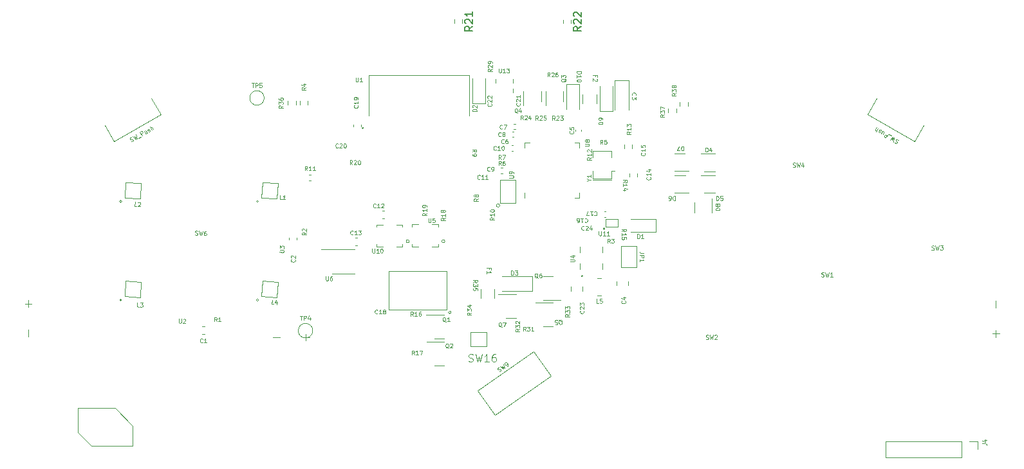
<source format=gbr>
%TF.GenerationSoftware,KiCad,Pcbnew,7.0.6*%
%TF.CreationDate,2024-03-06T23:43:00-08:00*%
%TF.ProjectId,UGC_Main,5547435f-4d61-4696-9e2e-6b696361645f,rev?*%
%TF.SameCoordinates,Original*%
%TF.FileFunction,Legend,Top*%
%TF.FilePolarity,Positive*%
%FSLAX46Y46*%
G04 Gerber Fmt 4.6, Leading zero omitted, Abs format (unit mm)*
G04 Created by KiCad (PCBNEW 7.0.6) date 2024-03-06 23:43:00*
%MOMM*%
%LPD*%
G01*
G04 APERTURE LIST*
%ADD10C,0.120000*%
%ADD11C,0.100000*%
%ADD12C,0.150000*%
G04 APERTURE END LIST*
D10*
X229029771Y-112884980D02*
X229055962Y-112858790D01*
X229055962Y-112858790D02*
X229134533Y-112832599D01*
X229134533Y-112832599D02*
X229186914Y-112832599D01*
X229186914Y-112832599D02*
X229265486Y-112858790D01*
X229265486Y-112858790D02*
X229317867Y-112911170D01*
X229317867Y-112911170D02*
X229344057Y-112963551D01*
X229344057Y-112963551D02*
X229370248Y-113068313D01*
X229370248Y-113068313D02*
X229370248Y-113146885D01*
X229370248Y-113146885D02*
X229344057Y-113251647D01*
X229344057Y-113251647D02*
X229317867Y-113304028D01*
X229317867Y-113304028D02*
X229265486Y-113356409D01*
X229265486Y-113356409D02*
X229186914Y-113382599D01*
X229186914Y-113382599D02*
X229134533Y-113382599D01*
X229134533Y-113382599D02*
X229055962Y-113356409D01*
X229055962Y-113356409D02*
X229029771Y-113330218D01*
X228505962Y-112832599D02*
X228820248Y-112832599D01*
X228663105Y-112832599D02*
X228663105Y-113382599D01*
X228663105Y-113382599D02*
X228715486Y-113304028D01*
X228715486Y-113304028D02*
X228767867Y-113251647D01*
X228767867Y-113251647D02*
X228820248Y-113225456D01*
X228322628Y-113382599D02*
X227955961Y-113382599D01*
X227955961Y-113382599D02*
X228191676Y-112832599D01*
X233088419Y-124627866D02*
X233114610Y-124654057D01*
X233114610Y-124654057D02*
X233140800Y-124732628D01*
X233140800Y-124732628D02*
X233140800Y-124785009D01*
X233140800Y-124785009D02*
X233114610Y-124863581D01*
X233114610Y-124863581D02*
X233062229Y-124915962D01*
X233062229Y-124915962D02*
X233009848Y-124942152D01*
X233009848Y-124942152D02*
X232905086Y-124968343D01*
X232905086Y-124968343D02*
X232826514Y-124968343D01*
X232826514Y-124968343D02*
X232721752Y-124942152D01*
X232721752Y-124942152D02*
X232669371Y-124915962D01*
X232669371Y-124915962D02*
X232616990Y-124863581D01*
X232616990Y-124863581D02*
X232590800Y-124785009D01*
X232590800Y-124785009D02*
X232590800Y-124732628D01*
X232590800Y-124732628D02*
X232616990Y-124654057D01*
X232616990Y-124654057D02*
X232643181Y-124627866D01*
X232774133Y-124156438D02*
X233140800Y-124156438D01*
X232564610Y-124287390D02*
X232957467Y-124418343D01*
X232957467Y-124418343D02*
X232957467Y-124077866D01*
X179384733Y-127349800D02*
X179201399Y-127087895D01*
X179070447Y-127349800D02*
X179070447Y-126799800D01*
X179070447Y-126799800D02*
X179279971Y-126799800D01*
X179279971Y-126799800D02*
X179332352Y-126825990D01*
X179332352Y-126825990D02*
X179358542Y-126852181D01*
X179358542Y-126852181D02*
X179384733Y-126904562D01*
X179384733Y-126904562D02*
X179384733Y-126983133D01*
X179384733Y-126983133D02*
X179358542Y-127035514D01*
X179358542Y-127035514D02*
X179332352Y-127061705D01*
X179332352Y-127061705D02*
X179279971Y-127087895D01*
X179279971Y-127087895D02*
X179070447Y-127087895D01*
X179908542Y-127349800D02*
X179594256Y-127349800D01*
X179751399Y-127349800D02*
X179751399Y-126799800D01*
X179751399Y-126799800D02*
X179699018Y-126878371D01*
X179699018Y-126878371D02*
X179646637Y-126930752D01*
X179646637Y-126930752D02*
X179594256Y-126956943D01*
D11*
X212508476Y-132599000D02*
X212651333Y-132646619D01*
X212651333Y-132646619D02*
X212889428Y-132646619D01*
X212889428Y-132646619D02*
X212984666Y-132599000D01*
X212984666Y-132599000D02*
X213032285Y-132551380D01*
X213032285Y-132551380D02*
X213079904Y-132456142D01*
X213079904Y-132456142D02*
X213079904Y-132360904D01*
X213079904Y-132360904D02*
X213032285Y-132265666D01*
X213032285Y-132265666D02*
X212984666Y-132218047D01*
X212984666Y-132218047D02*
X212889428Y-132170428D01*
X212889428Y-132170428D02*
X212698952Y-132122809D01*
X212698952Y-132122809D02*
X212603714Y-132075190D01*
X212603714Y-132075190D02*
X212556095Y-132027571D01*
X212556095Y-132027571D02*
X212508476Y-131932333D01*
X212508476Y-131932333D02*
X212508476Y-131837095D01*
X212508476Y-131837095D02*
X212556095Y-131741857D01*
X212556095Y-131741857D02*
X212603714Y-131694238D01*
X212603714Y-131694238D02*
X212698952Y-131646619D01*
X212698952Y-131646619D02*
X212937047Y-131646619D01*
X212937047Y-131646619D02*
X213079904Y-131694238D01*
X213413238Y-131646619D02*
X213651333Y-132646619D01*
X213651333Y-132646619D02*
X213841809Y-131932333D01*
X213841809Y-131932333D02*
X214032285Y-132646619D01*
X214032285Y-132646619D02*
X214270381Y-131646619D01*
X215175142Y-132646619D02*
X214603714Y-132646619D01*
X214889428Y-132646619D02*
X214889428Y-131646619D01*
X214889428Y-131646619D02*
X214794190Y-131789476D01*
X214794190Y-131789476D02*
X214698952Y-131884714D01*
X214698952Y-131884714D02*
X214603714Y-131932333D01*
X216032285Y-131646619D02*
X215841809Y-131646619D01*
X215841809Y-131646619D02*
X215746571Y-131694238D01*
X215746571Y-131694238D02*
X215698952Y-131741857D01*
X215698952Y-131741857D02*
X215603714Y-131884714D01*
X215603714Y-131884714D02*
X215556095Y-132075190D01*
X215556095Y-132075190D02*
X215556095Y-132456142D01*
X215556095Y-132456142D02*
X215603714Y-132551380D01*
X215603714Y-132551380D02*
X215651333Y-132599000D01*
X215651333Y-132599000D02*
X215746571Y-132646619D01*
X215746571Y-132646619D02*
X215937047Y-132646619D01*
X215937047Y-132646619D02*
X216032285Y-132599000D01*
X216032285Y-132599000D02*
X216079904Y-132551380D01*
X216079904Y-132551380D02*
X216127523Y-132456142D01*
X216127523Y-132456142D02*
X216127523Y-132218047D01*
X216127523Y-132218047D02*
X216079904Y-132122809D01*
X216079904Y-132122809D02*
X216032285Y-132075190D01*
X216032285Y-132075190D02*
X215937047Y-132027571D01*
X215937047Y-132027571D02*
X215746571Y-132027571D01*
X215746571Y-132027571D02*
X215651333Y-132075190D01*
X215651333Y-132075190D02*
X215603714Y-132122809D01*
X215603714Y-132122809D02*
X215556095Y-132218047D01*
D10*
X213760600Y-111140466D02*
X213498695Y-111323800D01*
X213760600Y-111454752D02*
X213210600Y-111454752D01*
X213210600Y-111454752D02*
X213210600Y-111245228D01*
X213210600Y-111245228D02*
X213236790Y-111192847D01*
X213236790Y-111192847D02*
X213262981Y-111166657D01*
X213262981Y-111166657D02*
X213315362Y-111140466D01*
X213315362Y-111140466D02*
X213393933Y-111140466D01*
X213393933Y-111140466D02*
X213446314Y-111166657D01*
X213446314Y-111166657D02*
X213472505Y-111192847D01*
X213472505Y-111192847D02*
X213498695Y-111245228D01*
X213498695Y-111245228D02*
X213498695Y-111454752D01*
X213446314Y-110826181D02*
X213420124Y-110878562D01*
X213420124Y-110878562D02*
X213393933Y-110904752D01*
X213393933Y-110904752D02*
X213341552Y-110930943D01*
X213341552Y-110930943D02*
X213315362Y-110930943D01*
X213315362Y-110930943D02*
X213262981Y-110904752D01*
X213262981Y-110904752D02*
X213236790Y-110878562D01*
X213236790Y-110878562D02*
X213210600Y-110826181D01*
X213210600Y-110826181D02*
X213210600Y-110721419D01*
X213210600Y-110721419D02*
X213236790Y-110669038D01*
X213236790Y-110669038D02*
X213262981Y-110642847D01*
X213262981Y-110642847D02*
X213315362Y-110616657D01*
X213315362Y-110616657D02*
X213341552Y-110616657D01*
X213341552Y-110616657D02*
X213393933Y-110642847D01*
X213393933Y-110642847D02*
X213420124Y-110669038D01*
X213420124Y-110669038D02*
X213446314Y-110721419D01*
X213446314Y-110721419D02*
X213446314Y-110826181D01*
X213446314Y-110826181D02*
X213472505Y-110878562D01*
X213472505Y-110878562D02*
X213498695Y-110904752D01*
X213498695Y-110904752D02*
X213551076Y-110930943D01*
X213551076Y-110930943D02*
X213655838Y-110930943D01*
X213655838Y-110930943D02*
X213708219Y-110904752D01*
X213708219Y-110904752D02*
X213734410Y-110878562D01*
X213734410Y-110878562D02*
X213760600Y-110826181D01*
X213760600Y-110826181D02*
X213760600Y-110721419D01*
X213760600Y-110721419D02*
X213734410Y-110669038D01*
X213734410Y-110669038D02*
X213708219Y-110642847D01*
X213708219Y-110642847D02*
X213655838Y-110616657D01*
X213655838Y-110616657D02*
X213551076Y-110616657D01*
X213551076Y-110616657D02*
X213498695Y-110642847D01*
X213498695Y-110642847D02*
X213472505Y-110669038D01*
X213472505Y-110669038D02*
X213446314Y-110721419D01*
X230133933Y-103956400D02*
X229950599Y-103694495D01*
X229819647Y-103956400D02*
X229819647Y-103406400D01*
X229819647Y-103406400D02*
X230029171Y-103406400D01*
X230029171Y-103406400D02*
X230081552Y-103432590D01*
X230081552Y-103432590D02*
X230107742Y-103458781D01*
X230107742Y-103458781D02*
X230133933Y-103511162D01*
X230133933Y-103511162D02*
X230133933Y-103589733D01*
X230133933Y-103589733D02*
X230107742Y-103642114D01*
X230107742Y-103642114D02*
X230081552Y-103668305D01*
X230081552Y-103668305D02*
X230029171Y-103694495D01*
X230029171Y-103694495D02*
X229819647Y-103694495D01*
X230631552Y-103406400D02*
X230369647Y-103406400D01*
X230369647Y-103406400D02*
X230343456Y-103668305D01*
X230343456Y-103668305D02*
X230369647Y-103642114D01*
X230369647Y-103642114D02*
X230422028Y-103615924D01*
X230422028Y-103615924D02*
X230552980Y-103615924D01*
X230552980Y-103615924D02*
X230605361Y-103642114D01*
X230605361Y-103642114D02*
X230631552Y-103668305D01*
X230631552Y-103668305D02*
X230657742Y-103720686D01*
X230657742Y-103720686D02*
X230657742Y-103851638D01*
X230657742Y-103851638D02*
X230631552Y-103904019D01*
X230631552Y-103904019D02*
X230605361Y-103930210D01*
X230605361Y-103930210D02*
X230552980Y-103956400D01*
X230552980Y-103956400D02*
X230422028Y-103956400D01*
X230422028Y-103956400D02*
X230369647Y-103930210D01*
X230369647Y-103930210D02*
X230343456Y-103904019D01*
D12*
X227314819Y-88452857D02*
X226838628Y-88786190D01*
X227314819Y-89024285D02*
X226314819Y-89024285D01*
X226314819Y-89024285D02*
X226314819Y-88643333D01*
X226314819Y-88643333D02*
X226362438Y-88548095D01*
X226362438Y-88548095D02*
X226410057Y-88500476D01*
X226410057Y-88500476D02*
X226505295Y-88452857D01*
X226505295Y-88452857D02*
X226648152Y-88452857D01*
X226648152Y-88452857D02*
X226743390Y-88500476D01*
X226743390Y-88500476D02*
X226791009Y-88548095D01*
X226791009Y-88548095D02*
X226838628Y-88643333D01*
X226838628Y-88643333D02*
X226838628Y-89024285D01*
X226410057Y-88071904D02*
X226362438Y-88024285D01*
X226362438Y-88024285D02*
X226314819Y-87929047D01*
X226314819Y-87929047D02*
X226314819Y-87690952D01*
X226314819Y-87690952D02*
X226362438Y-87595714D01*
X226362438Y-87595714D02*
X226410057Y-87548095D01*
X226410057Y-87548095D02*
X226505295Y-87500476D01*
X226505295Y-87500476D02*
X226600533Y-87500476D01*
X226600533Y-87500476D02*
X226743390Y-87548095D01*
X226743390Y-87548095D02*
X227314819Y-88119523D01*
X227314819Y-88119523D02*
X227314819Y-87500476D01*
X226410057Y-87119523D02*
X226362438Y-87071904D01*
X226362438Y-87071904D02*
X226314819Y-86976666D01*
X226314819Y-86976666D02*
X226314819Y-86738571D01*
X226314819Y-86738571D02*
X226362438Y-86643333D01*
X226362438Y-86643333D02*
X226410057Y-86595714D01*
X226410057Y-86595714D02*
X226505295Y-86548095D01*
X226505295Y-86548095D02*
X226600533Y-86548095D01*
X226600533Y-86548095D02*
X226743390Y-86595714D01*
X226743390Y-86595714D02*
X227314819Y-87167142D01*
X227314819Y-87167142D02*
X227314819Y-86548095D01*
D10*
X239795600Y-97254571D02*
X239533695Y-97437905D01*
X239795600Y-97568857D02*
X239245600Y-97568857D01*
X239245600Y-97568857D02*
X239245600Y-97359333D01*
X239245600Y-97359333D02*
X239271790Y-97306952D01*
X239271790Y-97306952D02*
X239297981Y-97280762D01*
X239297981Y-97280762D02*
X239350362Y-97254571D01*
X239350362Y-97254571D02*
X239428933Y-97254571D01*
X239428933Y-97254571D02*
X239481314Y-97280762D01*
X239481314Y-97280762D02*
X239507505Y-97306952D01*
X239507505Y-97306952D02*
X239533695Y-97359333D01*
X239533695Y-97359333D02*
X239533695Y-97568857D01*
X239245600Y-97071238D02*
X239245600Y-96730762D01*
X239245600Y-96730762D02*
X239455124Y-96914095D01*
X239455124Y-96914095D02*
X239455124Y-96835524D01*
X239455124Y-96835524D02*
X239481314Y-96783143D01*
X239481314Y-96783143D02*
X239507505Y-96756952D01*
X239507505Y-96756952D02*
X239559886Y-96730762D01*
X239559886Y-96730762D02*
X239690838Y-96730762D01*
X239690838Y-96730762D02*
X239743219Y-96756952D01*
X239743219Y-96756952D02*
X239769410Y-96783143D01*
X239769410Y-96783143D02*
X239795600Y-96835524D01*
X239795600Y-96835524D02*
X239795600Y-96992667D01*
X239795600Y-96992667D02*
X239769410Y-97045048D01*
X239769410Y-97045048D02*
X239743219Y-97071238D01*
X239481314Y-96416476D02*
X239455124Y-96468857D01*
X239455124Y-96468857D02*
X239428933Y-96495047D01*
X239428933Y-96495047D02*
X239376552Y-96521238D01*
X239376552Y-96521238D02*
X239350362Y-96521238D01*
X239350362Y-96521238D02*
X239297981Y-96495047D01*
X239297981Y-96495047D02*
X239271790Y-96468857D01*
X239271790Y-96468857D02*
X239245600Y-96416476D01*
X239245600Y-96416476D02*
X239245600Y-96311714D01*
X239245600Y-96311714D02*
X239271790Y-96259333D01*
X239271790Y-96259333D02*
X239297981Y-96233142D01*
X239297981Y-96233142D02*
X239350362Y-96206952D01*
X239350362Y-96206952D02*
X239376552Y-96206952D01*
X239376552Y-96206952D02*
X239428933Y-96233142D01*
X239428933Y-96233142D02*
X239455124Y-96259333D01*
X239455124Y-96259333D02*
X239481314Y-96311714D01*
X239481314Y-96311714D02*
X239481314Y-96416476D01*
X239481314Y-96416476D02*
X239507505Y-96468857D01*
X239507505Y-96468857D02*
X239533695Y-96495047D01*
X239533695Y-96495047D02*
X239586076Y-96521238D01*
X239586076Y-96521238D02*
X239690838Y-96521238D01*
X239690838Y-96521238D02*
X239743219Y-96495047D01*
X239743219Y-96495047D02*
X239769410Y-96468857D01*
X239769410Y-96468857D02*
X239795600Y-96416476D01*
X239795600Y-96416476D02*
X239795600Y-96311714D01*
X239795600Y-96311714D02*
X239769410Y-96259333D01*
X239769410Y-96259333D02*
X239743219Y-96233142D01*
X239743219Y-96233142D02*
X239690838Y-96206952D01*
X239690838Y-96206952D02*
X239586076Y-96206952D01*
X239586076Y-96206952D02*
X239533695Y-96233142D01*
X239533695Y-96233142D02*
X239507505Y-96259333D01*
X239507505Y-96259333D02*
X239481314Y-96311714D01*
X229600533Y-124911400D02*
X229338628Y-124911400D01*
X229338628Y-124911400D02*
X229338628Y-124361400D01*
X230045771Y-124361400D02*
X229783866Y-124361400D01*
X229783866Y-124361400D02*
X229757675Y-124623305D01*
X229757675Y-124623305D02*
X229783866Y-124597114D01*
X229783866Y-124597114D02*
X229836247Y-124570924D01*
X229836247Y-124570924D02*
X229967199Y-124570924D01*
X229967199Y-124570924D02*
X230019580Y-124597114D01*
X230019580Y-124597114D02*
X230045771Y-124623305D01*
X230045771Y-124623305D02*
X230071961Y-124675686D01*
X230071961Y-124675686D02*
X230071961Y-124806638D01*
X230071961Y-124806638D02*
X230045771Y-124859019D01*
X230045771Y-124859019D02*
X230019580Y-124885210D01*
X230019580Y-124885210D02*
X229967199Y-124911400D01*
X229967199Y-124911400D02*
X229836247Y-124911400D01*
X229836247Y-124911400D02*
X229783866Y-124885210D01*
X229783866Y-124885210D02*
X229757675Y-124859019D01*
X187636682Y-118207878D02*
X188081310Y-118231180D01*
X188081310Y-118231180D02*
X188134990Y-118207767D01*
X188134990Y-118207767D02*
X188162515Y-118182983D01*
X188162515Y-118182983D02*
X188191411Y-118132044D01*
X188191411Y-118132044D02*
X188196894Y-118027426D01*
X188196894Y-118027426D02*
X188173481Y-117973746D01*
X188173481Y-117973746D02*
X188148697Y-117946221D01*
X188148697Y-117946221D02*
X188097759Y-117917325D01*
X188097759Y-117917325D02*
X187653131Y-117894023D01*
X187664096Y-117684787D02*
X187681916Y-117344777D01*
X187681916Y-117344777D02*
X187881557Y-117538825D01*
X187881557Y-117538825D02*
X187885669Y-117460361D01*
X187885669Y-117460361D02*
X187914565Y-117409423D01*
X187914565Y-117409423D02*
X187942091Y-117384639D01*
X187942091Y-117384639D02*
X187995771Y-117361226D01*
X187995771Y-117361226D02*
X188126543Y-117368079D01*
X188126543Y-117368079D02*
X188177482Y-117396975D01*
X188177482Y-117396975D02*
X188202266Y-117424500D01*
X188202266Y-117424500D02*
X188225679Y-117478180D01*
X188225679Y-117478180D02*
X188217455Y-117635108D01*
X188217455Y-117635108D02*
X188188559Y-117686046D01*
X188188559Y-117686046D02*
X188161033Y-117710830D01*
X216773533Y-106775800D02*
X216590199Y-106513895D01*
X216459247Y-106775800D02*
X216459247Y-106225800D01*
X216459247Y-106225800D02*
X216668771Y-106225800D01*
X216668771Y-106225800D02*
X216721152Y-106251990D01*
X216721152Y-106251990D02*
X216747342Y-106278181D01*
X216747342Y-106278181D02*
X216773533Y-106330562D01*
X216773533Y-106330562D02*
X216773533Y-106409133D01*
X216773533Y-106409133D02*
X216747342Y-106461514D01*
X216747342Y-106461514D02*
X216721152Y-106487705D01*
X216721152Y-106487705D02*
X216668771Y-106513895D01*
X216668771Y-106513895D02*
X216459247Y-106513895D01*
X217244961Y-106225800D02*
X217140199Y-106225800D01*
X217140199Y-106225800D02*
X217087818Y-106251990D01*
X217087818Y-106251990D02*
X217061628Y-106278181D01*
X217061628Y-106278181D02*
X217009247Y-106356752D01*
X217009247Y-106356752D02*
X216983056Y-106461514D01*
X216983056Y-106461514D02*
X216983056Y-106671038D01*
X216983056Y-106671038D02*
X217009247Y-106723419D01*
X217009247Y-106723419D02*
X217035437Y-106749610D01*
X217035437Y-106749610D02*
X217087818Y-106775800D01*
X217087818Y-106775800D02*
X217192580Y-106775800D01*
X217192580Y-106775800D02*
X217244961Y-106749610D01*
X217244961Y-106749610D02*
X217271152Y-106723419D01*
X217271152Y-106723419D02*
X217297342Y-106671038D01*
X217297342Y-106671038D02*
X217297342Y-106540086D01*
X217297342Y-106540086D02*
X217271152Y-106487705D01*
X217271152Y-106487705D02*
X217244961Y-106461514D01*
X217244961Y-106461514D02*
X217192580Y-106435324D01*
X217192580Y-106435324D02*
X217087818Y-106435324D01*
X217087818Y-106435324D02*
X217035437Y-106461514D01*
X217035437Y-106461514D02*
X217009247Y-106487705D01*
X217009247Y-106487705D02*
X216983056Y-106540086D01*
X243723979Y-129647750D02*
X243802551Y-129673940D01*
X243802551Y-129673940D02*
X243933503Y-129673940D01*
X243933503Y-129673940D02*
X243985884Y-129647750D01*
X243985884Y-129647750D02*
X244012075Y-129621559D01*
X244012075Y-129621559D02*
X244038265Y-129569178D01*
X244038265Y-129569178D02*
X244038265Y-129516797D01*
X244038265Y-129516797D02*
X244012075Y-129464416D01*
X244012075Y-129464416D02*
X243985884Y-129438226D01*
X243985884Y-129438226D02*
X243933503Y-129412035D01*
X243933503Y-129412035D02*
X243828741Y-129385845D01*
X243828741Y-129385845D02*
X243776360Y-129359654D01*
X243776360Y-129359654D02*
X243750170Y-129333464D01*
X243750170Y-129333464D02*
X243723979Y-129281083D01*
X243723979Y-129281083D02*
X243723979Y-129228702D01*
X243723979Y-129228702D02*
X243750170Y-129176321D01*
X243750170Y-129176321D02*
X243776360Y-129150130D01*
X243776360Y-129150130D02*
X243828741Y-129123940D01*
X243828741Y-129123940D02*
X243959694Y-129123940D01*
X243959694Y-129123940D02*
X244038265Y-129150130D01*
X244221599Y-129123940D02*
X244352551Y-129673940D01*
X244352551Y-129673940D02*
X244457313Y-129281083D01*
X244457313Y-129281083D02*
X244562075Y-129673940D01*
X244562075Y-129673940D02*
X244693028Y-129123940D01*
X244876360Y-129176321D02*
X244902551Y-129150130D01*
X244902551Y-129150130D02*
X244954932Y-129123940D01*
X244954932Y-129123940D02*
X245085884Y-129123940D01*
X245085884Y-129123940D02*
X245138265Y-129150130D01*
X245138265Y-129150130D02*
X245164456Y-129176321D01*
X245164456Y-129176321D02*
X245190646Y-129228702D01*
X245190646Y-129228702D02*
X245190646Y-129281083D01*
X245190646Y-129281083D02*
X245164456Y-129359654D01*
X245164456Y-129359654D02*
X244850170Y-129673940D01*
X244850170Y-129673940D02*
X245190646Y-129673940D01*
X235679219Y-105128571D02*
X235705410Y-105154762D01*
X235705410Y-105154762D02*
X235731600Y-105233333D01*
X235731600Y-105233333D02*
X235731600Y-105285714D01*
X235731600Y-105285714D02*
X235705410Y-105364286D01*
X235705410Y-105364286D02*
X235653029Y-105416667D01*
X235653029Y-105416667D02*
X235600648Y-105442857D01*
X235600648Y-105442857D02*
X235495886Y-105469048D01*
X235495886Y-105469048D02*
X235417314Y-105469048D01*
X235417314Y-105469048D02*
X235312552Y-105442857D01*
X235312552Y-105442857D02*
X235260171Y-105416667D01*
X235260171Y-105416667D02*
X235207790Y-105364286D01*
X235207790Y-105364286D02*
X235181600Y-105285714D01*
X235181600Y-105285714D02*
X235181600Y-105233333D01*
X235181600Y-105233333D02*
X235207790Y-105154762D01*
X235207790Y-105154762D02*
X235233981Y-105128571D01*
X235731600Y-104604762D02*
X235731600Y-104919048D01*
X235731600Y-104761905D02*
X235181600Y-104761905D01*
X235181600Y-104761905D02*
X235260171Y-104814286D01*
X235260171Y-104814286D02*
X235312552Y-104866667D01*
X235312552Y-104866667D02*
X235338743Y-104919048D01*
X235181600Y-104107142D02*
X235181600Y-104369047D01*
X235181600Y-104369047D02*
X235443505Y-104395238D01*
X235443505Y-104395238D02*
X235417314Y-104369047D01*
X235417314Y-104369047D02*
X235391124Y-104316666D01*
X235391124Y-104316666D02*
X235391124Y-104185714D01*
X235391124Y-104185714D02*
X235417314Y-104133333D01*
X235417314Y-104133333D02*
X235443505Y-104107142D01*
X235443505Y-104107142D02*
X235495886Y-104080952D01*
X235495886Y-104080952D02*
X235626838Y-104080952D01*
X235626838Y-104080952D02*
X235679219Y-104107142D01*
X235679219Y-104107142D02*
X235705410Y-104133333D01*
X235705410Y-104133333D02*
X235731600Y-104185714D01*
X235731600Y-104185714D02*
X235731600Y-104316666D01*
X235731600Y-104316666D02*
X235705410Y-104369047D01*
X235705410Y-104369047D02*
X235679219Y-104395238D01*
X212871600Y-126185171D02*
X212609695Y-126368505D01*
X212871600Y-126499457D02*
X212321600Y-126499457D01*
X212321600Y-126499457D02*
X212321600Y-126289933D01*
X212321600Y-126289933D02*
X212347790Y-126237552D01*
X212347790Y-126237552D02*
X212373981Y-126211362D01*
X212373981Y-126211362D02*
X212426362Y-126185171D01*
X212426362Y-126185171D02*
X212504933Y-126185171D01*
X212504933Y-126185171D02*
X212557314Y-126211362D01*
X212557314Y-126211362D02*
X212583505Y-126237552D01*
X212583505Y-126237552D02*
X212609695Y-126289933D01*
X212609695Y-126289933D02*
X212609695Y-126499457D01*
X212321600Y-126001838D02*
X212321600Y-125661362D01*
X212321600Y-125661362D02*
X212531124Y-125844695D01*
X212531124Y-125844695D02*
X212531124Y-125766124D01*
X212531124Y-125766124D02*
X212557314Y-125713743D01*
X212557314Y-125713743D02*
X212583505Y-125687552D01*
X212583505Y-125687552D02*
X212635886Y-125661362D01*
X212635886Y-125661362D02*
X212766838Y-125661362D01*
X212766838Y-125661362D02*
X212819219Y-125687552D01*
X212819219Y-125687552D02*
X212845410Y-125713743D01*
X212845410Y-125713743D02*
X212871600Y-125766124D01*
X212871600Y-125766124D02*
X212871600Y-125923267D01*
X212871600Y-125923267D02*
X212845410Y-125975648D01*
X212845410Y-125975648D02*
X212819219Y-126001838D01*
X212504933Y-125189933D02*
X212871600Y-125189933D01*
X212295410Y-125320885D02*
X212688267Y-125451838D01*
X212688267Y-125451838D02*
X212688267Y-125111361D01*
X228645000Y-105712771D02*
X228383095Y-105896105D01*
X228645000Y-106027057D02*
X228095000Y-106027057D01*
X228095000Y-106027057D02*
X228095000Y-105817533D01*
X228095000Y-105817533D02*
X228121190Y-105765152D01*
X228121190Y-105765152D02*
X228147381Y-105738962D01*
X228147381Y-105738962D02*
X228199762Y-105712771D01*
X228199762Y-105712771D02*
X228278333Y-105712771D01*
X228278333Y-105712771D02*
X228330714Y-105738962D01*
X228330714Y-105738962D02*
X228356905Y-105765152D01*
X228356905Y-105765152D02*
X228383095Y-105817533D01*
X228383095Y-105817533D02*
X228383095Y-106027057D01*
X228645000Y-105188962D02*
X228645000Y-105503248D01*
X228645000Y-105346105D02*
X228095000Y-105346105D01*
X228095000Y-105346105D02*
X228173571Y-105398486D01*
X228173571Y-105398486D02*
X228225952Y-105450867D01*
X228225952Y-105450867D02*
X228252143Y-105503248D01*
X228147381Y-104979438D02*
X228121190Y-104953247D01*
X228121190Y-104953247D02*
X228095000Y-104900866D01*
X228095000Y-104900866D02*
X228095000Y-104769914D01*
X228095000Y-104769914D02*
X228121190Y-104717533D01*
X228121190Y-104717533D02*
X228147381Y-104691342D01*
X228147381Y-104691342D02*
X228199762Y-104665152D01*
X228199762Y-104665152D02*
X228252143Y-104665152D01*
X228252143Y-104665152D02*
X228330714Y-104691342D01*
X228330714Y-104691342D02*
X228645000Y-105005628D01*
X228645000Y-105005628D02*
X228645000Y-104665152D01*
X199826647Y-117757400D02*
X199826647Y-118202638D01*
X199826647Y-118202638D02*
X199852837Y-118255019D01*
X199852837Y-118255019D02*
X199879028Y-118281210D01*
X199879028Y-118281210D02*
X199931409Y-118307400D01*
X199931409Y-118307400D02*
X200036171Y-118307400D01*
X200036171Y-118307400D02*
X200088552Y-118281210D01*
X200088552Y-118281210D02*
X200114742Y-118255019D01*
X200114742Y-118255019D02*
X200140933Y-118202638D01*
X200140933Y-118202638D02*
X200140933Y-117757400D01*
X200690932Y-118307400D02*
X200376646Y-118307400D01*
X200533789Y-118307400D02*
X200533789Y-117757400D01*
X200533789Y-117757400D02*
X200481408Y-117835971D01*
X200481408Y-117835971D02*
X200429027Y-117888352D01*
X200429027Y-117888352D02*
X200376646Y-117914543D01*
X201031409Y-117757400D02*
X201083790Y-117757400D01*
X201083790Y-117757400D02*
X201136171Y-117783590D01*
X201136171Y-117783590D02*
X201162361Y-117809781D01*
X201162361Y-117809781D02*
X201188552Y-117862162D01*
X201188552Y-117862162D02*
X201214742Y-117966924D01*
X201214742Y-117966924D02*
X201214742Y-118097876D01*
X201214742Y-118097876D02*
X201188552Y-118202638D01*
X201188552Y-118202638D02*
X201162361Y-118255019D01*
X201162361Y-118255019D02*
X201136171Y-118281210D01*
X201136171Y-118281210D02*
X201083790Y-118307400D01*
X201083790Y-118307400D02*
X201031409Y-118307400D01*
X201031409Y-118307400D02*
X200979028Y-118281210D01*
X200979028Y-118281210D02*
X200952837Y-118255019D01*
X200952837Y-118255019D02*
X200926647Y-118202638D01*
X200926647Y-118202638D02*
X200900456Y-118097876D01*
X200900456Y-118097876D02*
X200900456Y-117966924D01*
X200900456Y-117966924D02*
X200926647Y-117862162D01*
X200926647Y-117862162D02*
X200952837Y-117809781D01*
X200952837Y-117809781D02*
X200979028Y-117783590D01*
X200979028Y-117783590D02*
X201031409Y-117757400D01*
X215486219Y-98651571D02*
X215512410Y-98677762D01*
X215512410Y-98677762D02*
X215538600Y-98756333D01*
X215538600Y-98756333D02*
X215538600Y-98808714D01*
X215538600Y-98808714D02*
X215512410Y-98887286D01*
X215512410Y-98887286D02*
X215460029Y-98939667D01*
X215460029Y-98939667D02*
X215407648Y-98965857D01*
X215407648Y-98965857D02*
X215302886Y-98992048D01*
X215302886Y-98992048D02*
X215224314Y-98992048D01*
X215224314Y-98992048D02*
X215119552Y-98965857D01*
X215119552Y-98965857D02*
X215067171Y-98939667D01*
X215067171Y-98939667D02*
X215014790Y-98887286D01*
X215014790Y-98887286D02*
X214988600Y-98808714D01*
X214988600Y-98808714D02*
X214988600Y-98756333D01*
X214988600Y-98756333D02*
X215014790Y-98677762D01*
X215014790Y-98677762D02*
X215040981Y-98651571D01*
X215040981Y-98442048D02*
X215014790Y-98415857D01*
X215014790Y-98415857D02*
X214988600Y-98363476D01*
X214988600Y-98363476D02*
X214988600Y-98232524D01*
X214988600Y-98232524D02*
X215014790Y-98180143D01*
X215014790Y-98180143D02*
X215040981Y-98153952D01*
X215040981Y-98153952D02*
X215093362Y-98127762D01*
X215093362Y-98127762D02*
X215145743Y-98127762D01*
X215145743Y-98127762D02*
X215224314Y-98153952D01*
X215224314Y-98153952D02*
X215538600Y-98468238D01*
X215538600Y-98468238D02*
X215538600Y-98127762D01*
X215040981Y-97918238D02*
X215014790Y-97892047D01*
X215014790Y-97892047D02*
X214988600Y-97839666D01*
X214988600Y-97839666D02*
X214988600Y-97708714D01*
X214988600Y-97708714D02*
X215014790Y-97656333D01*
X215014790Y-97656333D02*
X215040981Y-97630142D01*
X215040981Y-97630142D02*
X215093362Y-97603952D01*
X215093362Y-97603952D02*
X215145743Y-97603952D01*
X215145743Y-97603952D02*
X215224314Y-97630142D01*
X215224314Y-97630142D02*
X215538600Y-97944428D01*
X215538600Y-97944428D02*
X215538600Y-97603952D01*
X258905466Y-121405410D02*
X258984038Y-121431600D01*
X258984038Y-121431600D02*
X259114990Y-121431600D01*
X259114990Y-121431600D02*
X259167371Y-121405410D01*
X259167371Y-121405410D02*
X259193562Y-121379219D01*
X259193562Y-121379219D02*
X259219752Y-121326838D01*
X259219752Y-121326838D02*
X259219752Y-121274457D01*
X259219752Y-121274457D02*
X259193562Y-121222076D01*
X259193562Y-121222076D02*
X259167371Y-121195886D01*
X259167371Y-121195886D02*
X259114990Y-121169695D01*
X259114990Y-121169695D02*
X259010228Y-121143505D01*
X259010228Y-121143505D02*
X258957847Y-121117314D01*
X258957847Y-121117314D02*
X258931657Y-121091124D01*
X258931657Y-121091124D02*
X258905466Y-121038743D01*
X258905466Y-121038743D02*
X258905466Y-120986362D01*
X258905466Y-120986362D02*
X258931657Y-120933981D01*
X258931657Y-120933981D02*
X258957847Y-120907790D01*
X258957847Y-120907790D02*
X259010228Y-120881600D01*
X259010228Y-120881600D02*
X259141181Y-120881600D01*
X259141181Y-120881600D02*
X259219752Y-120907790D01*
X259403086Y-120881600D02*
X259534038Y-121431600D01*
X259534038Y-121431600D02*
X259638800Y-121038743D01*
X259638800Y-121038743D02*
X259743562Y-121431600D01*
X259743562Y-121431600D02*
X259874515Y-120881600D01*
X260372133Y-121431600D02*
X260057847Y-121431600D01*
X260214990Y-121431600D02*
X260214990Y-120881600D01*
X260214990Y-120881600D02*
X260162609Y-120960171D01*
X260162609Y-120960171D02*
X260110228Y-121012552D01*
X260110228Y-121012552D02*
X260057847Y-121038743D01*
X200281028Y-112311419D02*
X200254837Y-112337610D01*
X200254837Y-112337610D02*
X200176266Y-112363800D01*
X200176266Y-112363800D02*
X200123885Y-112363800D01*
X200123885Y-112363800D02*
X200045313Y-112337610D01*
X200045313Y-112337610D02*
X199992932Y-112285229D01*
X199992932Y-112285229D02*
X199966742Y-112232848D01*
X199966742Y-112232848D02*
X199940551Y-112128086D01*
X199940551Y-112128086D02*
X199940551Y-112049514D01*
X199940551Y-112049514D02*
X199966742Y-111944752D01*
X199966742Y-111944752D02*
X199992932Y-111892371D01*
X199992932Y-111892371D02*
X200045313Y-111839990D01*
X200045313Y-111839990D02*
X200123885Y-111813800D01*
X200123885Y-111813800D02*
X200176266Y-111813800D01*
X200176266Y-111813800D02*
X200254837Y-111839990D01*
X200254837Y-111839990D02*
X200281028Y-111866181D01*
X200804837Y-112363800D02*
X200490551Y-112363800D01*
X200647694Y-112363800D02*
X200647694Y-111813800D01*
X200647694Y-111813800D02*
X200595313Y-111892371D01*
X200595313Y-111892371D02*
X200542932Y-111944752D01*
X200542932Y-111944752D02*
X200490551Y-111970943D01*
X201014361Y-111866181D02*
X201040552Y-111839990D01*
X201040552Y-111839990D02*
X201092933Y-111813800D01*
X201092933Y-111813800D02*
X201223885Y-111813800D01*
X201223885Y-111813800D02*
X201276266Y-111839990D01*
X201276266Y-111839990D02*
X201302457Y-111866181D01*
X201302457Y-111866181D02*
X201328647Y-111918562D01*
X201328647Y-111918562D02*
X201328647Y-111970943D01*
X201328647Y-111970943D02*
X201302457Y-112049514D01*
X201302457Y-112049514D02*
X200988171Y-112363800D01*
X200988171Y-112363800D02*
X201328647Y-112363800D01*
X216463647Y-94008400D02*
X216463647Y-94453638D01*
X216463647Y-94453638D02*
X216489837Y-94506019D01*
X216489837Y-94506019D02*
X216516028Y-94532210D01*
X216516028Y-94532210D02*
X216568409Y-94558400D01*
X216568409Y-94558400D02*
X216673171Y-94558400D01*
X216673171Y-94558400D02*
X216725552Y-94532210D01*
X216725552Y-94532210D02*
X216751742Y-94506019D01*
X216751742Y-94506019D02*
X216777933Y-94453638D01*
X216777933Y-94453638D02*
X216777933Y-94008400D01*
X217327932Y-94558400D02*
X217013646Y-94558400D01*
X217170789Y-94558400D02*
X217170789Y-94008400D01*
X217170789Y-94008400D02*
X217118408Y-94086971D01*
X217118408Y-94086971D02*
X217066027Y-94139352D01*
X217066027Y-94139352D02*
X217013646Y-94165543D01*
X217511266Y-94008400D02*
X217851742Y-94008400D01*
X217851742Y-94008400D02*
X217668409Y-94217924D01*
X217668409Y-94217924D02*
X217746980Y-94217924D01*
X217746980Y-94217924D02*
X217799361Y-94244114D01*
X217799361Y-94244114D02*
X217825552Y-94270305D01*
X217825552Y-94270305D02*
X217851742Y-94322686D01*
X217851742Y-94322686D02*
X217851742Y-94453638D01*
X217851742Y-94453638D02*
X217825552Y-94506019D01*
X217825552Y-94506019D02*
X217799361Y-94532210D01*
X217799361Y-94532210D02*
X217746980Y-94558400D01*
X217746980Y-94558400D02*
X217589837Y-94558400D01*
X217589837Y-94558400D02*
X217537456Y-94532210D01*
X217537456Y-94532210D02*
X217511266Y-94506019D01*
X209497619Y-127402181D02*
X209445238Y-127375990D01*
X209445238Y-127375990D02*
X209392857Y-127323610D01*
X209392857Y-127323610D02*
X209314285Y-127245038D01*
X209314285Y-127245038D02*
X209261904Y-127218848D01*
X209261904Y-127218848D02*
X209209523Y-127218848D01*
X209235714Y-127349800D02*
X209183333Y-127323610D01*
X209183333Y-127323610D02*
X209130952Y-127271229D01*
X209130952Y-127271229D02*
X209104761Y-127166467D01*
X209104761Y-127166467D02*
X209104761Y-126983133D01*
X209104761Y-126983133D02*
X209130952Y-126878371D01*
X209130952Y-126878371D02*
X209183333Y-126825990D01*
X209183333Y-126825990D02*
X209235714Y-126799800D01*
X209235714Y-126799800D02*
X209340476Y-126799800D01*
X209340476Y-126799800D02*
X209392857Y-126825990D01*
X209392857Y-126825990D02*
X209445238Y-126878371D01*
X209445238Y-126878371D02*
X209471428Y-126983133D01*
X209471428Y-126983133D02*
X209471428Y-127166467D01*
X209471428Y-127166467D02*
X209445238Y-127271229D01*
X209445238Y-127271229D02*
X209392857Y-127323610D01*
X209392857Y-127323610D02*
X209340476Y-127349800D01*
X209340476Y-127349800D02*
X209235714Y-127349800D01*
X209995237Y-127349800D02*
X209680951Y-127349800D01*
X209838094Y-127349800D02*
X209838094Y-126799800D01*
X209838094Y-126799800D02*
X209785713Y-126878371D01*
X209785713Y-126878371D02*
X209733332Y-126930752D01*
X209733332Y-126930752D02*
X209680951Y-126956943D01*
X273408866Y-117874810D02*
X273487438Y-117901000D01*
X273487438Y-117901000D02*
X273618390Y-117901000D01*
X273618390Y-117901000D02*
X273670771Y-117874810D01*
X273670771Y-117874810D02*
X273696962Y-117848619D01*
X273696962Y-117848619D02*
X273723152Y-117796238D01*
X273723152Y-117796238D02*
X273723152Y-117743857D01*
X273723152Y-117743857D02*
X273696962Y-117691476D01*
X273696962Y-117691476D02*
X273670771Y-117665286D01*
X273670771Y-117665286D02*
X273618390Y-117639095D01*
X273618390Y-117639095D02*
X273513628Y-117612905D01*
X273513628Y-117612905D02*
X273461247Y-117586714D01*
X273461247Y-117586714D02*
X273435057Y-117560524D01*
X273435057Y-117560524D02*
X273408866Y-117508143D01*
X273408866Y-117508143D02*
X273408866Y-117455762D01*
X273408866Y-117455762D02*
X273435057Y-117403381D01*
X273435057Y-117403381D02*
X273461247Y-117377190D01*
X273461247Y-117377190D02*
X273513628Y-117351000D01*
X273513628Y-117351000D02*
X273644581Y-117351000D01*
X273644581Y-117351000D02*
X273723152Y-117377190D01*
X273906486Y-117351000D02*
X274037438Y-117901000D01*
X274037438Y-117901000D02*
X274142200Y-117508143D01*
X274142200Y-117508143D02*
X274246962Y-117901000D01*
X274246962Y-117901000D02*
X274377915Y-117351000D01*
X274535057Y-117351000D02*
X274875533Y-117351000D01*
X274875533Y-117351000D02*
X274692200Y-117560524D01*
X274692200Y-117560524D02*
X274770771Y-117560524D01*
X274770771Y-117560524D02*
X274823152Y-117586714D01*
X274823152Y-117586714D02*
X274849343Y-117612905D01*
X274849343Y-117612905D02*
X274875533Y-117665286D01*
X274875533Y-117665286D02*
X274875533Y-117796238D01*
X274875533Y-117796238D02*
X274849343Y-117848619D01*
X274849343Y-117848619D02*
X274823152Y-117874810D01*
X274823152Y-117874810D02*
X274770771Y-117901000D01*
X274770771Y-117901000D02*
X274613628Y-117901000D01*
X274613628Y-117901000D02*
X274561247Y-117874810D01*
X274561247Y-117874810D02*
X274535057Y-117848619D01*
X213996428Y-108545819D02*
X213970237Y-108572010D01*
X213970237Y-108572010D02*
X213891666Y-108598200D01*
X213891666Y-108598200D02*
X213839285Y-108598200D01*
X213839285Y-108598200D02*
X213760713Y-108572010D01*
X213760713Y-108572010D02*
X213708332Y-108519629D01*
X213708332Y-108519629D02*
X213682142Y-108467248D01*
X213682142Y-108467248D02*
X213655951Y-108362486D01*
X213655951Y-108362486D02*
X213655951Y-108283914D01*
X213655951Y-108283914D02*
X213682142Y-108179152D01*
X213682142Y-108179152D02*
X213708332Y-108126771D01*
X213708332Y-108126771D02*
X213760713Y-108074390D01*
X213760713Y-108074390D02*
X213839285Y-108048200D01*
X213839285Y-108048200D02*
X213891666Y-108048200D01*
X213891666Y-108048200D02*
X213970237Y-108074390D01*
X213970237Y-108074390D02*
X213996428Y-108100581D01*
X214520237Y-108598200D02*
X214205951Y-108598200D01*
X214363094Y-108598200D02*
X214363094Y-108048200D01*
X214363094Y-108048200D02*
X214310713Y-108126771D01*
X214310713Y-108126771D02*
X214258332Y-108179152D01*
X214258332Y-108179152D02*
X214205951Y-108205343D01*
X215044047Y-108598200D02*
X214729761Y-108598200D01*
X214886904Y-108598200D02*
X214886904Y-108048200D01*
X214886904Y-108048200D02*
X214834523Y-108126771D01*
X214834523Y-108126771D02*
X214782142Y-108179152D01*
X214782142Y-108179152D02*
X214729761Y-108205343D01*
X215177894Y-120441266D02*
X215177894Y-120257933D01*
X214889799Y-120257933D02*
X215439799Y-120257933D01*
X215439799Y-120257933D02*
X215439799Y-120519838D01*
X214889799Y-121017457D02*
X214889799Y-120703171D01*
X214889799Y-120860314D02*
X215439799Y-120860314D01*
X215439799Y-120860314D02*
X215361228Y-120807933D01*
X215361228Y-120807933D02*
X215308847Y-120755552D01*
X215308847Y-120755552D02*
X215282656Y-120703171D01*
X190345951Y-126600200D02*
X190660237Y-126600200D01*
X190503094Y-127150200D02*
X190503094Y-126600200D01*
X190843571Y-127150200D02*
X190843571Y-126600200D01*
X190843571Y-126600200D02*
X191053095Y-126600200D01*
X191053095Y-126600200D02*
X191105476Y-126626390D01*
X191105476Y-126626390D02*
X191131666Y-126652581D01*
X191131666Y-126652581D02*
X191157857Y-126704962D01*
X191157857Y-126704962D02*
X191157857Y-126783533D01*
X191157857Y-126783533D02*
X191131666Y-126835914D01*
X191131666Y-126835914D02*
X191105476Y-126862105D01*
X191105476Y-126862105D02*
X191053095Y-126888295D01*
X191053095Y-126888295D02*
X190843571Y-126888295D01*
X191629285Y-126783533D02*
X191629285Y-127150200D01*
X191498333Y-126574010D02*
X191367380Y-126966867D01*
X191367380Y-126966867D02*
X191707857Y-126966867D01*
X234017580Y-97545933D02*
X233991390Y-97519742D01*
X233991390Y-97519742D02*
X233965199Y-97441171D01*
X233965199Y-97441171D02*
X233965199Y-97388790D01*
X233965199Y-97388790D02*
X233991390Y-97310218D01*
X233991390Y-97310218D02*
X234043770Y-97257837D01*
X234043770Y-97257837D02*
X234096151Y-97231647D01*
X234096151Y-97231647D02*
X234200913Y-97205456D01*
X234200913Y-97205456D02*
X234279485Y-97205456D01*
X234279485Y-97205456D02*
X234384247Y-97231647D01*
X234384247Y-97231647D02*
X234436628Y-97257837D01*
X234436628Y-97257837D02*
X234489009Y-97310218D01*
X234489009Y-97310218D02*
X234515199Y-97388790D01*
X234515199Y-97388790D02*
X234515199Y-97441171D01*
X234515199Y-97441171D02*
X234489009Y-97519742D01*
X234489009Y-97519742D02*
X234462818Y-97545933D01*
X234515199Y-97729266D02*
X234515199Y-98069742D01*
X234515199Y-98069742D02*
X234305675Y-97886409D01*
X234305675Y-97886409D02*
X234305675Y-97964980D01*
X234305675Y-97964980D02*
X234279485Y-98017361D01*
X234279485Y-98017361D02*
X234253294Y-98043552D01*
X234253294Y-98043552D02*
X234200913Y-98069742D01*
X234200913Y-98069742D02*
X234069961Y-98069742D01*
X234069961Y-98069742D02*
X234017580Y-98043552D01*
X234017580Y-98043552D02*
X233991390Y-98017361D01*
X233991390Y-98017361D02*
X233965199Y-97964980D01*
X233965199Y-97964980D02*
X233965199Y-97807837D01*
X233965199Y-97807837D02*
X233991390Y-97755456D01*
X233991390Y-97755456D02*
X234017580Y-97729266D01*
D12*
X213024819Y-88432857D02*
X212548628Y-88766190D01*
X213024819Y-89004285D02*
X212024819Y-89004285D01*
X212024819Y-89004285D02*
X212024819Y-88623333D01*
X212024819Y-88623333D02*
X212072438Y-88528095D01*
X212072438Y-88528095D02*
X212120057Y-88480476D01*
X212120057Y-88480476D02*
X212215295Y-88432857D01*
X212215295Y-88432857D02*
X212358152Y-88432857D01*
X212358152Y-88432857D02*
X212453390Y-88480476D01*
X212453390Y-88480476D02*
X212501009Y-88528095D01*
X212501009Y-88528095D02*
X212548628Y-88623333D01*
X212548628Y-88623333D02*
X212548628Y-89004285D01*
X212120057Y-88051904D02*
X212072438Y-88004285D01*
X212072438Y-88004285D02*
X212024819Y-87909047D01*
X212024819Y-87909047D02*
X212024819Y-87670952D01*
X212024819Y-87670952D02*
X212072438Y-87575714D01*
X212072438Y-87575714D02*
X212120057Y-87528095D01*
X212120057Y-87528095D02*
X212215295Y-87480476D01*
X212215295Y-87480476D02*
X212310533Y-87480476D01*
X212310533Y-87480476D02*
X212453390Y-87528095D01*
X212453390Y-87528095D02*
X213024819Y-88099523D01*
X213024819Y-88099523D02*
X213024819Y-87480476D01*
X213024819Y-86528095D02*
X213024819Y-87099523D01*
X213024819Y-86813809D02*
X212024819Y-86813809D01*
X212024819Y-86813809D02*
X212167676Y-86909047D01*
X212167676Y-86909047D02*
X212262914Y-87004285D01*
X212262914Y-87004285D02*
X212310533Y-87099523D01*
D10*
X212959399Y-105002933D02*
X213221304Y-104819599D01*
X212959399Y-104688647D02*
X213509399Y-104688647D01*
X213509399Y-104688647D02*
X213509399Y-104898171D01*
X213509399Y-104898171D02*
X213483209Y-104950552D01*
X213483209Y-104950552D02*
X213457018Y-104976742D01*
X213457018Y-104976742D02*
X213404637Y-105002933D01*
X213404637Y-105002933D02*
X213326066Y-105002933D01*
X213326066Y-105002933D02*
X213273685Y-104976742D01*
X213273685Y-104976742D02*
X213247494Y-104950552D01*
X213247494Y-104950552D02*
X213221304Y-104898171D01*
X213221304Y-104898171D02*
X213221304Y-104688647D01*
X212959399Y-105264837D02*
X212959399Y-105369599D01*
X212959399Y-105369599D02*
X212985590Y-105421980D01*
X212985590Y-105421980D02*
X213011780Y-105448171D01*
X213011780Y-105448171D02*
X213090351Y-105500552D01*
X213090351Y-105500552D02*
X213195113Y-105526742D01*
X213195113Y-105526742D02*
X213404637Y-105526742D01*
X213404637Y-105526742D02*
X213457018Y-105500552D01*
X213457018Y-105500552D02*
X213483209Y-105474361D01*
X213483209Y-105474361D02*
X213509399Y-105421980D01*
X213509399Y-105421980D02*
X213509399Y-105317218D01*
X213509399Y-105317218D02*
X213483209Y-105264837D01*
X213483209Y-105264837D02*
X213457018Y-105238647D01*
X213457018Y-105238647D02*
X213404637Y-105212456D01*
X213404637Y-105212456D02*
X213273685Y-105212456D01*
X213273685Y-105212456D02*
X213221304Y-105238647D01*
X213221304Y-105238647D02*
X213195113Y-105264837D01*
X213195113Y-105264837D02*
X213168923Y-105317218D01*
X213168923Y-105317218D02*
X213168923Y-105421980D01*
X213168923Y-105421980D02*
X213195113Y-105474361D01*
X213195113Y-105474361D02*
X213221304Y-105500552D01*
X213221304Y-105500552D02*
X213273685Y-105526742D01*
X231100178Y-116985104D02*
X230916844Y-116723199D01*
X230785892Y-116985104D02*
X230785892Y-116435104D01*
X230785892Y-116435104D02*
X230995416Y-116435104D01*
X230995416Y-116435104D02*
X231047797Y-116461294D01*
X231047797Y-116461294D02*
X231073987Y-116487485D01*
X231073987Y-116487485D02*
X231100178Y-116539866D01*
X231100178Y-116539866D02*
X231100178Y-116618437D01*
X231100178Y-116618437D02*
X231073987Y-116670818D01*
X231073987Y-116670818D02*
X231047797Y-116697009D01*
X231047797Y-116697009D02*
X230995416Y-116723199D01*
X230995416Y-116723199D02*
X230785892Y-116723199D01*
X231283511Y-116435104D02*
X231623987Y-116435104D01*
X231623987Y-116435104D02*
X231440654Y-116644628D01*
X231440654Y-116644628D02*
X231519225Y-116644628D01*
X231519225Y-116644628D02*
X231571606Y-116670818D01*
X231571606Y-116670818D02*
X231597797Y-116697009D01*
X231597797Y-116697009D02*
X231623987Y-116749390D01*
X231623987Y-116749390D02*
X231623987Y-116880342D01*
X231623987Y-116880342D02*
X231597797Y-116932723D01*
X231597797Y-116932723D02*
X231571606Y-116958914D01*
X231571606Y-116958914D02*
X231519225Y-116985104D01*
X231519225Y-116985104D02*
X231362082Y-116985104D01*
X231362082Y-116985104D02*
X231309701Y-116958914D01*
X231309701Y-116958914D02*
X231283511Y-116932723D01*
X225774800Y-126388371D02*
X225512895Y-126571705D01*
X225774800Y-126702657D02*
X225224800Y-126702657D01*
X225224800Y-126702657D02*
X225224800Y-126493133D01*
X225224800Y-126493133D02*
X225250990Y-126440752D01*
X225250990Y-126440752D02*
X225277181Y-126414562D01*
X225277181Y-126414562D02*
X225329562Y-126388371D01*
X225329562Y-126388371D02*
X225408133Y-126388371D01*
X225408133Y-126388371D02*
X225460514Y-126414562D01*
X225460514Y-126414562D02*
X225486705Y-126440752D01*
X225486705Y-126440752D02*
X225512895Y-126493133D01*
X225512895Y-126493133D02*
X225512895Y-126702657D01*
X225224800Y-126205038D02*
X225224800Y-125864562D01*
X225224800Y-125864562D02*
X225434324Y-126047895D01*
X225434324Y-126047895D02*
X225434324Y-125969324D01*
X225434324Y-125969324D02*
X225460514Y-125916943D01*
X225460514Y-125916943D02*
X225486705Y-125890752D01*
X225486705Y-125890752D02*
X225539086Y-125864562D01*
X225539086Y-125864562D02*
X225670038Y-125864562D01*
X225670038Y-125864562D02*
X225722419Y-125890752D01*
X225722419Y-125890752D02*
X225748610Y-125916943D01*
X225748610Y-125916943D02*
X225774800Y-125969324D01*
X225774800Y-125969324D02*
X225774800Y-126126467D01*
X225774800Y-126126467D02*
X225748610Y-126178848D01*
X225748610Y-126178848D02*
X225722419Y-126205038D01*
X225224800Y-125681228D02*
X225224800Y-125340752D01*
X225224800Y-125340752D02*
X225434324Y-125524085D01*
X225434324Y-125524085D02*
X225434324Y-125445514D01*
X225434324Y-125445514D02*
X225460514Y-125393133D01*
X225460514Y-125393133D02*
X225486705Y-125366942D01*
X225486705Y-125366942D02*
X225539086Y-125340752D01*
X225539086Y-125340752D02*
X225670038Y-125340752D01*
X225670038Y-125340752D02*
X225722419Y-125366942D01*
X225722419Y-125366942D02*
X225748610Y-125393133D01*
X225748610Y-125393133D02*
X225774800Y-125445514D01*
X225774800Y-125445514D02*
X225774800Y-125602657D01*
X225774800Y-125602657D02*
X225748610Y-125655038D01*
X225748610Y-125655038D02*
X225722419Y-125681228D01*
X168830868Y-112155462D02*
X168569323Y-112141755D01*
X168569323Y-112141755D02*
X168598107Y-111592509D01*
X169013839Y-111666749D02*
X169041365Y-111641966D01*
X169041365Y-111641966D02*
X169095044Y-111618552D01*
X169095044Y-111618552D02*
X169225817Y-111625406D01*
X169225817Y-111625406D02*
X169276756Y-111654302D01*
X169276756Y-111654302D02*
X169301540Y-111681827D01*
X169301540Y-111681827D02*
X169324953Y-111735507D01*
X169324953Y-111735507D02*
X169322211Y-111787816D01*
X169322211Y-111787816D02*
X169291945Y-111864909D01*
X169291945Y-111864909D02*
X168961641Y-112162316D01*
X168961641Y-112162316D02*
X169301651Y-112180135D01*
X205361028Y-131718600D02*
X205177694Y-131456695D01*
X205046742Y-131718600D02*
X205046742Y-131168600D01*
X205046742Y-131168600D02*
X205256266Y-131168600D01*
X205256266Y-131168600D02*
X205308647Y-131194790D01*
X205308647Y-131194790D02*
X205334837Y-131220981D01*
X205334837Y-131220981D02*
X205361028Y-131273362D01*
X205361028Y-131273362D02*
X205361028Y-131351933D01*
X205361028Y-131351933D02*
X205334837Y-131404314D01*
X205334837Y-131404314D02*
X205308647Y-131430505D01*
X205308647Y-131430505D02*
X205256266Y-131456695D01*
X205256266Y-131456695D02*
X205046742Y-131456695D01*
X205884837Y-131718600D02*
X205570551Y-131718600D01*
X205727694Y-131718600D02*
X205727694Y-131168600D01*
X205727694Y-131168600D02*
X205675313Y-131247171D01*
X205675313Y-131247171D02*
X205622932Y-131299552D01*
X205622932Y-131299552D02*
X205570551Y-131325743D01*
X206068171Y-131168600D02*
X206434838Y-131168600D01*
X206434838Y-131168600D02*
X206199123Y-131718600D01*
X240766152Y-104272799D02*
X240766152Y-104822799D01*
X240766152Y-104822799D02*
X240635200Y-104822799D01*
X240635200Y-104822799D02*
X240556628Y-104796609D01*
X240556628Y-104796609D02*
X240504247Y-104744228D01*
X240504247Y-104744228D02*
X240478057Y-104691847D01*
X240478057Y-104691847D02*
X240451866Y-104587085D01*
X240451866Y-104587085D02*
X240451866Y-104508513D01*
X240451866Y-104508513D02*
X240478057Y-104403751D01*
X240478057Y-104403751D02*
X240504247Y-104351370D01*
X240504247Y-104351370D02*
X240556628Y-104298990D01*
X240556628Y-104298990D02*
X240635200Y-104272799D01*
X240635200Y-104272799D02*
X240766152Y-104272799D01*
X240268533Y-104822799D02*
X239901866Y-104822799D01*
X239901866Y-104822799D02*
X240137581Y-104272799D01*
X238246200Y-100073971D02*
X237984295Y-100257305D01*
X238246200Y-100388257D02*
X237696200Y-100388257D01*
X237696200Y-100388257D02*
X237696200Y-100178733D01*
X237696200Y-100178733D02*
X237722390Y-100126352D01*
X237722390Y-100126352D02*
X237748581Y-100100162D01*
X237748581Y-100100162D02*
X237800962Y-100073971D01*
X237800962Y-100073971D02*
X237879533Y-100073971D01*
X237879533Y-100073971D02*
X237931914Y-100100162D01*
X237931914Y-100100162D02*
X237958105Y-100126352D01*
X237958105Y-100126352D02*
X237984295Y-100178733D01*
X237984295Y-100178733D02*
X237984295Y-100388257D01*
X237696200Y-99890638D02*
X237696200Y-99550162D01*
X237696200Y-99550162D02*
X237905724Y-99733495D01*
X237905724Y-99733495D02*
X237905724Y-99654924D01*
X237905724Y-99654924D02*
X237931914Y-99602543D01*
X237931914Y-99602543D02*
X237958105Y-99576352D01*
X237958105Y-99576352D02*
X238010486Y-99550162D01*
X238010486Y-99550162D02*
X238141438Y-99550162D01*
X238141438Y-99550162D02*
X238193819Y-99576352D01*
X238193819Y-99576352D02*
X238220010Y-99602543D01*
X238220010Y-99602543D02*
X238246200Y-99654924D01*
X238246200Y-99654924D02*
X238246200Y-99812067D01*
X238246200Y-99812067D02*
X238220010Y-99864448D01*
X238220010Y-99864448D02*
X238193819Y-99890638D01*
X237696200Y-99366828D02*
X237696200Y-99000161D01*
X237696200Y-99000161D02*
X238246200Y-99235876D01*
X205208628Y-126613200D02*
X205025294Y-126351295D01*
X204894342Y-126613200D02*
X204894342Y-126063200D01*
X204894342Y-126063200D02*
X205103866Y-126063200D01*
X205103866Y-126063200D02*
X205156247Y-126089390D01*
X205156247Y-126089390D02*
X205182437Y-126115581D01*
X205182437Y-126115581D02*
X205208628Y-126167962D01*
X205208628Y-126167962D02*
X205208628Y-126246533D01*
X205208628Y-126246533D02*
X205182437Y-126298914D01*
X205182437Y-126298914D02*
X205156247Y-126325105D01*
X205156247Y-126325105D02*
X205103866Y-126351295D01*
X205103866Y-126351295D02*
X204894342Y-126351295D01*
X205732437Y-126613200D02*
X205418151Y-126613200D01*
X205575294Y-126613200D02*
X205575294Y-126063200D01*
X205575294Y-126063200D02*
X205522913Y-126141771D01*
X205522913Y-126141771D02*
X205470532Y-126194152D01*
X205470532Y-126194152D02*
X205418151Y-126220343D01*
X206203866Y-126063200D02*
X206099104Y-126063200D01*
X206099104Y-126063200D02*
X206046723Y-126089390D01*
X206046723Y-126089390D02*
X206020533Y-126115581D01*
X206020533Y-126115581D02*
X205968152Y-126194152D01*
X205968152Y-126194152D02*
X205941961Y-126298914D01*
X205941961Y-126298914D02*
X205941961Y-126508438D01*
X205941961Y-126508438D02*
X205968152Y-126560819D01*
X205968152Y-126560819D02*
X205994342Y-126587010D01*
X205994342Y-126587010D02*
X206046723Y-126613200D01*
X206046723Y-126613200D02*
X206151485Y-126613200D01*
X206151485Y-126613200D02*
X206203866Y-126587010D01*
X206203866Y-126587010D02*
X206230057Y-126560819D01*
X206230057Y-126560819D02*
X206256247Y-126508438D01*
X206256247Y-126508438D02*
X206256247Y-126377486D01*
X206256247Y-126377486D02*
X206230057Y-126325105D01*
X206230057Y-126325105D02*
X206203866Y-126298914D01*
X206203866Y-126298914D02*
X206151485Y-126272724D01*
X206151485Y-126272724D02*
X206046723Y-126272724D01*
X206046723Y-126272724D02*
X205994342Y-126298914D01*
X205994342Y-126298914D02*
X205968152Y-126325105D01*
X205968152Y-126325105D02*
X205941961Y-126377486D01*
X176522652Y-115905726D02*
X176599745Y-115935992D01*
X176599745Y-115935992D02*
X176730518Y-115942846D01*
X176730518Y-115942846D02*
X176784198Y-115919433D01*
X176784198Y-115919433D02*
X176811723Y-115894649D01*
X176811723Y-115894649D02*
X176840619Y-115843710D01*
X176840619Y-115843710D02*
X176843361Y-115791401D01*
X176843361Y-115791401D02*
X176819948Y-115737721D01*
X176819948Y-115737721D02*
X176795164Y-115710196D01*
X176795164Y-115710196D02*
X176744225Y-115681300D01*
X176744225Y-115681300D02*
X176640978Y-115649663D01*
X176640978Y-115649663D02*
X176590039Y-115620767D01*
X176590039Y-115620767D02*
X176565255Y-115593241D01*
X176565255Y-115593241D02*
X176541842Y-115539561D01*
X176541842Y-115539561D02*
X176544584Y-115487252D01*
X176544584Y-115487252D02*
X176573480Y-115436314D01*
X176573480Y-115436314D02*
X176601005Y-115411530D01*
X176601005Y-115411530D02*
X176654685Y-115388117D01*
X176654685Y-115388117D02*
X176785458Y-115394970D01*
X176785458Y-115394970D02*
X176862551Y-115425237D01*
X177047004Y-115408677D02*
X177148992Y-115964777D01*
X177148992Y-115964777D02*
X177274171Y-115577941D01*
X177274171Y-115577941D02*
X177358229Y-115975743D01*
X177358229Y-115975743D02*
X177517786Y-115433350D01*
X177962414Y-115456652D02*
X177857796Y-115451169D01*
X177857796Y-115451169D02*
X177804116Y-115474582D01*
X177804116Y-115474582D02*
X177776590Y-115499366D01*
X177776590Y-115499366D02*
X177720169Y-115575088D01*
X177720169Y-115575088D02*
X177688532Y-115678336D01*
X177688532Y-115678336D02*
X177677566Y-115887573D01*
X177677566Y-115887573D02*
X177700979Y-115941253D01*
X177700979Y-115941253D02*
X177725763Y-115968778D01*
X177725763Y-115968778D02*
X177776702Y-115997674D01*
X177776702Y-115997674D02*
X177881320Y-116003157D01*
X177881320Y-116003157D02*
X177935000Y-115979744D01*
X177935000Y-115979744D02*
X177962525Y-115954960D01*
X177962525Y-115954960D02*
X177991421Y-115904021D01*
X177991421Y-115904021D02*
X177998275Y-115773248D01*
X177998275Y-115773248D02*
X177974861Y-115719568D01*
X177974861Y-115719568D02*
X177950078Y-115692043D01*
X177950078Y-115692043D02*
X177899139Y-115663147D01*
X177899139Y-115663147D02*
X177794521Y-115657664D01*
X177794521Y-115657664D02*
X177740841Y-115681078D01*
X177740841Y-115681078D02*
X177713316Y-115705861D01*
X177713316Y-115705861D02*
X177684420Y-115756800D01*
X216863619Y-128062581D02*
X216811238Y-128036390D01*
X216811238Y-128036390D02*
X216758857Y-127984010D01*
X216758857Y-127984010D02*
X216680285Y-127905438D01*
X216680285Y-127905438D02*
X216627904Y-127879248D01*
X216627904Y-127879248D02*
X216575523Y-127879248D01*
X216601714Y-128010200D02*
X216549333Y-127984010D01*
X216549333Y-127984010D02*
X216496952Y-127931629D01*
X216496952Y-127931629D02*
X216470761Y-127826867D01*
X216470761Y-127826867D02*
X216470761Y-127643533D01*
X216470761Y-127643533D02*
X216496952Y-127538771D01*
X216496952Y-127538771D02*
X216549333Y-127486390D01*
X216549333Y-127486390D02*
X216601714Y-127460200D01*
X216601714Y-127460200D02*
X216706476Y-127460200D01*
X216706476Y-127460200D02*
X216758857Y-127486390D01*
X216758857Y-127486390D02*
X216811238Y-127538771D01*
X216811238Y-127538771D02*
X216837428Y-127643533D01*
X216837428Y-127643533D02*
X216837428Y-127826867D01*
X216837428Y-127826867D02*
X216811238Y-127931629D01*
X216811238Y-127931629D02*
X216758857Y-127984010D01*
X216758857Y-127984010D02*
X216706476Y-128010200D01*
X216706476Y-128010200D02*
X216601714Y-128010200D01*
X217020761Y-127460200D02*
X217387428Y-127460200D01*
X217387428Y-127460200D02*
X217151713Y-128010200D01*
X197207628Y-106640200D02*
X197024294Y-106378295D01*
X196893342Y-106640200D02*
X196893342Y-106090200D01*
X196893342Y-106090200D02*
X197102866Y-106090200D01*
X197102866Y-106090200D02*
X197155247Y-106116390D01*
X197155247Y-106116390D02*
X197181437Y-106142581D01*
X197181437Y-106142581D02*
X197207628Y-106194962D01*
X197207628Y-106194962D02*
X197207628Y-106273533D01*
X197207628Y-106273533D02*
X197181437Y-106325914D01*
X197181437Y-106325914D02*
X197155247Y-106352105D01*
X197155247Y-106352105D02*
X197102866Y-106378295D01*
X197102866Y-106378295D02*
X196893342Y-106378295D01*
X197417151Y-106142581D02*
X197443342Y-106116390D01*
X197443342Y-106116390D02*
X197495723Y-106090200D01*
X197495723Y-106090200D02*
X197626675Y-106090200D01*
X197626675Y-106090200D02*
X197679056Y-106116390D01*
X197679056Y-106116390D02*
X197705247Y-106142581D01*
X197705247Y-106142581D02*
X197731437Y-106194962D01*
X197731437Y-106194962D02*
X197731437Y-106247343D01*
X197731437Y-106247343D02*
X197705247Y-106325914D01*
X197705247Y-106325914D02*
X197390961Y-106640200D01*
X197390961Y-106640200D02*
X197731437Y-106640200D01*
X198071914Y-106090200D02*
X198124295Y-106090200D01*
X198124295Y-106090200D02*
X198176676Y-106116390D01*
X198176676Y-106116390D02*
X198202866Y-106142581D01*
X198202866Y-106142581D02*
X198229057Y-106194962D01*
X198229057Y-106194962D02*
X198255247Y-106299724D01*
X198255247Y-106299724D02*
X198255247Y-106430676D01*
X198255247Y-106430676D02*
X198229057Y-106535438D01*
X198229057Y-106535438D02*
X198202866Y-106587819D01*
X198202866Y-106587819D02*
X198176676Y-106614010D01*
X198176676Y-106614010D02*
X198124295Y-106640200D01*
X198124295Y-106640200D02*
X198071914Y-106640200D01*
X198071914Y-106640200D02*
X198019533Y-106614010D01*
X198019533Y-106614010D02*
X197993342Y-106587819D01*
X197993342Y-106587819D02*
X197967152Y-106535438D01*
X197967152Y-106535438D02*
X197940961Y-106430676D01*
X197940961Y-106430676D02*
X197940961Y-106299724D01*
X197940961Y-106299724D02*
X197967152Y-106194962D01*
X197967152Y-106194962D02*
X197993342Y-106142581D01*
X197993342Y-106142581D02*
X198019533Y-106116390D01*
X198019533Y-106116390D02*
X198071914Y-106090200D01*
X216748133Y-102913419D02*
X216721942Y-102939610D01*
X216721942Y-102939610D02*
X216643371Y-102965800D01*
X216643371Y-102965800D02*
X216590990Y-102965800D01*
X216590990Y-102965800D02*
X216512418Y-102939610D01*
X216512418Y-102939610D02*
X216460037Y-102887229D01*
X216460037Y-102887229D02*
X216433847Y-102834848D01*
X216433847Y-102834848D02*
X216407656Y-102730086D01*
X216407656Y-102730086D02*
X216407656Y-102651514D01*
X216407656Y-102651514D02*
X216433847Y-102546752D01*
X216433847Y-102546752D02*
X216460037Y-102494371D01*
X216460037Y-102494371D02*
X216512418Y-102441990D01*
X216512418Y-102441990D02*
X216590990Y-102415800D01*
X216590990Y-102415800D02*
X216643371Y-102415800D01*
X216643371Y-102415800D02*
X216721942Y-102441990D01*
X216721942Y-102441990D02*
X216748133Y-102468181D01*
X217062418Y-102651514D02*
X217010037Y-102625324D01*
X217010037Y-102625324D02*
X216983847Y-102599133D01*
X216983847Y-102599133D02*
X216957656Y-102546752D01*
X216957656Y-102546752D02*
X216957656Y-102520562D01*
X216957656Y-102520562D02*
X216983847Y-102468181D01*
X216983847Y-102468181D02*
X217010037Y-102441990D01*
X217010037Y-102441990D02*
X217062418Y-102415800D01*
X217062418Y-102415800D02*
X217167180Y-102415800D01*
X217167180Y-102415800D02*
X217219561Y-102441990D01*
X217219561Y-102441990D02*
X217245752Y-102468181D01*
X217245752Y-102468181D02*
X217271942Y-102520562D01*
X217271942Y-102520562D02*
X217271942Y-102546752D01*
X217271942Y-102546752D02*
X217245752Y-102599133D01*
X217245752Y-102599133D02*
X217219561Y-102625324D01*
X217219561Y-102625324D02*
X217167180Y-102651514D01*
X217167180Y-102651514D02*
X217062418Y-102651514D01*
X217062418Y-102651514D02*
X217010037Y-102677705D01*
X217010037Y-102677705D02*
X216983847Y-102703895D01*
X216983847Y-102703895D02*
X216957656Y-102756276D01*
X216957656Y-102756276D02*
X216957656Y-102861038D01*
X216957656Y-102861038D02*
X216983847Y-102913419D01*
X216983847Y-102913419D02*
X217010037Y-102939610D01*
X217010037Y-102939610D02*
X217062418Y-102965800D01*
X217062418Y-102965800D02*
X217167180Y-102965800D01*
X217167180Y-102965800D02*
X217219561Y-102939610D01*
X217219561Y-102939610D02*
X217245752Y-102913419D01*
X217245752Y-102913419D02*
X217271942Y-102861038D01*
X217271942Y-102861038D02*
X217271942Y-102756276D01*
X217271942Y-102756276D02*
X217245752Y-102703895D01*
X217245752Y-102703895D02*
X217219561Y-102677705D01*
X217219561Y-102677705D02*
X217167180Y-102651514D01*
X219245419Y-98575371D02*
X219271610Y-98601562D01*
X219271610Y-98601562D02*
X219297800Y-98680133D01*
X219297800Y-98680133D02*
X219297800Y-98732514D01*
X219297800Y-98732514D02*
X219271610Y-98811086D01*
X219271610Y-98811086D02*
X219219229Y-98863467D01*
X219219229Y-98863467D02*
X219166848Y-98889657D01*
X219166848Y-98889657D02*
X219062086Y-98915848D01*
X219062086Y-98915848D02*
X218983514Y-98915848D01*
X218983514Y-98915848D02*
X218878752Y-98889657D01*
X218878752Y-98889657D02*
X218826371Y-98863467D01*
X218826371Y-98863467D02*
X218773990Y-98811086D01*
X218773990Y-98811086D02*
X218747800Y-98732514D01*
X218747800Y-98732514D02*
X218747800Y-98680133D01*
X218747800Y-98680133D02*
X218773990Y-98601562D01*
X218773990Y-98601562D02*
X218800181Y-98575371D01*
X218800181Y-98365848D02*
X218773990Y-98339657D01*
X218773990Y-98339657D02*
X218747800Y-98287276D01*
X218747800Y-98287276D02*
X218747800Y-98156324D01*
X218747800Y-98156324D02*
X218773990Y-98103943D01*
X218773990Y-98103943D02*
X218800181Y-98077752D01*
X218800181Y-98077752D02*
X218852562Y-98051562D01*
X218852562Y-98051562D02*
X218904943Y-98051562D01*
X218904943Y-98051562D02*
X218983514Y-98077752D01*
X218983514Y-98077752D02*
X219297800Y-98392038D01*
X219297800Y-98392038D02*
X219297800Y-98051562D01*
X219297800Y-97527752D02*
X219297800Y-97842038D01*
X219297800Y-97684895D02*
X218747800Y-97684895D01*
X218747800Y-97684895D02*
X218826371Y-97737276D01*
X218826371Y-97737276D02*
X218878752Y-97789657D01*
X218878752Y-97789657D02*
X218904943Y-97842038D01*
X187906268Y-111241062D02*
X187644723Y-111227355D01*
X187644723Y-111227355D02*
X187673507Y-110678109D01*
X188377051Y-111265735D02*
X188063196Y-111249287D01*
X188220123Y-111257511D02*
X188248908Y-110708265D01*
X188248908Y-110708265D02*
X188192487Y-110783987D01*
X188192487Y-110783987D02*
X188137436Y-110833555D01*
X188137436Y-110833555D02*
X188083756Y-110856968D01*
X224359780Y-127105818D02*
X224412161Y-127132009D01*
X224412161Y-127132009D02*
X224464542Y-127184390D01*
X224464542Y-127184390D02*
X224543114Y-127262961D01*
X224543114Y-127262961D02*
X224595495Y-127289151D01*
X224595495Y-127289151D02*
X224647876Y-127289151D01*
X224621685Y-127158199D02*
X224674066Y-127184390D01*
X224674066Y-127184390D02*
X224726447Y-127236770D01*
X224726447Y-127236770D02*
X224752638Y-127341532D01*
X224752638Y-127341532D02*
X224752638Y-127524866D01*
X224752638Y-127524866D02*
X224726447Y-127629628D01*
X224726447Y-127629628D02*
X224674066Y-127682009D01*
X224674066Y-127682009D02*
X224621685Y-127708199D01*
X224621685Y-127708199D02*
X224516923Y-127708199D01*
X224516923Y-127708199D02*
X224464542Y-127682009D01*
X224464542Y-127682009D02*
X224412161Y-127629628D01*
X224412161Y-127629628D02*
X224385971Y-127524866D01*
X224385971Y-127524866D02*
X224385971Y-127341532D01*
X224385971Y-127341532D02*
X224412161Y-127236770D01*
X224412161Y-127236770D02*
X224464542Y-127184390D01*
X224464542Y-127184390D02*
X224516923Y-127158199D01*
X224516923Y-127158199D02*
X224621685Y-127158199D01*
X223888352Y-127708199D02*
X224150257Y-127708199D01*
X224150257Y-127708199D02*
X224176448Y-127446294D01*
X224176448Y-127446294D02*
X224150257Y-127472485D01*
X224150257Y-127472485D02*
X224097876Y-127498675D01*
X224097876Y-127498675D02*
X223966924Y-127498675D01*
X223966924Y-127498675D02*
X223914543Y-127472485D01*
X223914543Y-127472485D02*
X223888352Y-127446294D01*
X223888352Y-127446294D02*
X223862162Y-127393913D01*
X223862162Y-127393913D02*
X223862162Y-127262961D01*
X223862162Y-127262961D02*
X223888352Y-127210580D01*
X223888352Y-127210580D02*
X223914543Y-127184390D01*
X223914543Y-127184390D02*
X223966924Y-127158199D01*
X223966924Y-127158199D02*
X224097876Y-127158199D01*
X224097876Y-127158199D02*
X224150257Y-127184390D01*
X224150257Y-127184390D02*
X224176448Y-127210580D01*
X221642428Y-100781400D02*
X221459094Y-100519495D01*
X221328142Y-100781400D02*
X221328142Y-100231400D01*
X221328142Y-100231400D02*
X221537666Y-100231400D01*
X221537666Y-100231400D02*
X221590047Y-100257590D01*
X221590047Y-100257590D02*
X221616237Y-100283781D01*
X221616237Y-100283781D02*
X221642428Y-100336162D01*
X221642428Y-100336162D02*
X221642428Y-100414733D01*
X221642428Y-100414733D02*
X221616237Y-100467114D01*
X221616237Y-100467114D02*
X221590047Y-100493305D01*
X221590047Y-100493305D02*
X221537666Y-100519495D01*
X221537666Y-100519495D02*
X221328142Y-100519495D01*
X221851951Y-100283781D02*
X221878142Y-100257590D01*
X221878142Y-100257590D02*
X221930523Y-100231400D01*
X221930523Y-100231400D02*
X222061475Y-100231400D01*
X222061475Y-100231400D02*
X222113856Y-100257590D01*
X222113856Y-100257590D02*
X222140047Y-100283781D01*
X222140047Y-100283781D02*
X222166237Y-100336162D01*
X222166237Y-100336162D02*
X222166237Y-100388543D01*
X222166237Y-100388543D02*
X222140047Y-100467114D01*
X222140047Y-100467114D02*
X221825761Y-100781400D01*
X221825761Y-100781400D02*
X222166237Y-100781400D01*
X222663857Y-100231400D02*
X222401952Y-100231400D01*
X222401952Y-100231400D02*
X222375761Y-100493305D01*
X222375761Y-100493305D02*
X222401952Y-100467114D01*
X222401952Y-100467114D02*
X222454333Y-100440924D01*
X222454333Y-100440924D02*
X222585285Y-100440924D01*
X222585285Y-100440924D02*
X222637666Y-100467114D01*
X222637666Y-100467114D02*
X222663857Y-100493305D01*
X222663857Y-100493305D02*
X222690047Y-100545686D01*
X222690047Y-100545686D02*
X222690047Y-100676638D01*
X222690047Y-100676638D02*
X222663857Y-100729019D01*
X222663857Y-100729019D02*
X222637666Y-100755210D01*
X222637666Y-100755210D02*
X222585285Y-100781400D01*
X222585285Y-100781400D02*
X222454333Y-100781400D01*
X222454333Y-100781400D02*
X222401952Y-100755210D01*
X222401952Y-100755210D02*
X222375761Y-100729019D01*
X218110247Y-121203000D02*
X218110247Y-120653000D01*
X218110247Y-120653000D02*
X218241199Y-120653000D01*
X218241199Y-120653000D02*
X218319771Y-120679190D01*
X218319771Y-120679190D02*
X218372152Y-120731571D01*
X218372152Y-120731571D02*
X218398342Y-120783952D01*
X218398342Y-120783952D02*
X218424533Y-120888714D01*
X218424533Y-120888714D02*
X218424533Y-120967286D01*
X218424533Y-120967286D02*
X218398342Y-121072048D01*
X218398342Y-121072048D02*
X218372152Y-121124429D01*
X218372152Y-121124429D02*
X218319771Y-121176810D01*
X218319771Y-121176810D02*
X218241199Y-121203000D01*
X218241199Y-121203000D02*
X218110247Y-121203000D01*
X218607866Y-120653000D02*
X218948342Y-120653000D01*
X218948342Y-120653000D02*
X218765009Y-120862524D01*
X218765009Y-120862524D02*
X218843580Y-120862524D01*
X218843580Y-120862524D02*
X218895961Y-120888714D01*
X218895961Y-120888714D02*
X218922152Y-120914905D01*
X218922152Y-120914905D02*
X218948342Y-120967286D01*
X218948342Y-120967286D02*
X218948342Y-121098238D01*
X218948342Y-121098238D02*
X218922152Y-121150619D01*
X218922152Y-121150619D02*
X218895961Y-121176810D01*
X218895961Y-121176810D02*
X218843580Y-121203000D01*
X218843580Y-121203000D02*
X218686437Y-121203000D01*
X218686437Y-121203000D02*
X218634056Y-121176810D01*
X218634056Y-121176810D02*
X218607866Y-121150619D01*
X229620847Y-115471400D02*
X229620847Y-115916638D01*
X229620847Y-115916638D02*
X229647037Y-115969019D01*
X229647037Y-115969019D02*
X229673228Y-115995210D01*
X229673228Y-115995210D02*
X229725609Y-116021400D01*
X229725609Y-116021400D02*
X229830371Y-116021400D01*
X229830371Y-116021400D02*
X229882752Y-115995210D01*
X229882752Y-115995210D02*
X229908942Y-115969019D01*
X229908942Y-115969019D02*
X229935133Y-115916638D01*
X229935133Y-115916638D02*
X229935133Y-115471400D01*
X230485132Y-116021400D02*
X230170846Y-116021400D01*
X230327989Y-116021400D02*
X230327989Y-115471400D01*
X230327989Y-115471400D02*
X230275608Y-115549971D01*
X230275608Y-115549971D02*
X230223227Y-115602352D01*
X230223227Y-115602352D02*
X230170846Y-115628543D01*
X231008942Y-116021400D02*
X230694656Y-116021400D01*
X230851799Y-116021400D02*
X230851799Y-115471400D01*
X230851799Y-115471400D02*
X230799418Y-115549971D01*
X230799418Y-115549971D02*
X230747037Y-115602352D01*
X230747037Y-115602352D02*
X230694656Y-115628543D01*
X226255819Y-102275866D02*
X226282010Y-102302057D01*
X226282010Y-102302057D02*
X226308200Y-102380628D01*
X226308200Y-102380628D02*
X226308200Y-102433009D01*
X226308200Y-102433009D02*
X226282010Y-102511581D01*
X226282010Y-102511581D02*
X226229629Y-102563962D01*
X226229629Y-102563962D02*
X226177248Y-102590152D01*
X226177248Y-102590152D02*
X226072486Y-102616343D01*
X226072486Y-102616343D02*
X225993914Y-102616343D01*
X225993914Y-102616343D02*
X225889152Y-102590152D01*
X225889152Y-102590152D02*
X225836771Y-102563962D01*
X225836771Y-102563962D02*
X225784390Y-102511581D01*
X225784390Y-102511581D02*
X225758200Y-102433009D01*
X225758200Y-102433009D02*
X225758200Y-102380628D01*
X225758200Y-102380628D02*
X225784390Y-102302057D01*
X225784390Y-102302057D02*
X225810581Y-102275866D01*
X225758200Y-101778247D02*
X225758200Y-102040152D01*
X225758200Y-102040152D02*
X226020105Y-102066343D01*
X226020105Y-102066343D02*
X225993914Y-102040152D01*
X225993914Y-102040152D02*
X225967724Y-101987771D01*
X225967724Y-101987771D02*
X225967724Y-101856819D01*
X225967724Y-101856819D02*
X225993914Y-101804438D01*
X225993914Y-101804438D02*
X226020105Y-101778247D01*
X226020105Y-101778247D02*
X226072486Y-101752057D01*
X226072486Y-101752057D02*
X226203438Y-101752057D01*
X226203438Y-101752057D02*
X226255819Y-101778247D01*
X226255819Y-101778247D02*
X226282010Y-101804438D01*
X226282010Y-101804438D02*
X226308200Y-101856819D01*
X226308200Y-101856819D02*
X226308200Y-101987771D01*
X226308200Y-101987771D02*
X226282010Y-102040152D01*
X226282010Y-102040152D02*
X226255819Y-102066343D01*
X188073600Y-98905571D02*
X187811695Y-99088905D01*
X188073600Y-99219857D02*
X187523600Y-99219857D01*
X187523600Y-99219857D02*
X187523600Y-99010333D01*
X187523600Y-99010333D02*
X187549790Y-98957952D01*
X187549790Y-98957952D02*
X187575981Y-98931762D01*
X187575981Y-98931762D02*
X187628362Y-98905571D01*
X187628362Y-98905571D02*
X187706933Y-98905571D01*
X187706933Y-98905571D02*
X187759314Y-98931762D01*
X187759314Y-98931762D02*
X187785505Y-98957952D01*
X187785505Y-98957952D02*
X187811695Y-99010333D01*
X187811695Y-99010333D02*
X187811695Y-99219857D01*
X187523600Y-98722238D02*
X187523600Y-98381762D01*
X187523600Y-98381762D02*
X187733124Y-98565095D01*
X187733124Y-98565095D02*
X187733124Y-98486524D01*
X187733124Y-98486524D02*
X187759314Y-98434143D01*
X187759314Y-98434143D02*
X187785505Y-98407952D01*
X187785505Y-98407952D02*
X187837886Y-98381762D01*
X187837886Y-98381762D02*
X187968838Y-98381762D01*
X187968838Y-98381762D02*
X188021219Y-98407952D01*
X188021219Y-98407952D02*
X188047410Y-98434143D01*
X188047410Y-98434143D02*
X188073600Y-98486524D01*
X188073600Y-98486524D02*
X188073600Y-98643667D01*
X188073600Y-98643667D02*
X188047410Y-98696048D01*
X188047410Y-98696048D02*
X188021219Y-98722238D01*
X187523600Y-97910333D02*
X187523600Y-98015095D01*
X187523600Y-98015095D02*
X187549790Y-98067476D01*
X187549790Y-98067476D02*
X187575981Y-98093666D01*
X187575981Y-98093666D02*
X187654552Y-98146047D01*
X187654552Y-98146047D02*
X187759314Y-98172238D01*
X187759314Y-98172238D02*
X187968838Y-98172238D01*
X187968838Y-98172238D02*
X188021219Y-98146047D01*
X188021219Y-98146047D02*
X188047410Y-98119857D01*
X188047410Y-98119857D02*
X188073600Y-98067476D01*
X188073600Y-98067476D02*
X188073600Y-97962714D01*
X188073600Y-97962714D02*
X188047410Y-97910333D01*
X188047410Y-97910333D02*
X188021219Y-97884142D01*
X188021219Y-97884142D02*
X187968838Y-97857952D01*
X187968838Y-97857952D02*
X187837886Y-97857952D01*
X187837886Y-97857952D02*
X187785505Y-97884142D01*
X187785505Y-97884142D02*
X187759314Y-97910333D01*
X187759314Y-97910333D02*
X187733124Y-97962714D01*
X187733124Y-97962714D02*
X187733124Y-98067476D01*
X187733124Y-98067476D02*
X187759314Y-98119857D01*
X187759314Y-98119857D02*
X187785505Y-98146047D01*
X187785505Y-98146047D02*
X187837886Y-98172238D01*
X227627419Y-125931171D02*
X227653610Y-125957362D01*
X227653610Y-125957362D02*
X227679800Y-126035933D01*
X227679800Y-126035933D02*
X227679800Y-126088314D01*
X227679800Y-126088314D02*
X227653610Y-126166886D01*
X227653610Y-126166886D02*
X227601229Y-126219267D01*
X227601229Y-126219267D02*
X227548848Y-126245457D01*
X227548848Y-126245457D02*
X227444086Y-126271648D01*
X227444086Y-126271648D02*
X227365514Y-126271648D01*
X227365514Y-126271648D02*
X227260752Y-126245457D01*
X227260752Y-126245457D02*
X227208371Y-126219267D01*
X227208371Y-126219267D02*
X227155990Y-126166886D01*
X227155990Y-126166886D02*
X227129800Y-126088314D01*
X227129800Y-126088314D02*
X227129800Y-126035933D01*
X227129800Y-126035933D02*
X227155990Y-125957362D01*
X227155990Y-125957362D02*
X227182181Y-125931171D01*
X227182181Y-125721648D02*
X227155990Y-125695457D01*
X227155990Y-125695457D02*
X227129800Y-125643076D01*
X227129800Y-125643076D02*
X227129800Y-125512124D01*
X227129800Y-125512124D02*
X227155990Y-125459743D01*
X227155990Y-125459743D02*
X227182181Y-125433552D01*
X227182181Y-125433552D02*
X227234562Y-125407362D01*
X227234562Y-125407362D02*
X227286943Y-125407362D01*
X227286943Y-125407362D02*
X227365514Y-125433552D01*
X227365514Y-125433552D02*
X227679800Y-125747838D01*
X227679800Y-125747838D02*
X227679800Y-125407362D01*
X227129800Y-125224028D02*
X227129800Y-124883552D01*
X227129800Y-124883552D02*
X227339324Y-125066885D01*
X227339324Y-125066885D02*
X227339324Y-124988314D01*
X227339324Y-124988314D02*
X227365514Y-124935933D01*
X227365514Y-124935933D02*
X227391705Y-124909742D01*
X227391705Y-124909742D02*
X227444086Y-124883552D01*
X227444086Y-124883552D02*
X227575038Y-124883552D01*
X227575038Y-124883552D02*
X227627419Y-124909742D01*
X227627419Y-124909742D02*
X227653610Y-124935933D01*
X227653610Y-124935933D02*
X227679800Y-124988314D01*
X227679800Y-124988314D02*
X227679800Y-125145457D01*
X227679800Y-125145457D02*
X227653610Y-125197838D01*
X227653610Y-125197838D02*
X227627419Y-125224028D01*
X191264028Y-107434600D02*
X191080694Y-107172695D01*
X190949742Y-107434600D02*
X190949742Y-106884600D01*
X190949742Y-106884600D02*
X191159266Y-106884600D01*
X191159266Y-106884600D02*
X191211647Y-106910790D01*
X191211647Y-106910790D02*
X191237837Y-106936981D01*
X191237837Y-106936981D02*
X191264028Y-106989362D01*
X191264028Y-106989362D02*
X191264028Y-107067933D01*
X191264028Y-107067933D02*
X191237837Y-107120314D01*
X191237837Y-107120314D02*
X191211647Y-107146505D01*
X191211647Y-107146505D02*
X191159266Y-107172695D01*
X191159266Y-107172695D02*
X190949742Y-107172695D01*
X191787837Y-107434600D02*
X191473551Y-107434600D01*
X191630694Y-107434600D02*
X191630694Y-106884600D01*
X191630694Y-106884600D02*
X191578313Y-106963171D01*
X191578313Y-106963171D02*
X191525932Y-107015552D01*
X191525932Y-107015552D02*
X191473551Y-107041743D01*
X192311647Y-107434600D02*
X191997361Y-107434600D01*
X192154504Y-107434600D02*
X192154504Y-106884600D01*
X192154504Y-106884600D02*
X192102123Y-106963171D01*
X192102123Y-106963171D02*
X192049742Y-107015552D01*
X192049742Y-107015552D02*
X191997361Y-107041743D01*
X191078400Y-96510066D02*
X190816495Y-96693400D01*
X191078400Y-96824352D02*
X190528400Y-96824352D01*
X190528400Y-96824352D02*
X190528400Y-96614828D01*
X190528400Y-96614828D02*
X190554590Y-96562447D01*
X190554590Y-96562447D02*
X190580781Y-96536257D01*
X190580781Y-96536257D02*
X190633162Y-96510066D01*
X190633162Y-96510066D02*
X190711733Y-96510066D01*
X190711733Y-96510066D02*
X190764114Y-96536257D01*
X190764114Y-96536257D02*
X190790305Y-96562447D01*
X190790305Y-96562447D02*
X190816495Y-96614828D01*
X190816495Y-96614828D02*
X190816495Y-96824352D01*
X190711733Y-96038638D02*
X191078400Y-96038638D01*
X190502210Y-96169590D02*
X190895067Y-96300543D01*
X190895067Y-96300543D02*
X190895067Y-95960066D01*
X209417200Y-113688371D02*
X209155295Y-113871705D01*
X209417200Y-114002657D02*
X208867200Y-114002657D01*
X208867200Y-114002657D02*
X208867200Y-113793133D01*
X208867200Y-113793133D02*
X208893390Y-113740752D01*
X208893390Y-113740752D02*
X208919581Y-113714562D01*
X208919581Y-113714562D02*
X208971962Y-113688371D01*
X208971962Y-113688371D02*
X209050533Y-113688371D01*
X209050533Y-113688371D02*
X209102914Y-113714562D01*
X209102914Y-113714562D02*
X209129105Y-113740752D01*
X209129105Y-113740752D02*
X209155295Y-113793133D01*
X209155295Y-113793133D02*
X209155295Y-114002657D01*
X209417200Y-113164562D02*
X209417200Y-113478848D01*
X209417200Y-113321705D02*
X208867200Y-113321705D01*
X208867200Y-113321705D02*
X208945771Y-113374086D01*
X208945771Y-113374086D02*
X208998152Y-113426467D01*
X208998152Y-113426467D02*
X209024343Y-113478848D01*
X209102914Y-112850276D02*
X209076724Y-112902657D01*
X209076724Y-112902657D02*
X209050533Y-112928847D01*
X209050533Y-112928847D02*
X208998152Y-112955038D01*
X208998152Y-112955038D02*
X208971962Y-112955038D01*
X208971962Y-112955038D02*
X208919581Y-112928847D01*
X208919581Y-112928847D02*
X208893390Y-112902657D01*
X208893390Y-112902657D02*
X208867200Y-112850276D01*
X208867200Y-112850276D02*
X208867200Y-112745514D01*
X208867200Y-112745514D02*
X208893390Y-112693133D01*
X208893390Y-112693133D02*
X208919581Y-112666942D01*
X208919581Y-112666942D02*
X208971962Y-112640752D01*
X208971962Y-112640752D02*
X208998152Y-112640752D01*
X208998152Y-112640752D02*
X209050533Y-112666942D01*
X209050533Y-112666942D02*
X209076724Y-112693133D01*
X209076724Y-112693133D02*
X209102914Y-112745514D01*
X209102914Y-112745514D02*
X209102914Y-112850276D01*
X209102914Y-112850276D02*
X209129105Y-112902657D01*
X209129105Y-112902657D02*
X209155295Y-112928847D01*
X209155295Y-112928847D02*
X209207676Y-112955038D01*
X209207676Y-112955038D02*
X209312438Y-112955038D01*
X209312438Y-112955038D02*
X209364819Y-112928847D01*
X209364819Y-112928847D02*
X209391010Y-112902657D01*
X209391010Y-112902657D02*
X209417200Y-112850276D01*
X209417200Y-112850276D02*
X209417200Y-112745514D01*
X209417200Y-112745514D02*
X209391010Y-112693133D01*
X209391010Y-112693133D02*
X209364819Y-112666942D01*
X209364819Y-112666942D02*
X209312438Y-112640752D01*
X209312438Y-112640752D02*
X209207676Y-112640752D01*
X209207676Y-112640752D02*
X209155295Y-112666942D01*
X209155295Y-112666942D02*
X209129105Y-112693133D01*
X209129105Y-112693133D02*
X209102914Y-112745514D01*
X215589400Y-94079571D02*
X215327495Y-94262905D01*
X215589400Y-94393857D02*
X215039400Y-94393857D01*
X215039400Y-94393857D02*
X215039400Y-94184333D01*
X215039400Y-94184333D02*
X215065590Y-94131952D01*
X215065590Y-94131952D02*
X215091781Y-94105762D01*
X215091781Y-94105762D02*
X215144162Y-94079571D01*
X215144162Y-94079571D02*
X215222733Y-94079571D01*
X215222733Y-94079571D02*
X215275114Y-94105762D01*
X215275114Y-94105762D02*
X215301305Y-94131952D01*
X215301305Y-94131952D02*
X215327495Y-94184333D01*
X215327495Y-94184333D02*
X215327495Y-94393857D01*
X215091781Y-93870048D02*
X215065590Y-93843857D01*
X215065590Y-93843857D02*
X215039400Y-93791476D01*
X215039400Y-93791476D02*
X215039400Y-93660524D01*
X215039400Y-93660524D02*
X215065590Y-93608143D01*
X215065590Y-93608143D02*
X215091781Y-93581952D01*
X215091781Y-93581952D02*
X215144162Y-93555762D01*
X215144162Y-93555762D02*
X215196543Y-93555762D01*
X215196543Y-93555762D02*
X215275114Y-93581952D01*
X215275114Y-93581952D02*
X215589400Y-93896238D01*
X215589400Y-93896238D02*
X215589400Y-93555762D01*
X215589400Y-93293857D02*
X215589400Y-93189095D01*
X215589400Y-93189095D02*
X215563210Y-93136714D01*
X215563210Y-93136714D02*
X215537019Y-93110523D01*
X215537019Y-93110523D02*
X215458448Y-93058142D01*
X215458448Y-93058142D02*
X215353686Y-93031952D01*
X215353686Y-93031952D02*
X215144162Y-93031952D01*
X215144162Y-93031952D02*
X215091781Y-93058142D01*
X215091781Y-93058142D02*
X215065590Y-93084333D01*
X215065590Y-93084333D02*
X215039400Y-93136714D01*
X215039400Y-93136714D02*
X215039400Y-93241476D01*
X215039400Y-93241476D02*
X215065590Y-93293857D01*
X215065590Y-93293857D02*
X215091781Y-93320047D01*
X215091781Y-93320047D02*
X215144162Y-93346238D01*
X215144162Y-93346238D02*
X215275114Y-93346238D01*
X215275114Y-93346238D02*
X215327495Y-93320047D01*
X215327495Y-93320047D02*
X215353686Y-93293857D01*
X215353686Y-93293857D02*
X215379876Y-93241476D01*
X215379876Y-93241476D02*
X215379876Y-93136714D01*
X215379876Y-93136714D02*
X215353686Y-93084333D01*
X215353686Y-93084333D02*
X215327495Y-93058142D01*
X215327495Y-93058142D02*
X215275114Y-93031952D01*
X168128180Y-103646361D02*
X168209320Y-103629757D01*
X168209320Y-103629757D02*
X168322728Y-103564281D01*
X168322728Y-103564281D02*
X168354996Y-103515408D01*
X168354996Y-103515408D02*
X168364583Y-103479632D01*
X168364583Y-103479632D02*
X168361074Y-103421173D01*
X168361074Y-103421173D02*
X168334884Y-103375810D01*
X168334884Y-103375810D02*
X168286011Y-103343542D01*
X168286011Y-103343542D02*
X168250235Y-103333956D01*
X168250235Y-103333956D02*
X168191776Y-103337464D01*
X168191776Y-103337464D02*
X168087954Y-103367164D01*
X168087954Y-103367164D02*
X168029496Y-103370673D01*
X168029496Y-103370673D02*
X167993719Y-103361086D01*
X167993719Y-103361086D02*
X167944847Y-103328818D01*
X167944847Y-103328818D02*
X167918656Y-103283455D01*
X167918656Y-103283455D02*
X167915148Y-103224996D01*
X167915148Y-103224996D02*
X167924734Y-103189220D01*
X167924734Y-103189220D02*
X167957002Y-103140348D01*
X167957002Y-103140348D02*
X168070410Y-103074871D01*
X168070410Y-103074871D02*
X168151550Y-103058267D01*
X168297227Y-102943919D02*
X168685635Y-103354757D01*
X168685635Y-103354757D02*
X168579933Y-102962151D01*
X168579933Y-102962151D02*
X168867088Y-103249995D01*
X168867088Y-103249995D02*
X168705496Y-102708204D01*
X169074731Y-103190596D02*
X169437637Y-102981072D01*
X169524855Y-102870233D02*
X169249855Y-102393919D01*
X169249855Y-102393919D02*
X169431308Y-102289157D01*
X169431308Y-102289157D02*
X169489766Y-102285648D01*
X169489766Y-102285648D02*
X169525543Y-102295234D01*
X169525543Y-102295234D02*
X169574415Y-102327502D01*
X169574415Y-102327502D02*
X169613701Y-102395547D01*
X169613701Y-102395547D02*
X169617210Y-102454006D01*
X169617210Y-102454006D02*
X169607623Y-102489783D01*
X169607623Y-102489783D02*
X169575355Y-102538655D01*
X169575355Y-102538655D02*
X169393902Y-102643417D01*
X170021970Y-102159833D02*
X170205303Y-102477376D01*
X169817835Y-102277690D02*
X169961883Y-102527188D01*
X169961883Y-102527188D02*
X170010755Y-102559456D01*
X170010755Y-102559456D02*
X170069213Y-102555947D01*
X170069213Y-102555947D02*
X170137258Y-102516661D01*
X170137258Y-102516661D02*
X170169526Y-102467789D01*
X170169526Y-102467789D02*
X170179113Y-102432012D01*
X170396342Y-102336837D02*
X170454801Y-102333328D01*
X170454801Y-102333328D02*
X170545527Y-102280947D01*
X170545527Y-102280947D02*
X170577795Y-102232075D01*
X170577795Y-102232075D02*
X170574286Y-102173616D01*
X170574286Y-102173616D02*
X170561191Y-102150935D01*
X170561191Y-102150935D02*
X170512319Y-102118667D01*
X170512319Y-102118667D02*
X170453861Y-102122176D01*
X170453861Y-102122176D02*
X170385816Y-102161461D01*
X170385816Y-102161461D02*
X170327357Y-102164970D01*
X170327357Y-102164970D02*
X170278485Y-102132702D01*
X170278485Y-102132702D02*
X170265390Y-102110021D01*
X170265390Y-102110021D02*
X170261881Y-102051562D01*
X170261881Y-102051562D02*
X170294149Y-102002690D01*
X170294149Y-102002690D02*
X170362194Y-101963404D01*
X170362194Y-101963404D02*
X170420652Y-101959896D01*
X170817707Y-102123804D02*
X170542707Y-101647490D01*
X171021841Y-102005947D02*
X170877794Y-101756449D01*
X170877794Y-101756449D02*
X170828922Y-101724181D01*
X170828922Y-101724181D02*
X170770463Y-101727690D01*
X170770463Y-101727690D02*
X170702418Y-101766976D01*
X170702418Y-101766976D02*
X170670150Y-101815848D01*
X170670150Y-101815848D02*
X170660564Y-101851625D01*
X269024628Y-103465028D02*
X268969678Y-103403061D01*
X268969678Y-103403061D02*
X268856270Y-103337585D01*
X268856270Y-103337585D02*
X268797812Y-103334076D01*
X268797812Y-103334076D02*
X268762035Y-103343662D01*
X268762035Y-103343662D02*
X268713163Y-103375930D01*
X268713163Y-103375930D02*
X268686972Y-103421293D01*
X268686972Y-103421293D02*
X268683463Y-103479752D01*
X268683463Y-103479752D02*
X268693050Y-103515529D01*
X268693050Y-103515529D02*
X268725318Y-103564401D01*
X268725318Y-103564401D02*
X268802949Y-103639463D01*
X268802949Y-103639463D02*
X268835217Y-103688336D01*
X268835217Y-103688336D02*
X268844803Y-103724112D01*
X268844803Y-103724112D02*
X268841294Y-103782571D01*
X268841294Y-103782571D02*
X268815104Y-103827934D01*
X268815104Y-103827934D02*
X268766232Y-103860202D01*
X268766232Y-103860202D02*
X268730455Y-103869789D01*
X268730455Y-103869789D02*
X268671996Y-103866280D01*
X268671996Y-103866280D02*
X268558588Y-103800803D01*
X268558588Y-103800803D02*
X268503639Y-103738836D01*
X268331772Y-103669851D02*
X268493364Y-103128061D01*
X268493364Y-103128061D02*
X268206209Y-103415904D01*
X268206209Y-103415904D02*
X268311911Y-103023299D01*
X268311911Y-103023299D02*
X267923503Y-103434137D01*
X268156649Y-102873174D02*
X267793743Y-102663650D01*
X267654144Y-102643537D02*
X267379144Y-103119851D01*
X267379144Y-103119851D02*
X267197691Y-103015089D01*
X267197691Y-103015089D02*
X267165423Y-102966217D01*
X267165423Y-102966217D02*
X267155837Y-102930440D01*
X267155837Y-102930440D02*
X267159345Y-102871982D01*
X267159345Y-102871982D02*
X267198631Y-102803937D01*
X267198631Y-102803937D02*
X267247503Y-102771669D01*
X267247503Y-102771669D02*
X267283280Y-102762082D01*
X267283280Y-102762082D02*
X267341739Y-102765591D01*
X267341739Y-102765591D02*
X267523192Y-102870353D01*
X266790362Y-102568222D02*
X266973695Y-102250680D01*
X266994497Y-102686080D02*
X267138544Y-102436582D01*
X267138544Y-102436582D02*
X267142053Y-102378123D01*
X267142053Y-102378123D02*
X267109785Y-102329251D01*
X267109785Y-102329251D02*
X267041740Y-102289965D01*
X267041740Y-102289965D02*
X266983282Y-102286457D01*
X266983282Y-102286457D02*
X266947505Y-102296043D01*
X266756466Y-102155504D02*
X266724198Y-102106632D01*
X266724198Y-102106632D02*
X266633471Y-102054251D01*
X266633471Y-102054251D02*
X266575013Y-102050742D01*
X266575013Y-102050742D02*
X266526141Y-102083010D01*
X266526141Y-102083010D02*
X266513045Y-102105692D01*
X266513045Y-102105692D02*
X266509536Y-102164150D01*
X266509536Y-102164150D02*
X266541804Y-102213023D01*
X266541804Y-102213023D02*
X266609849Y-102252308D01*
X266609849Y-102252308D02*
X266642117Y-102301180D01*
X266642117Y-102301180D02*
X266638608Y-102359639D01*
X266638608Y-102359639D02*
X266625513Y-102382320D01*
X266625513Y-102382320D02*
X266576641Y-102414588D01*
X266576641Y-102414588D02*
X266518183Y-102411080D01*
X266518183Y-102411080D02*
X266450138Y-102371794D01*
X266450138Y-102371794D02*
X266417870Y-102322922D01*
X266361292Y-101897108D02*
X266086292Y-102373422D01*
X266157157Y-101779251D02*
X266013110Y-102028749D01*
X266013110Y-102028749D02*
X266009601Y-102087208D01*
X266009601Y-102087208D02*
X266041869Y-102136080D01*
X266041869Y-102136080D02*
X266109914Y-102175365D01*
X266109914Y-102175365D02*
X266168372Y-102178874D01*
X266168372Y-102178874D02*
X266204149Y-102169288D01*
X217129133Y-103827819D02*
X217102942Y-103854010D01*
X217102942Y-103854010D02*
X217024371Y-103880200D01*
X217024371Y-103880200D02*
X216971990Y-103880200D01*
X216971990Y-103880200D02*
X216893418Y-103854010D01*
X216893418Y-103854010D02*
X216841037Y-103801629D01*
X216841037Y-103801629D02*
X216814847Y-103749248D01*
X216814847Y-103749248D02*
X216788656Y-103644486D01*
X216788656Y-103644486D02*
X216788656Y-103565914D01*
X216788656Y-103565914D02*
X216814847Y-103461152D01*
X216814847Y-103461152D02*
X216841037Y-103408771D01*
X216841037Y-103408771D02*
X216893418Y-103356390D01*
X216893418Y-103356390D02*
X216971990Y-103330200D01*
X216971990Y-103330200D02*
X217024371Y-103330200D01*
X217024371Y-103330200D02*
X217102942Y-103356390D01*
X217102942Y-103356390D02*
X217129133Y-103382581D01*
X217600561Y-103330200D02*
X217495799Y-103330200D01*
X217495799Y-103330200D02*
X217443418Y-103356390D01*
X217443418Y-103356390D02*
X217417228Y-103382581D01*
X217417228Y-103382581D02*
X217364847Y-103461152D01*
X217364847Y-103461152D02*
X217338656Y-103565914D01*
X217338656Y-103565914D02*
X217338656Y-103775438D01*
X217338656Y-103775438D02*
X217364847Y-103827819D01*
X217364847Y-103827819D02*
X217391037Y-103854010D01*
X217391037Y-103854010D02*
X217443418Y-103880200D01*
X217443418Y-103880200D02*
X217548180Y-103880200D01*
X217548180Y-103880200D02*
X217600561Y-103854010D01*
X217600561Y-103854010D02*
X217626752Y-103827819D01*
X217626752Y-103827819D02*
X217652942Y-103775438D01*
X217652942Y-103775438D02*
X217652942Y-103644486D01*
X217652942Y-103644486D02*
X217626752Y-103592105D01*
X217626752Y-103592105D02*
X217600561Y-103565914D01*
X217600561Y-103565914D02*
X217548180Y-103539724D01*
X217548180Y-103539724D02*
X217443418Y-103539724D01*
X217443418Y-103539724D02*
X217391037Y-103565914D01*
X217391037Y-103565914D02*
X217364847Y-103592105D01*
X217364847Y-103592105D02*
X217338656Y-103644486D01*
X206978800Y-113053371D02*
X206716895Y-113236705D01*
X206978800Y-113367657D02*
X206428800Y-113367657D01*
X206428800Y-113367657D02*
X206428800Y-113158133D01*
X206428800Y-113158133D02*
X206454990Y-113105752D01*
X206454990Y-113105752D02*
X206481181Y-113079562D01*
X206481181Y-113079562D02*
X206533562Y-113053371D01*
X206533562Y-113053371D02*
X206612133Y-113053371D01*
X206612133Y-113053371D02*
X206664514Y-113079562D01*
X206664514Y-113079562D02*
X206690705Y-113105752D01*
X206690705Y-113105752D02*
X206716895Y-113158133D01*
X206716895Y-113158133D02*
X206716895Y-113367657D01*
X206978800Y-112529562D02*
X206978800Y-112843848D01*
X206978800Y-112686705D02*
X206428800Y-112686705D01*
X206428800Y-112686705D02*
X206507371Y-112739086D01*
X206507371Y-112739086D02*
X206559752Y-112791467D01*
X206559752Y-112791467D02*
X206585943Y-112843848D01*
X206978800Y-112267657D02*
X206978800Y-112162895D01*
X206978800Y-112162895D02*
X206952610Y-112110514D01*
X206952610Y-112110514D02*
X206926419Y-112084323D01*
X206926419Y-112084323D02*
X206847848Y-112031942D01*
X206847848Y-112031942D02*
X206743086Y-112005752D01*
X206743086Y-112005752D02*
X206533562Y-112005752D01*
X206533562Y-112005752D02*
X206481181Y-112031942D01*
X206481181Y-112031942D02*
X206454990Y-112058133D01*
X206454990Y-112058133D02*
X206428800Y-112110514D01*
X206428800Y-112110514D02*
X206428800Y-112215276D01*
X206428800Y-112215276D02*
X206454990Y-112267657D01*
X206454990Y-112267657D02*
X206481181Y-112293847D01*
X206481181Y-112293847D02*
X206533562Y-112320038D01*
X206533562Y-112320038D02*
X206664514Y-112320038D01*
X206664514Y-112320038D02*
X206716895Y-112293847D01*
X206716895Y-112293847D02*
X206743086Y-112267657D01*
X206743086Y-112267657D02*
X206769276Y-112215276D01*
X206769276Y-112215276D02*
X206769276Y-112110514D01*
X206769276Y-112110514D02*
X206743086Y-112058133D01*
X206743086Y-112058133D02*
X206716895Y-112031942D01*
X206716895Y-112031942D02*
X206664514Y-112005752D01*
X221613419Y-121610981D02*
X221561038Y-121584790D01*
X221561038Y-121584790D02*
X221508657Y-121532410D01*
X221508657Y-121532410D02*
X221430085Y-121453838D01*
X221430085Y-121453838D02*
X221377704Y-121427648D01*
X221377704Y-121427648D02*
X221325323Y-121427648D01*
X221351514Y-121558600D02*
X221299133Y-121532410D01*
X221299133Y-121532410D02*
X221246752Y-121480029D01*
X221246752Y-121480029D02*
X221220561Y-121375267D01*
X221220561Y-121375267D02*
X221220561Y-121191933D01*
X221220561Y-121191933D02*
X221246752Y-121087171D01*
X221246752Y-121087171D02*
X221299133Y-121034790D01*
X221299133Y-121034790D02*
X221351514Y-121008600D01*
X221351514Y-121008600D02*
X221456276Y-121008600D01*
X221456276Y-121008600D02*
X221508657Y-121034790D01*
X221508657Y-121034790D02*
X221561038Y-121087171D01*
X221561038Y-121087171D02*
X221587228Y-121191933D01*
X221587228Y-121191933D02*
X221587228Y-121375267D01*
X221587228Y-121375267D02*
X221561038Y-121480029D01*
X221561038Y-121480029D02*
X221508657Y-121532410D01*
X221508657Y-121532410D02*
X221456276Y-121558600D01*
X221456276Y-121558600D02*
X221351514Y-121558600D01*
X222058656Y-121008600D02*
X221953894Y-121008600D01*
X221953894Y-121008600D02*
X221901513Y-121034790D01*
X221901513Y-121034790D02*
X221875323Y-121060981D01*
X221875323Y-121060981D02*
X221822942Y-121139552D01*
X221822942Y-121139552D02*
X221796751Y-121244314D01*
X221796751Y-121244314D02*
X221796751Y-121453838D01*
X221796751Y-121453838D02*
X221822942Y-121506219D01*
X221822942Y-121506219D02*
X221849132Y-121532410D01*
X221849132Y-121532410D02*
X221901513Y-121558600D01*
X221901513Y-121558600D02*
X222006275Y-121558600D01*
X222006275Y-121558600D02*
X222058656Y-121532410D01*
X222058656Y-121532410D02*
X222084847Y-121506219D01*
X222084847Y-121506219D02*
X222111037Y-121453838D01*
X222111037Y-121453838D02*
X222111037Y-121322886D01*
X222111037Y-121322886D02*
X222084847Y-121270505D01*
X222084847Y-121270505D02*
X222058656Y-121244314D01*
X222058656Y-121244314D02*
X222006275Y-121218124D01*
X222006275Y-121218124D02*
X221901513Y-121218124D01*
X221901513Y-121218124D02*
X221849132Y-121244314D01*
X221849132Y-121244314D02*
X221822942Y-121270505D01*
X221822942Y-121270505D02*
X221796751Y-121322886D01*
X197283828Y-115867419D02*
X197257637Y-115893610D01*
X197257637Y-115893610D02*
X197179066Y-115919800D01*
X197179066Y-115919800D02*
X197126685Y-115919800D01*
X197126685Y-115919800D02*
X197048113Y-115893610D01*
X197048113Y-115893610D02*
X196995732Y-115841229D01*
X196995732Y-115841229D02*
X196969542Y-115788848D01*
X196969542Y-115788848D02*
X196943351Y-115684086D01*
X196943351Y-115684086D02*
X196943351Y-115605514D01*
X196943351Y-115605514D02*
X196969542Y-115500752D01*
X196969542Y-115500752D02*
X196995732Y-115448371D01*
X196995732Y-115448371D02*
X197048113Y-115395990D01*
X197048113Y-115395990D02*
X197126685Y-115369800D01*
X197126685Y-115369800D02*
X197179066Y-115369800D01*
X197179066Y-115369800D02*
X197257637Y-115395990D01*
X197257637Y-115395990D02*
X197283828Y-115422181D01*
X197807637Y-115919800D02*
X197493351Y-115919800D01*
X197650494Y-115919800D02*
X197650494Y-115369800D01*
X197650494Y-115369800D02*
X197598113Y-115448371D01*
X197598113Y-115448371D02*
X197545732Y-115500752D01*
X197545732Y-115500752D02*
X197493351Y-115526943D01*
X197990971Y-115369800D02*
X198331447Y-115369800D01*
X198331447Y-115369800D02*
X198148114Y-115579324D01*
X198148114Y-115579324D02*
X198226685Y-115579324D01*
X198226685Y-115579324D02*
X198279066Y-115605514D01*
X198279066Y-115605514D02*
X198305257Y-115631705D01*
X198305257Y-115631705D02*
X198331447Y-115684086D01*
X198331447Y-115684086D02*
X198331447Y-115815038D01*
X198331447Y-115815038D02*
X198305257Y-115867419D01*
X198305257Y-115867419D02*
X198279066Y-115893610D01*
X198279066Y-115893610D02*
X198226685Y-115919800D01*
X198226685Y-115919800D02*
X198069542Y-115919800D01*
X198069542Y-115919800D02*
X198017161Y-115893610D01*
X198017161Y-115893610D02*
X197990971Y-115867419D01*
X223852228Y-100806800D02*
X223668894Y-100544895D01*
X223537942Y-100806800D02*
X223537942Y-100256800D01*
X223537942Y-100256800D02*
X223747466Y-100256800D01*
X223747466Y-100256800D02*
X223799847Y-100282990D01*
X223799847Y-100282990D02*
X223826037Y-100309181D01*
X223826037Y-100309181D02*
X223852228Y-100361562D01*
X223852228Y-100361562D02*
X223852228Y-100440133D01*
X223852228Y-100440133D02*
X223826037Y-100492514D01*
X223826037Y-100492514D02*
X223799847Y-100518705D01*
X223799847Y-100518705D02*
X223747466Y-100544895D01*
X223747466Y-100544895D02*
X223537942Y-100544895D01*
X224061751Y-100309181D02*
X224087942Y-100282990D01*
X224087942Y-100282990D02*
X224140323Y-100256800D01*
X224140323Y-100256800D02*
X224271275Y-100256800D01*
X224271275Y-100256800D02*
X224323656Y-100282990D01*
X224323656Y-100282990D02*
X224349847Y-100309181D01*
X224349847Y-100309181D02*
X224376037Y-100361562D01*
X224376037Y-100361562D02*
X224376037Y-100413943D01*
X224376037Y-100413943D02*
X224349847Y-100492514D01*
X224349847Y-100492514D02*
X224035561Y-100806800D01*
X224035561Y-100806800D02*
X224376037Y-100806800D01*
X224559371Y-100256800D02*
X224899847Y-100256800D01*
X224899847Y-100256800D02*
X224716514Y-100466324D01*
X224716514Y-100466324D02*
X224795085Y-100466324D01*
X224795085Y-100466324D02*
X224847466Y-100492514D01*
X224847466Y-100492514D02*
X224873657Y-100518705D01*
X224873657Y-100518705D02*
X224899847Y-100571086D01*
X224899847Y-100571086D02*
X224899847Y-100702038D01*
X224899847Y-100702038D02*
X224873657Y-100754419D01*
X224873657Y-100754419D02*
X224847466Y-100780610D01*
X224847466Y-100780610D02*
X224795085Y-100806800D01*
X224795085Y-100806800D02*
X224637942Y-100806800D01*
X224637942Y-100806800D02*
X224585561Y-100780610D01*
X224585561Y-100780610D02*
X224559371Y-100754419D01*
X213086399Y-122201428D02*
X213348304Y-122018094D01*
X213086399Y-121887142D02*
X213636399Y-121887142D01*
X213636399Y-121887142D02*
X213636399Y-122096666D01*
X213636399Y-122096666D02*
X213610209Y-122149047D01*
X213610209Y-122149047D02*
X213584018Y-122175237D01*
X213584018Y-122175237D02*
X213531637Y-122201428D01*
X213531637Y-122201428D02*
X213453066Y-122201428D01*
X213453066Y-122201428D02*
X213400685Y-122175237D01*
X213400685Y-122175237D02*
X213374494Y-122149047D01*
X213374494Y-122149047D02*
X213348304Y-122096666D01*
X213348304Y-122096666D02*
X213348304Y-121887142D01*
X213636399Y-122384761D02*
X213636399Y-122725237D01*
X213636399Y-122725237D02*
X213426875Y-122541904D01*
X213426875Y-122541904D02*
X213426875Y-122620475D01*
X213426875Y-122620475D02*
X213400685Y-122672856D01*
X213400685Y-122672856D02*
X213374494Y-122699047D01*
X213374494Y-122699047D02*
X213322113Y-122725237D01*
X213322113Y-122725237D02*
X213191161Y-122725237D01*
X213191161Y-122725237D02*
X213138780Y-122699047D01*
X213138780Y-122699047D02*
X213112590Y-122672856D01*
X213112590Y-122672856D02*
X213086399Y-122620475D01*
X213086399Y-122620475D02*
X213086399Y-122463332D01*
X213086399Y-122463332D02*
X213112590Y-122410951D01*
X213112590Y-122410951D02*
X213138780Y-122384761D01*
X213636399Y-123222857D02*
X213636399Y-122960952D01*
X213636399Y-122960952D02*
X213374494Y-122934761D01*
X213374494Y-122934761D02*
X213400685Y-122960952D01*
X213400685Y-122960952D02*
X213426875Y-123013333D01*
X213426875Y-123013333D02*
X213426875Y-123144285D01*
X213426875Y-123144285D02*
X213400685Y-123196666D01*
X213400685Y-123196666D02*
X213374494Y-123222857D01*
X213374494Y-123222857D02*
X213322113Y-123249047D01*
X213322113Y-123249047D02*
X213191161Y-123249047D01*
X213191161Y-123249047D02*
X213138780Y-123222857D01*
X213138780Y-123222857D02*
X213112590Y-123196666D01*
X213112590Y-123196666D02*
X213086399Y-123144285D01*
X213086399Y-123144285D02*
X213086399Y-123013333D01*
X213086399Y-123013333D02*
X213112590Y-122960952D01*
X213112590Y-122960952D02*
X213138780Y-122934761D01*
X215868800Y-113637571D02*
X215606895Y-113820905D01*
X215868800Y-113951857D02*
X215318800Y-113951857D01*
X215318800Y-113951857D02*
X215318800Y-113742333D01*
X215318800Y-113742333D02*
X215344990Y-113689952D01*
X215344990Y-113689952D02*
X215371181Y-113663762D01*
X215371181Y-113663762D02*
X215423562Y-113637571D01*
X215423562Y-113637571D02*
X215502133Y-113637571D01*
X215502133Y-113637571D02*
X215554514Y-113663762D01*
X215554514Y-113663762D02*
X215580705Y-113689952D01*
X215580705Y-113689952D02*
X215606895Y-113742333D01*
X215606895Y-113742333D02*
X215606895Y-113951857D01*
X215868800Y-113113762D02*
X215868800Y-113428048D01*
X215868800Y-113270905D02*
X215318800Y-113270905D01*
X215318800Y-113270905D02*
X215397371Y-113323286D01*
X215397371Y-113323286D02*
X215449752Y-113375667D01*
X215449752Y-113375667D02*
X215475943Y-113428048D01*
X215318800Y-112773285D02*
X215318800Y-112720904D01*
X215318800Y-112720904D02*
X215344990Y-112668523D01*
X215344990Y-112668523D02*
X215371181Y-112642333D01*
X215371181Y-112642333D02*
X215423562Y-112616142D01*
X215423562Y-112616142D02*
X215528324Y-112589952D01*
X215528324Y-112589952D02*
X215659276Y-112589952D01*
X215659276Y-112589952D02*
X215764038Y-112616142D01*
X215764038Y-112616142D02*
X215816419Y-112642333D01*
X215816419Y-112642333D02*
X215842610Y-112668523D01*
X215842610Y-112668523D02*
X215868800Y-112720904D01*
X215868800Y-112720904D02*
X215868800Y-112773285D01*
X215868800Y-112773285D02*
X215842610Y-112825666D01*
X215842610Y-112825666D02*
X215816419Y-112851857D01*
X215816419Y-112851857D02*
X215764038Y-112878047D01*
X215764038Y-112878047D02*
X215659276Y-112904238D01*
X215659276Y-112904238D02*
X215528324Y-112904238D01*
X215528324Y-112904238D02*
X215423562Y-112878047D01*
X215423562Y-112878047D02*
X215371181Y-112851857D01*
X215371181Y-112851857D02*
X215344990Y-112825666D01*
X215344990Y-112825666D02*
X215318800Y-112773285D01*
X227815600Y-104228847D02*
X228260838Y-104228847D01*
X228260838Y-104228847D02*
X228313219Y-104202657D01*
X228313219Y-104202657D02*
X228339410Y-104176466D01*
X228339410Y-104176466D02*
X228365600Y-104124085D01*
X228365600Y-104124085D02*
X228365600Y-104019323D01*
X228365600Y-104019323D02*
X228339410Y-103966942D01*
X228339410Y-103966942D02*
X228313219Y-103940752D01*
X228313219Y-103940752D02*
X228260838Y-103914561D01*
X228260838Y-103914561D02*
X227815600Y-103914561D01*
X228051314Y-103574086D02*
X228025124Y-103626467D01*
X228025124Y-103626467D02*
X227998933Y-103652657D01*
X227998933Y-103652657D02*
X227946552Y-103678848D01*
X227946552Y-103678848D02*
X227920362Y-103678848D01*
X227920362Y-103678848D02*
X227867981Y-103652657D01*
X227867981Y-103652657D02*
X227841790Y-103626467D01*
X227841790Y-103626467D02*
X227815600Y-103574086D01*
X227815600Y-103574086D02*
X227815600Y-103469324D01*
X227815600Y-103469324D02*
X227841790Y-103416943D01*
X227841790Y-103416943D02*
X227867981Y-103390752D01*
X227867981Y-103390752D02*
X227920362Y-103364562D01*
X227920362Y-103364562D02*
X227946552Y-103364562D01*
X227946552Y-103364562D02*
X227998933Y-103390752D01*
X227998933Y-103390752D02*
X228025124Y-103416943D01*
X228025124Y-103416943D02*
X228051314Y-103469324D01*
X228051314Y-103469324D02*
X228051314Y-103574086D01*
X228051314Y-103574086D02*
X228077505Y-103626467D01*
X228077505Y-103626467D02*
X228103695Y-103652657D01*
X228103695Y-103652657D02*
X228156076Y-103678848D01*
X228156076Y-103678848D02*
X228260838Y-103678848D01*
X228260838Y-103678848D02*
X228313219Y-103652657D01*
X228313219Y-103652657D02*
X228339410Y-103626467D01*
X228339410Y-103626467D02*
X228365600Y-103574086D01*
X228365600Y-103574086D02*
X228365600Y-103469324D01*
X228365600Y-103469324D02*
X228339410Y-103416943D01*
X228339410Y-103416943D02*
X228313219Y-103390752D01*
X228313219Y-103390752D02*
X228260838Y-103364562D01*
X228260838Y-103364562D02*
X228156076Y-103364562D01*
X228156076Y-103364562D02*
X228103695Y-103390752D01*
X228103695Y-103390752D02*
X228077505Y-103416943D01*
X228077505Y-103416943D02*
X228051314Y-103469324D01*
X229147894Y-95092066D02*
X229147894Y-94908733D01*
X228859799Y-94908733D02*
X229409799Y-94908733D01*
X229409799Y-94908733D02*
X229409799Y-95170638D01*
X229357418Y-95353971D02*
X229383609Y-95380162D01*
X229383609Y-95380162D02*
X229409799Y-95432543D01*
X229409799Y-95432543D02*
X229409799Y-95563495D01*
X229409799Y-95563495D02*
X229383609Y-95615876D01*
X229383609Y-95615876D02*
X229357418Y-95642067D01*
X229357418Y-95642067D02*
X229305037Y-95668257D01*
X229305037Y-95668257D02*
X229252656Y-95668257D01*
X229252656Y-95668257D02*
X229174085Y-95642067D01*
X229174085Y-95642067D02*
X228859799Y-95327781D01*
X228859799Y-95327781D02*
X228859799Y-95668257D01*
X216773533Y-105963000D02*
X216590199Y-105701095D01*
X216459247Y-105963000D02*
X216459247Y-105413000D01*
X216459247Y-105413000D02*
X216668771Y-105413000D01*
X216668771Y-105413000D02*
X216721152Y-105439190D01*
X216721152Y-105439190D02*
X216747342Y-105465381D01*
X216747342Y-105465381D02*
X216773533Y-105517762D01*
X216773533Y-105517762D02*
X216773533Y-105596333D01*
X216773533Y-105596333D02*
X216747342Y-105648714D01*
X216747342Y-105648714D02*
X216721152Y-105674905D01*
X216721152Y-105674905D02*
X216668771Y-105701095D01*
X216668771Y-105701095D02*
X216459247Y-105701095D01*
X216956866Y-105413000D02*
X217323533Y-105413000D01*
X217323533Y-105413000D02*
X217087818Y-105963000D01*
X223191828Y-95091800D02*
X223008494Y-94829895D01*
X222877542Y-95091800D02*
X222877542Y-94541800D01*
X222877542Y-94541800D02*
X223087066Y-94541800D01*
X223087066Y-94541800D02*
X223139447Y-94567990D01*
X223139447Y-94567990D02*
X223165637Y-94594181D01*
X223165637Y-94594181D02*
X223191828Y-94646562D01*
X223191828Y-94646562D02*
X223191828Y-94725133D01*
X223191828Y-94725133D02*
X223165637Y-94777514D01*
X223165637Y-94777514D02*
X223139447Y-94803705D01*
X223139447Y-94803705D02*
X223087066Y-94829895D01*
X223087066Y-94829895D02*
X222877542Y-94829895D01*
X223401351Y-94594181D02*
X223427542Y-94567990D01*
X223427542Y-94567990D02*
X223479923Y-94541800D01*
X223479923Y-94541800D02*
X223610875Y-94541800D01*
X223610875Y-94541800D02*
X223663256Y-94567990D01*
X223663256Y-94567990D02*
X223689447Y-94594181D01*
X223689447Y-94594181D02*
X223715637Y-94646562D01*
X223715637Y-94646562D02*
X223715637Y-94698943D01*
X223715637Y-94698943D02*
X223689447Y-94777514D01*
X223689447Y-94777514D02*
X223375161Y-95091800D01*
X223375161Y-95091800D02*
X223715637Y-95091800D01*
X224187066Y-94541800D02*
X224082304Y-94541800D01*
X224082304Y-94541800D02*
X224029923Y-94567990D01*
X224029923Y-94567990D02*
X224003733Y-94594181D01*
X224003733Y-94594181D02*
X223951352Y-94672752D01*
X223951352Y-94672752D02*
X223925161Y-94777514D01*
X223925161Y-94777514D02*
X223925161Y-94987038D01*
X223925161Y-94987038D02*
X223951352Y-95039419D01*
X223951352Y-95039419D02*
X223977542Y-95065610D01*
X223977542Y-95065610D02*
X224029923Y-95091800D01*
X224029923Y-95091800D02*
X224134685Y-95091800D01*
X224134685Y-95091800D02*
X224187066Y-95065610D01*
X224187066Y-95065610D02*
X224213257Y-95039419D01*
X224213257Y-95039419D02*
X224239447Y-94987038D01*
X224239447Y-94987038D02*
X224239447Y-94856086D01*
X224239447Y-94856086D02*
X224213257Y-94803705D01*
X224213257Y-94803705D02*
X224187066Y-94777514D01*
X224187066Y-94777514D02*
X224134685Y-94751324D01*
X224134685Y-94751324D02*
X224029923Y-94751324D01*
X224029923Y-94751324D02*
X223977542Y-94777514D01*
X223977542Y-94777514D02*
X223951352Y-94803705D01*
X223951352Y-94803705D02*
X223925161Y-94856086D01*
X186864868Y-125058662D02*
X186603323Y-125044955D01*
X186603323Y-125044955D02*
X186632107Y-124495709D01*
X187302532Y-124714429D02*
X187283342Y-125080594D01*
X187182724Y-124498339D02*
X187031391Y-124883804D01*
X187031391Y-124883804D02*
X187371400Y-124901624D01*
X280088800Y-143439333D02*
X280481657Y-143439333D01*
X280481657Y-143439333D02*
X280560229Y-143465524D01*
X280560229Y-143465524D02*
X280612610Y-143517905D01*
X280612610Y-143517905D02*
X280638800Y-143596476D01*
X280638800Y-143596476D02*
X280638800Y-143648857D01*
X280272133Y-142941714D02*
X280638800Y-142941714D01*
X280062610Y-143072666D02*
X280455467Y-143203619D01*
X280455467Y-143203619D02*
X280455467Y-142863142D01*
X232796799Y-109018828D02*
X233058704Y-108835494D01*
X232796799Y-108704542D02*
X233346799Y-108704542D01*
X233346799Y-108704542D02*
X233346799Y-108914066D01*
X233346799Y-108914066D02*
X233320609Y-108966447D01*
X233320609Y-108966447D02*
X233294418Y-108992637D01*
X233294418Y-108992637D02*
X233242037Y-109018828D01*
X233242037Y-109018828D02*
X233163466Y-109018828D01*
X233163466Y-109018828D02*
X233111085Y-108992637D01*
X233111085Y-108992637D02*
X233084894Y-108966447D01*
X233084894Y-108966447D02*
X233058704Y-108914066D01*
X233058704Y-108914066D02*
X233058704Y-108704542D01*
X232796799Y-109542637D02*
X232796799Y-109228351D01*
X232796799Y-109385494D02*
X233346799Y-109385494D01*
X233346799Y-109385494D02*
X233268228Y-109333113D01*
X233268228Y-109333113D02*
X233215847Y-109280732D01*
X233215847Y-109280732D02*
X233189656Y-109228351D01*
X233163466Y-110014066D02*
X232796799Y-110014066D01*
X233372990Y-109883114D02*
X232980132Y-109752161D01*
X232980132Y-109752161D02*
X232980132Y-110092638D01*
X245536000Y-112673952D02*
X244986000Y-112673952D01*
X244986000Y-112673952D02*
X244986000Y-112543000D01*
X244986000Y-112543000D02*
X245012190Y-112464428D01*
X245012190Y-112464428D02*
X245064571Y-112412047D01*
X245064571Y-112412047D02*
X245116952Y-112385857D01*
X245116952Y-112385857D02*
X245221714Y-112359666D01*
X245221714Y-112359666D02*
X245300286Y-112359666D01*
X245300286Y-112359666D02*
X245405048Y-112385857D01*
X245405048Y-112385857D02*
X245457429Y-112412047D01*
X245457429Y-112412047D02*
X245509810Y-112464428D01*
X245509810Y-112464428D02*
X245536000Y-112543000D01*
X245536000Y-112543000D02*
X245536000Y-112673952D01*
X245221714Y-112045381D02*
X245195524Y-112097762D01*
X245195524Y-112097762D02*
X245169333Y-112123952D01*
X245169333Y-112123952D02*
X245116952Y-112150143D01*
X245116952Y-112150143D02*
X245090762Y-112150143D01*
X245090762Y-112150143D02*
X245038381Y-112123952D01*
X245038381Y-112123952D02*
X245012190Y-112097762D01*
X245012190Y-112097762D02*
X244986000Y-112045381D01*
X244986000Y-112045381D02*
X244986000Y-111940619D01*
X244986000Y-111940619D02*
X245012190Y-111888238D01*
X245012190Y-111888238D02*
X245038381Y-111862047D01*
X245038381Y-111862047D02*
X245090762Y-111835857D01*
X245090762Y-111835857D02*
X245116952Y-111835857D01*
X245116952Y-111835857D02*
X245169333Y-111862047D01*
X245169333Y-111862047D02*
X245195524Y-111888238D01*
X245195524Y-111888238D02*
X245221714Y-111940619D01*
X245221714Y-111940619D02*
X245221714Y-112045381D01*
X245221714Y-112045381D02*
X245247905Y-112097762D01*
X245247905Y-112097762D02*
X245274095Y-112123952D01*
X245274095Y-112123952D02*
X245326476Y-112150143D01*
X245326476Y-112150143D02*
X245431238Y-112150143D01*
X245431238Y-112150143D02*
X245483619Y-112123952D01*
X245483619Y-112123952D02*
X245509810Y-112097762D01*
X245509810Y-112097762D02*
X245536000Y-112045381D01*
X245536000Y-112045381D02*
X245536000Y-111940619D01*
X245536000Y-111940619D02*
X245509810Y-111888238D01*
X245509810Y-111888238D02*
X245483619Y-111862047D01*
X245483619Y-111862047D02*
X245431238Y-111835857D01*
X245431238Y-111835857D02*
X245326476Y-111835857D01*
X245326476Y-111835857D02*
X245274095Y-111862047D01*
X245274095Y-111862047D02*
X245247905Y-111888238D01*
X245247905Y-111888238D02*
X245221714Y-111940619D01*
X213557400Y-99669152D02*
X213007400Y-99669152D01*
X213007400Y-99669152D02*
X213007400Y-99538200D01*
X213007400Y-99538200D02*
X213033590Y-99459628D01*
X213033590Y-99459628D02*
X213085971Y-99407247D01*
X213085971Y-99407247D02*
X213138352Y-99381057D01*
X213138352Y-99381057D02*
X213243114Y-99354866D01*
X213243114Y-99354866D02*
X213321686Y-99354866D01*
X213321686Y-99354866D02*
X213426448Y-99381057D01*
X213426448Y-99381057D02*
X213478829Y-99407247D01*
X213478829Y-99407247D02*
X213531210Y-99459628D01*
X213531210Y-99459628D02*
X213557400Y-99538200D01*
X213557400Y-99538200D02*
X213557400Y-99669152D01*
X213059781Y-99145343D02*
X213033590Y-99119152D01*
X213033590Y-99119152D02*
X213007400Y-99066771D01*
X213007400Y-99066771D02*
X213007400Y-98935819D01*
X213007400Y-98935819D02*
X213033590Y-98883438D01*
X213033590Y-98883438D02*
X213059781Y-98857247D01*
X213059781Y-98857247D02*
X213112162Y-98831057D01*
X213112162Y-98831057D02*
X213164543Y-98831057D01*
X213164543Y-98831057D02*
X213243114Y-98857247D01*
X213243114Y-98857247D02*
X213557400Y-99171533D01*
X213557400Y-99171533D02*
X213557400Y-98831057D01*
X235556599Y-118362866D02*
X235163742Y-118362866D01*
X235163742Y-118362866D02*
X235085170Y-118336675D01*
X235085170Y-118336675D02*
X235032790Y-118284294D01*
X235032790Y-118284294D02*
X235006599Y-118205723D01*
X235006599Y-118205723D02*
X235006599Y-118153342D01*
X235006599Y-118624771D02*
X235556599Y-118624771D01*
X235556599Y-118624771D02*
X235556599Y-118834295D01*
X235556599Y-118834295D02*
X235530409Y-118886676D01*
X235530409Y-118886676D02*
X235504218Y-118912866D01*
X235504218Y-118912866D02*
X235451837Y-118939057D01*
X235451837Y-118939057D02*
X235373266Y-118939057D01*
X235373266Y-118939057D02*
X235320885Y-118912866D01*
X235320885Y-118912866D02*
X235294694Y-118886676D01*
X235294694Y-118886676D02*
X235268504Y-118834295D01*
X235268504Y-118834295D02*
X235268504Y-118624771D01*
X235006599Y-119462866D02*
X235006599Y-119148580D01*
X235006599Y-119305723D02*
X235556599Y-119305723D01*
X235556599Y-119305723D02*
X235478028Y-119253342D01*
X235478028Y-119253342D02*
X235425647Y-119200961D01*
X235425647Y-119200961D02*
X235399456Y-119148580D01*
X216105228Y-104716819D02*
X216079037Y-104743010D01*
X216079037Y-104743010D02*
X216000466Y-104769200D01*
X216000466Y-104769200D02*
X215948085Y-104769200D01*
X215948085Y-104769200D02*
X215869513Y-104743010D01*
X215869513Y-104743010D02*
X215817132Y-104690629D01*
X215817132Y-104690629D02*
X215790942Y-104638248D01*
X215790942Y-104638248D02*
X215764751Y-104533486D01*
X215764751Y-104533486D02*
X215764751Y-104454914D01*
X215764751Y-104454914D02*
X215790942Y-104350152D01*
X215790942Y-104350152D02*
X215817132Y-104297771D01*
X215817132Y-104297771D02*
X215869513Y-104245390D01*
X215869513Y-104245390D02*
X215948085Y-104219200D01*
X215948085Y-104219200D02*
X216000466Y-104219200D01*
X216000466Y-104219200D02*
X216079037Y-104245390D01*
X216079037Y-104245390D02*
X216105228Y-104271581D01*
X216629037Y-104769200D02*
X216314751Y-104769200D01*
X216471894Y-104769200D02*
X216471894Y-104219200D01*
X216471894Y-104219200D02*
X216419513Y-104297771D01*
X216419513Y-104297771D02*
X216367132Y-104350152D01*
X216367132Y-104350152D02*
X216314751Y-104376343D01*
X216969514Y-104219200D02*
X217021895Y-104219200D01*
X217021895Y-104219200D02*
X217074276Y-104245390D01*
X217074276Y-104245390D02*
X217100466Y-104271581D01*
X217100466Y-104271581D02*
X217126657Y-104323962D01*
X217126657Y-104323962D02*
X217152847Y-104428724D01*
X217152847Y-104428724D02*
X217152847Y-104559676D01*
X217152847Y-104559676D02*
X217126657Y-104664438D01*
X217126657Y-104664438D02*
X217100466Y-104716819D01*
X217100466Y-104716819D02*
X217074276Y-104743010D01*
X217074276Y-104743010D02*
X217021895Y-104769200D01*
X217021895Y-104769200D02*
X216969514Y-104769200D01*
X216969514Y-104769200D02*
X216917133Y-104743010D01*
X216917133Y-104743010D02*
X216890942Y-104716819D01*
X216890942Y-104716819D02*
X216864752Y-104664438D01*
X216864752Y-104664438D02*
X216838561Y-104559676D01*
X216838561Y-104559676D02*
X216838561Y-104428724D01*
X216838561Y-104428724D02*
X216864752Y-104323962D01*
X216864752Y-104323962D02*
X216890942Y-104271581D01*
X216890942Y-104271581D02*
X216917133Y-104245390D01*
X216917133Y-104245390D02*
X216969514Y-104219200D01*
X193713152Y-121389600D02*
X193713152Y-121834838D01*
X193713152Y-121834838D02*
X193739342Y-121887219D01*
X193739342Y-121887219D02*
X193765533Y-121913410D01*
X193765533Y-121913410D02*
X193817914Y-121939600D01*
X193817914Y-121939600D02*
X193922676Y-121939600D01*
X193922676Y-121939600D02*
X193975057Y-121913410D01*
X193975057Y-121913410D02*
X194001247Y-121887219D01*
X194001247Y-121887219D02*
X194027438Y-121834838D01*
X194027438Y-121834838D02*
X194027438Y-121389600D01*
X194525056Y-121389600D02*
X194420294Y-121389600D01*
X194420294Y-121389600D02*
X194367913Y-121415790D01*
X194367913Y-121415790D02*
X194341723Y-121441981D01*
X194341723Y-121441981D02*
X194289342Y-121520552D01*
X194289342Y-121520552D02*
X194263151Y-121625314D01*
X194263151Y-121625314D02*
X194263151Y-121834838D01*
X194263151Y-121834838D02*
X194289342Y-121887219D01*
X194289342Y-121887219D02*
X194315532Y-121913410D01*
X194315532Y-121913410D02*
X194367913Y-121939600D01*
X194367913Y-121939600D02*
X194472675Y-121939600D01*
X194472675Y-121939600D02*
X194525056Y-121913410D01*
X194525056Y-121913410D02*
X194551247Y-121887219D01*
X194551247Y-121887219D02*
X194577437Y-121834838D01*
X194577437Y-121834838D02*
X194577437Y-121703886D01*
X194577437Y-121703886D02*
X194551247Y-121651505D01*
X194551247Y-121651505D02*
X194525056Y-121625314D01*
X194525056Y-121625314D02*
X194472675Y-121599124D01*
X194472675Y-121599124D02*
X194367913Y-121599124D01*
X194367913Y-121599124D02*
X194315532Y-121625314D01*
X194315532Y-121625314D02*
X194289342Y-121651505D01*
X194289342Y-121651505D02*
X194263151Y-121703886D01*
X227775671Y-113786932D02*
X227801862Y-113760742D01*
X227801862Y-113760742D02*
X227880433Y-113734551D01*
X227880433Y-113734551D02*
X227932814Y-113734551D01*
X227932814Y-113734551D02*
X228011386Y-113760742D01*
X228011386Y-113760742D02*
X228063767Y-113813122D01*
X228063767Y-113813122D02*
X228089957Y-113865503D01*
X228089957Y-113865503D02*
X228116148Y-113970265D01*
X228116148Y-113970265D02*
X228116148Y-114048837D01*
X228116148Y-114048837D02*
X228089957Y-114153599D01*
X228089957Y-114153599D02*
X228063767Y-114205980D01*
X228063767Y-114205980D02*
X228011386Y-114258361D01*
X228011386Y-114258361D02*
X227932814Y-114284551D01*
X227932814Y-114284551D02*
X227880433Y-114284551D01*
X227880433Y-114284551D02*
X227801862Y-114258361D01*
X227801862Y-114258361D02*
X227775671Y-114232170D01*
X227251862Y-113734551D02*
X227566148Y-113734551D01*
X227409005Y-113734551D02*
X227409005Y-114284551D01*
X227409005Y-114284551D02*
X227461386Y-114205980D01*
X227461386Y-114205980D02*
X227513767Y-114153599D01*
X227513767Y-114153599D02*
X227566148Y-114127408D01*
X226780433Y-114284551D02*
X226885195Y-114284551D01*
X226885195Y-114284551D02*
X226937576Y-114258361D01*
X226937576Y-114258361D02*
X226963766Y-114232170D01*
X226963766Y-114232170D02*
X227016147Y-114153599D01*
X227016147Y-114153599D02*
X227042338Y-114048837D01*
X227042338Y-114048837D02*
X227042338Y-113839313D01*
X227042338Y-113839313D02*
X227016147Y-113786932D01*
X227016147Y-113786932D02*
X226989957Y-113760742D01*
X226989957Y-113760742D02*
X226937576Y-113734551D01*
X226937576Y-113734551D02*
X226832814Y-113734551D01*
X226832814Y-113734551D02*
X226780433Y-113760742D01*
X226780433Y-113760742D02*
X226754242Y-113786932D01*
X226754242Y-113786932D02*
X226728052Y-113839313D01*
X226728052Y-113839313D02*
X226728052Y-113970265D01*
X226728052Y-113970265D02*
X226754242Y-114022646D01*
X226754242Y-114022646D02*
X226780433Y-114048837D01*
X226780433Y-114048837D02*
X226832814Y-114075027D01*
X226832814Y-114075027D02*
X226937576Y-114075027D01*
X226937576Y-114075027D02*
X226989957Y-114048837D01*
X226989957Y-114048837D02*
X227016147Y-114022646D01*
X227016147Y-114022646D02*
X227042338Y-113970265D01*
X200509628Y-126281419D02*
X200483437Y-126307610D01*
X200483437Y-126307610D02*
X200404866Y-126333800D01*
X200404866Y-126333800D02*
X200352485Y-126333800D01*
X200352485Y-126333800D02*
X200273913Y-126307610D01*
X200273913Y-126307610D02*
X200221532Y-126255229D01*
X200221532Y-126255229D02*
X200195342Y-126202848D01*
X200195342Y-126202848D02*
X200169151Y-126098086D01*
X200169151Y-126098086D02*
X200169151Y-126019514D01*
X200169151Y-126019514D02*
X200195342Y-125914752D01*
X200195342Y-125914752D02*
X200221532Y-125862371D01*
X200221532Y-125862371D02*
X200273913Y-125809990D01*
X200273913Y-125809990D02*
X200352485Y-125783800D01*
X200352485Y-125783800D02*
X200404866Y-125783800D01*
X200404866Y-125783800D02*
X200483437Y-125809990D01*
X200483437Y-125809990D02*
X200509628Y-125836181D01*
X201033437Y-126333800D02*
X200719151Y-126333800D01*
X200876294Y-126333800D02*
X200876294Y-125783800D01*
X200876294Y-125783800D02*
X200823913Y-125862371D01*
X200823913Y-125862371D02*
X200771532Y-125914752D01*
X200771532Y-125914752D02*
X200719151Y-125940943D01*
X201347723Y-126019514D02*
X201295342Y-125993324D01*
X201295342Y-125993324D02*
X201269152Y-125967133D01*
X201269152Y-125967133D02*
X201242961Y-125914752D01*
X201242961Y-125914752D02*
X201242961Y-125888562D01*
X201242961Y-125888562D02*
X201269152Y-125836181D01*
X201269152Y-125836181D02*
X201295342Y-125809990D01*
X201295342Y-125809990D02*
X201347723Y-125783800D01*
X201347723Y-125783800D02*
X201452485Y-125783800D01*
X201452485Y-125783800D02*
X201504866Y-125809990D01*
X201504866Y-125809990D02*
X201531057Y-125836181D01*
X201531057Y-125836181D02*
X201557247Y-125888562D01*
X201557247Y-125888562D02*
X201557247Y-125914752D01*
X201557247Y-125914752D02*
X201531057Y-125967133D01*
X201531057Y-125967133D02*
X201504866Y-125993324D01*
X201504866Y-125993324D02*
X201452485Y-126019514D01*
X201452485Y-126019514D02*
X201347723Y-126019514D01*
X201347723Y-126019514D02*
X201295342Y-126045705D01*
X201295342Y-126045705D02*
X201269152Y-126071895D01*
X201269152Y-126071895D02*
X201242961Y-126124276D01*
X201242961Y-126124276D02*
X201242961Y-126229038D01*
X201242961Y-126229038D02*
X201269152Y-126281419D01*
X201269152Y-126281419D02*
X201295342Y-126307610D01*
X201295342Y-126307610D02*
X201347723Y-126333800D01*
X201347723Y-126333800D02*
X201452485Y-126333800D01*
X201452485Y-126333800D02*
X201504866Y-126307610D01*
X201504866Y-126307610D02*
X201531057Y-126281419D01*
X201531057Y-126281419D02*
X201557247Y-126229038D01*
X201557247Y-126229038D02*
X201557247Y-126124276D01*
X201557247Y-126124276D02*
X201531057Y-126071895D01*
X201531057Y-126071895D02*
X201504866Y-126045705D01*
X201504866Y-126045705D02*
X201452485Y-126019514D01*
X219661228Y-100756000D02*
X219477894Y-100494095D01*
X219346942Y-100756000D02*
X219346942Y-100206000D01*
X219346942Y-100206000D02*
X219556466Y-100206000D01*
X219556466Y-100206000D02*
X219608847Y-100232190D01*
X219608847Y-100232190D02*
X219635037Y-100258381D01*
X219635037Y-100258381D02*
X219661228Y-100310762D01*
X219661228Y-100310762D02*
X219661228Y-100389333D01*
X219661228Y-100389333D02*
X219635037Y-100441714D01*
X219635037Y-100441714D02*
X219608847Y-100467905D01*
X219608847Y-100467905D02*
X219556466Y-100494095D01*
X219556466Y-100494095D02*
X219346942Y-100494095D01*
X219870751Y-100258381D02*
X219896942Y-100232190D01*
X219896942Y-100232190D02*
X219949323Y-100206000D01*
X219949323Y-100206000D02*
X220080275Y-100206000D01*
X220080275Y-100206000D02*
X220132656Y-100232190D01*
X220132656Y-100232190D02*
X220158847Y-100258381D01*
X220158847Y-100258381D02*
X220185037Y-100310762D01*
X220185037Y-100310762D02*
X220185037Y-100363143D01*
X220185037Y-100363143D02*
X220158847Y-100441714D01*
X220158847Y-100441714D02*
X219844561Y-100756000D01*
X219844561Y-100756000D02*
X220185037Y-100756000D01*
X220656466Y-100389333D02*
X220656466Y-100756000D01*
X220525514Y-100179810D02*
X220394561Y-100572667D01*
X220394561Y-100572667D02*
X220735038Y-100572667D01*
X245085047Y-111373200D02*
X245085047Y-110823200D01*
X245085047Y-110823200D02*
X245215999Y-110823200D01*
X245215999Y-110823200D02*
X245294571Y-110849390D01*
X245294571Y-110849390D02*
X245346952Y-110901771D01*
X245346952Y-110901771D02*
X245373142Y-110954152D01*
X245373142Y-110954152D02*
X245399333Y-111058914D01*
X245399333Y-111058914D02*
X245399333Y-111137486D01*
X245399333Y-111137486D02*
X245373142Y-111242248D01*
X245373142Y-111242248D02*
X245346952Y-111294629D01*
X245346952Y-111294629D02*
X245294571Y-111347010D01*
X245294571Y-111347010D02*
X245215999Y-111373200D01*
X245215999Y-111373200D02*
X245085047Y-111373200D01*
X245896952Y-110823200D02*
X245635047Y-110823200D01*
X245635047Y-110823200D02*
X245608856Y-111085105D01*
X245608856Y-111085105D02*
X245635047Y-111058914D01*
X245635047Y-111058914D02*
X245687428Y-111032724D01*
X245687428Y-111032724D02*
X245818380Y-111032724D01*
X245818380Y-111032724D02*
X245870761Y-111058914D01*
X245870761Y-111058914D02*
X245896952Y-111085105D01*
X245896952Y-111085105D02*
X245923142Y-111137486D01*
X245923142Y-111137486D02*
X245923142Y-111268438D01*
X245923142Y-111268438D02*
X245896952Y-111320819D01*
X245896952Y-111320819D02*
X245870761Y-111347010D01*
X245870761Y-111347010D02*
X245818380Y-111373200D01*
X245818380Y-111373200D02*
X245687428Y-111373200D01*
X245687428Y-111373200D02*
X245635047Y-111347010D01*
X245635047Y-111347010D02*
X245608856Y-111320819D01*
X191154600Y-115610866D02*
X190892695Y-115794200D01*
X191154600Y-115925152D02*
X190604600Y-115925152D01*
X190604600Y-115925152D02*
X190604600Y-115715628D01*
X190604600Y-115715628D02*
X190630790Y-115663247D01*
X190630790Y-115663247D02*
X190656981Y-115637057D01*
X190656981Y-115637057D02*
X190709362Y-115610866D01*
X190709362Y-115610866D02*
X190787933Y-115610866D01*
X190787933Y-115610866D02*
X190840314Y-115637057D01*
X190840314Y-115637057D02*
X190866505Y-115663247D01*
X190866505Y-115663247D02*
X190892695Y-115715628D01*
X190892695Y-115715628D02*
X190892695Y-115925152D01*
X190656981Y-115401343D02*
X190630790Y-115375152D01*
X190630790Y-115375152D02*
X190604600Y-115322771D01*
X190604600Y-115322771D02*
X190604600Y-115191819D01*
X190604600Y-115191819D02*
X190630790Y-115139438D01*
X190630790Y-115139438D02*
X190656981Y-115113247D01*
X190656981Y-115113247D02*
X190709362Y-115087057D01*
X190709362Y-115087057D02*
X190761743Y-115087057D01*
X190761743Y-115087057D02*
X190840314Y-115113247D01*
X190840314Y-115113247D02*
X191154600Y-115427533D01*
X191154600Y-115427533D02*
X191154600Y-115087057D01*
X228332295Y-108669104D02*
X228594200Y-108669104D01*
X228044200Y-108852438D02*
X228332295Y-108669104D01*
X228332295Y-108669104D02*
X228044200Y-108485771D01*
X228594200Y-108014342D02*
X228594200Y-108328628D01*
X228594200Y-108171485D02*
X228044200Y-108171485D01*
X228044200Y-108171485D02*
X228122771Y-108223866D01*
X228122771Y-108223866D02*
X228175152Y-108276247D01*
X228175152Y-108276247D02*
X228201343Y-108328628D01*
X220016828Y-128594400D02*
X219833494Y-128332495D01*
X219702542Y-128594400D02*
X219702542Y-128044400D01*
X219702542Y-128044400D02*
X219912066Y-128044400D01*
X219912066Y-128044400D02*
X219964447Y-128070590D01*
X219964447Y-128070590D02*
X219990637Y-128096781D01*
X219990637Y-128096781D02*
X220016828Y-128149162D01*
X220016828Y-128149162D02*
X220016828Y-128227733D01*
X220016828Y-128227733D02*
X219990637Y-128280114D01*
X219990637Y-128280114D02*
X219964447Y-128306305D01*
X219964447Y-128306305D02*
X219912066Y-128332495D01*
X219912066Y-128332495D02*
X219702542Y-128332495D01*
X220200161Y-128044400D02*
X220540637Y-128044400D01*
X220540637Y-128044400D02*
X220357304Y-128253924D01*
X220357304Y-128253924D02*
X220435875Y-128253924D01*
X220435875Y-128253924D02*
X220488256Y-128280114D01*
X220488256Y-128280114D02*
X220514447Y-128306305D01*
X220514447Y-128306305D02*
X220540637Y-128358686D01*
X220540637Y-128358686D02*
X220540637Y-128489638D01*
X220540637Y-128489638D02*
X220514447Y-128542019D01*
X220514447Y-128542019D02*
X220488256Y-128568210D01*
X220488256Y-128568210D02*
X220435875Y-128594400D01*
X220435875Y-128594400D02*
X220278732Y-128594400D01*
X220278732Y-128594400D02*
X220226351Y-128568210D01*
X220226351Y-128568210D02*
X220200161Y-128542019D01*
X221064447Y-128594400D02*
X220750161Y-128594400D01*
X220907304Y-128594400D02*
X220907304Y-128044400D01*
X220907304Y-128044400D02*
X220854923Y-128122971D01*
X220854923Y-128122971D02*
X220802542Y-128175352D01*
X220802542Y-128175352D02*
X220750161Y-128201543D01*
X219221600Y-128344171D02*
X218959695Y-128527505D01*
X219221600Y-128658457D02*
X218671600Y-128658457D01*
X218671600Y-128658457D02*
X218671600Y-128448933D01*
X218671600Y-128448933D02*
X218697790Y-128396552D01*
X218697790Y-128396552D02*
X218723981Y-128370362D01*
X218723981Y-128370362D02*
X218776362Y-128344171D01*
X218776362Y-128344171D02*
X218854933Y-128344171D01*
X218854933Y-128344171D02*
X218907314Y-128370362D01*
X218907314Y-128370362D02*
X218933505Y-128396552D01*
X218933505Y-128396552D02*
X218959695Y-128448933D01*
X218959695Y-128448933D02*
X218959695Y-128658457D01*
X218671600Y-128160838D02*
X218671600Y-127820362D01*
X218671600Y-127820362D02*
X218881124Y-128003695D01*
X218881124Y-128003695D02*
X218881124Y-127925124D01*
X218881124Y-127925124D02*
X218907314Y-127872743D01*
X218907314Y-127872743D02*
X218933505Y-127846552D01*
X218933505Y-127846552D02*
X218985886Y-127820362D01*
X218985886Y-127820362D02*
X219116838Y-127820362D01*
X219116838Y-127820362D02*
X219169219Y-127846552D01*
X219169219Y-127846552D02*
X219195410Y-127872743D01*
X219195410Y-127872743D02*
X219221600Y-127925124D01*
X219221600Y-127925124D02*
X219221600Y-128082267D01*
X219221600Y-128082267D02*
X219195410Y-128134648D01*
X219195410Y-128134648D02*
X219169219Y-128160838D01*
X218723981Y-127610838D02*
X218697790Y-127584647D01*
X218697790Y-127584647D02*
X218671600Y-127532266D01*
X218671600Y-127532266D02*
X218671600Y-127401314D01*
X218671600Y-127401314D02*
X218697790Y-127348933D01*
X218697790Y-127348933D02*
X218723981Y-127322742D01*
X218723981Y-127322742D02*
X218776362Y-127296552D01*
X218776362Y-127296552D02*
X218828743Y-127296552D01*
X218828743Y-127296552D02*
X218907314Y-127322742D01*
X218907314Y-127322742D02*
X219221600Y-127637028D01*
X219221600Y-127637028D02*
X219221600Y-127296552D01*
X177505133Y-130091419D02*
X177478942Y-130117610D01*
X177478942Y-130117610D02*
X177400371Y-130143800D01*
X177400371Y-130143800D02*
X177347990Y-130143800D01*
X177347990Y-130143800D02*
X177269418Y-130117610D01*
X177269418Y-130117610D02*
X177217037Y-130065229D01*
X177217037Y-130065229D02*
X177190847Y-130012848D01*
X177190847Y-130012848D02*
X177164656Y-129908086D01*
X177164656Y-129908086D02*
X177164656Y-129829514D01*
X177164656Y-129829514D02*
X177190847Y-129724752D01*
X177190847Y-129724752D02*
X177217037Y-129672371D01*
X177217037Y-129672371D02*
X177269418Y-129619990D01*
X177269418Y-129619990D02*
X177347990Y-129593800D01*
X177347990Y-129593800D02*
X177400371Y-129593800D01*
X177400371Y-129593800D02*
X177478942Y-129619990D01*
X177478942Y-129619990D02*
X177505133Y-129646181D01*
X178028942Y-130143800D02*
X177714656Y-130143800D01*
X177871799Y-130143800D02*
X177871799Y-129593800D01*
X177871799Y-129593800D02*
X177819418Y-129672371D01*
X177819418Y-129672371D02*
X177767037Y-129724752D01*
X177767037Y-129724752D02*
X177714656Y-129750943D01*
X174400121Y-126981482D02*
X174376819Y-127426110D01*
X174376819Y-127426110D02*
X174400232Y-127479790D01*
X174400232Y-127479790D02*
X174425016Y-127507315D01*
X174425016Y-127507315D02*
X174475955Y-127536211D01*
X174475955Y-127536211D02*
X174580573Y-127541694D01*
X174580573Y-127541694D02*
X174634253Y-127518281D01*
X174634253Y-127518281D02*
X174661778Y-127493497D01*
X174661778Y-127493497D02*
X174690674Y-127442559D01*
X174690674Y-127442559D02*
X174713976Y-126997931D01*
X174946625Y-127062576D02*
X174974151Y-127037792D01*
X174974151Y-127037792D02*
X175027831Y-127014379D01*
X175027831Y-127014379D02*
X175158604Y-127021233D01*
X175158604Y-127021233D02*
X175209542Y-127050129D01*
X175209542Y-127050129D02*
X175234326Y-127077654D01*
X175234326Y-127077654D02*
X175257739Y-127131334D01*
X175257739Y-127131334D02*
X175254998Y-127183643D01*
X175254998Y-127183643D02*
X175224731Y-127260736D01*
X175224731Y-127260736D02*
X174894428Y-127558143D01*
X174894428Y-127558143D02*
X175234437Y-127575962D01*
X216925933Y-101922819D02*
X216899742Y-101949010D01*
X216899742Y-101949010D02*
X216821171Y-101975200D01*
X216821171Y-101975200D02*
X216768790Y-101975200D01*
X216768790Y-101975200D02*
X216690218Y-101949010D01*
X216690218Y-101949010D02*
X216637837Y-101896629D01*
X216637837Y-101896629D02*
X216611647Y-101844248D01*
X216611647Y-101844248D02*
X216585456Y-101739486D01*
X216585456Y-101739486D02*
X216585456Y-101660914D01*
X216585456Y-101660914D02*
X216611647Y-101556152D01*
X216611647Y-101556152D02*
X216637837Y-101503771D01*
X216637837Y-101503771D02*
X216690218Y-101451390D01*
X216690218Y-101451390D02*
X216768790Y-101425200D01*
X216768790Y-101425200D02*
X216821171Y-101425200D01*
X216821171Y-101425200D02*
X216899742Y-101451390D01*
X216899742Y-101451390D02*
X216925933Y-101477581D01*
X217109266Y-101425200D02*
X217475933Y-101425200D01*
X217475933Y-101425200D02*
X217240218Y-101975200D01*
X255146266Y-106952810D02*
X255224838Y-106979000D01*
X255224838Y-106979000D02*
X255355790Y-106979000D01*
X255355790Y-106979000D02*
X255408171Y-106952810D01*
X255408171Y-106952810D02*
X255434362Y-106926619D01*
X255434362Y-106926619D02*
X255460552Y-106874238D01*
X255460552Y-106874238D02*
X255460552Y-106821857D01*
X255460552Y-106821857D02*
X255434362Y-106769476D01*
X255434362Y-106769476D02*
X255408171Y-106743286D01*
X255408171Y-106743286D02*
X255355790Y-106717095D01*
X255355790Y-106717095D02*
X255251028Y-106690905D01*
X255251028Y-106690905D02*
X255198647Y-106664714D01*
X255198647Y-106664714D02*
X255172457Y-106638524D01*
X255172457Y-106638524D02*
X255146266Y-106586143D01*
X255146266Y-106586143D02*
X255146266Y-106533762D01*
X255146266Y-106533762D02*
X255172457Y-106481381D01*
X255172457Y-106481381D02*
X255198647Y-106455190D01*
X255198647Y-106455190D02*
X255251028Y-106429000D01*
X255251028Y-106429000D02*
X255381981Y-106429000D01*
X255381981Y-106429000D02*
X255460552Y-106455190D01*
X255643886Y-106429000D02*
X255774838Y-106979000D01*
X255774838Y-106979000D02*
X255879600Y-106586143D01*
X255879600Y-106586143D02*
X255984362Y-106979000D01*
X255984362Y-106979000D02*
X256115315Y-106429000D01*
X256560552Y-106612333D02*
X256560552Y-106979000D01*
X256429600Y-106402810D02*
X256298647Y-106795667D01*
X256298647Y-106795667D02*
X256639124Y-106795667D01*
X197909419Y-98854771D02*
X197935610Y-98880962D01*
X197935610Y-98880962D02*
X197961800Y-98959533D01*
X197961800Y-98959533D02*
X197961800Y-99011914D01*
X197961800Y-99011914D02*
X197935610Y-99090486D01*
X197935610Y-99090486D02*
X197883229Y-99142867D01*
X197883229Y-99142867D02*
X197830848Y-99169057D01*
X197830848Y-99169057D02*
X197726086Y-99195248D01*
X197726086Y-99195248D02*
X197647514Y-99195248D01*
X197647514Y-99195248D02*
X197542752Y-99169057D01*
X197542752Y-99169057D02*
X197490371Y-99142867D01*
X197490371Y-99142867D02*
X197437990Y-99090486D01*
X197437990Y-99090486D02*
X197411800Y-99011914D01*
X197411800Y-99011914D02*
X197411800Y-98959533D01*
X197411800Y-98959533D02*
X197437990Y-98880962D01*
X197437990Y-98880962D02*
X197464181Y-98854771D01*
X197961800Y-98330962D02*
X197961800Y-98645248D01*
X197961800Y-98488105D02*
X197411800Y-98488105D01*
X197411800Y-98488105D02*
X197490371Y-98540486D01*
X197490371Y-98540486D02*
X197542752Y-98592867D01*
X197542752Y-98592867D02*
X197568943Y-98645248D01*
X197961800Y-98069057D02*
X197961800Y-97964295D01*
X197961800Y-97964295D02*
X197935610Y-97911914D01*
X197935610Y-97911914D02*
X197909419Y-97885723D01*
X197909419Y-97885723D02*
X197830848Y-97833342D01*
X197830848Y-97833342D02*
X197726086Y-97807152D01*
X197726086Y-97807152D02*
X197516562Y-97807152D01*
X197516562Y-97807152D02*
X197464181Y-97833342D01*
X197464181Y-97833342D02*
X197437990Y-97859533D01*
X197437990Y-97859533D02*
X197411800Y-97911914D01*
X197411800Y-97911914D02*
X197411800Y-98016676D01*
X197411800Y-98016676D02*
X197437990Y-98069057D01*
X197437990Y-98069057D02*
X197464181Y-98095247D01*
X197464181Y-98095247D02*
X197516562Y-98121438D01*
X197516562Y-98121438D02*
X197647514Y-98121438D01*
X197647514Y-98121438D02*
X197699895Y-98095247D01*
X197699895Y-98095247D02*
X197726086Y-98069057D01*
X197726086Y-98069057D02*
X197752276Y-98016676D01*
X197752276Y-98016676D02*
X197752276Y-97911914D01*
X197752276Y-97911914D02*
X197726086Y-97859533D01*
X197726086Y-97859533D02*
X197699895Y-97833342D01*
X197699895Y-97833342D02*
X197647514Y-97807152D01*
X195328028Y-104386619D02*
X195301837Y-104412810D01*
X195301837Y-104412810D02*
X195223266Y-104439000D01*
X195223266Y-104439000D02*
X195170885Y-104439000D01*
X195170885Y-104439000D02*
X195092313Y-104412810D01*
X195092313Y-104412810D02*
X195039932Y-104360429D01*
X195039932Y-104360429D02*
X195013742Y-104308048D01*
X195013742Y-104308048D02*
X194987551Y-104203286D01*
X194987551Y-104203286D02*
X194987551Y-104124714D01*
X194987551Y-104124714D02*
X195013742Y-104019952D01*
X195013742Y-104019952D02*
X195039932Y-103967571D01*
X195039932Y-103967571D02*
X195092313Y-103915190D01*
X195092313Y-103915190D02*
X195170885Y-103889000D01*
X195170885Y-103889000D02*
X195223266Y-103889000D01*
X195223266Y-103889000D02*
X195301837Y-103915190D01*
X195301837Y-103915190D02*
X195328028Y-103941381D01*
X195537551Y-103941381D02*
X195563742Y-103915190D01*
X195563742Y-103915190D02*
X195616123Y-103889000D01*
X195616123Y-103889000D02*
X195747075Y-103889000D01*
X195747075Y-103889000D02*
X195799456Y-103915190D01*
X195799456Y-103915190D02*
X195825647Y-103941381D01*
X195825647Y-103941381D02*
X195851837Y-103993762D01*
X195851837Y-103993762D02*
X195851837Y-104046143D01*
X195851837Y-104046143D02*
X195825647Y-104124714D01*
X195825647Y-104124714D02*
X195511361Y-104439000D01*
X195511361Y-104439000D02*
X195851837Y-104439000D01*
X196192314Y-103889000D02*
X196244695Y-103889000D01*
X196244695Y-103889000D02*
X196297076Y-103915190D01*
X196297076Y-103915190D02*
X196323266Y-103941381D01*
X196323266Y-103941381D02*
X196349457Y-103993762D01*
X196349457Y-103993762D02*
X196375647Y-104098524D01*
X196375647Y-104098524D02*
X196375647Y-104229476D01*
X196375647Y-104229476D02*
X196349457Y-104334238D01*
X196349457Y-104334238D02*
X196323266Y-104386619D01*
X196323266Y-104386619D02*
X196297076Y-104412810D01*
X196297076Y-104412810D02*
X196244695Y-104439000D01*
X196244695Y-104439000D02*
X196192314Y-104439000D01*
X196192314Y-104439000D02*
X196139933Y-104412810D01*
X196139933Y-104412810D02*
X196113742Y-104386619D01*
X196113742Y-104386619D02*
X196087552Y-104334238D01*
X196087552Y-104334238D02*
X196061361Y-104229476D01*
X196061361Y-104229476D02*
X196061361Y-104098524D01*
X196061361Y-104098524D02*
X196087552Y-103993762D01*
X196087552Y-103993762D02*
X196113742Y-103941381D01*
X196113742Y-103941381D02*
X196139933Y-103915190D01*
X196139933Y-103915190D02*
X196192314Y-103889000D01*
X226751599Y-94404342D02*
X227301599Y-94404342D01*
X227301599Y-94404342D02*
X227301599Y-94535294D01*
X227301599Y-94535294D02*
X227275409Y-94613866D01*
X227275409Y-94613866D02*
X227223028Y-94666247D01*
X227223028Y-94666247D02*
X227170647Y-94692437D01*
X227170647Y-94692437D02*
X227065885Y-94718628D01*
X227065885Y-94718628D02*
X226987313Y-94718628D01*
X226987313Y-94718628D02*
X226882551Y-94692437D01*
X226882551Y-94692437D02*
X226830170Y-94666247D01*
X226830170Y-94666247D02*
X226777790Y-94613866D01*
X226777790Y-94613866D02*
X226751599Y-94535294D01*
X226751599Y-94535294D02*
X226751599Y-94404342D01*
X226751599Y-95242437D02*
X226751599Y-94928151D01*
X226751599Y-95085294D02*
X227301599Y-95085294D01*
X227301599Y-95085294D02*
X227223028Y-95032913D01*
X227223028Y-95032913D02*
X227170647Y-94980532D01*
X227170647Y-94980532D02*
X227144456Y-94928151D01*
X227301599Y-95582914D02*
X227301599Y-95635295D01*
X227301599Y-95635295D02*
X227275409Y-95687676D01*
X227275409Y-95687676D02*
X227249218Y-95713866D01*
X227249218Y-95713866D02*
X227196837Y-95740057D01*
X227196837Y-95740057D02*
X227092075Y-95766247D01*
X227092075Y-95766247D02*
X226961123Y-95766247D01*
X226961123Y-95766247D02*
X226856361Y-95740057D01*
X226856361Y-95740057D02*
X226803980Y-95713866D01*
X226803980Y-95713866D02*
X226777790Y-95687676D01*
X226777790Y-95687676D02*
X226751599Y-95635295D01*
X226751599Y-95635295D02*
X226751599Y-95582914D01*
X226751599Y-95582914D02*
X226777790Y-95530533D01*
X226777790Y-95530533D02*
X226803980Y-95504342D01*
X226803980Y-95504342D02*
X226856361Y-95478152D01*
X226856361Y-95478152D02*
X226961123Y-95451961D01*
X226961123Y-95451961D02*
X227092075Y-95451961D01*
X227092075Y-95451961D02*
X227196837Y-95478152D01*
X227196837Y-95478152D02*
X227249218Y-95504342D01*
X227249218Y-95504342D02*
X227275409Y-95530533D01*
X227275409Y-95530533D02*
X227301599Y-95582914D01*
X183963951Y-95941800D02*
X184278237Y-95941800D01*
X184121094Y-96491800D02*
X184121094Y-95941800D01*
X184461571Y-96491800D02*
X184461571Y-95941800D01*
X184461571Y-95941800D02*
X184671095Y-95941800D01*
X184671095Y-95941800D02*
X184723476Y-95967990D01*
X184723476Y-95967990D02*
X184749666Y-95994181D01*
X184749666Y-95994181D02*
X184775857Y-96046562D01*
X184775857Y-96046562D02*
X184775857Y-96125133D01*
X184775857Y-96125133D02*
X184749666Y-96177514D01*
X184749666Y-96177514D02*
X184723476Y-96203705D01*
X184723476Y-96203705D02*
X184671095Y-96229895D01*
X184671095Y-96229895D02*
X184461571Y-96229895D01*
X185273476Y-95941800D02*
X185011571Y-95941800D01*
X185011571Y-95941800D02*
X184985380Y-96203705D01*
X184985380Y-96203705D02*
X185011571Y-96177514D01*
X185011571Y-96177514D02*
X185063952Y-96151324D01*
X185063952Y-96151324D02*
X185194904Y-96151324D01*
X185194904Y-96151324D02*
X185247285Y-96177514D01*
X185247285Y-96177514D02*
X185273476Y-96203705D01*
X185273476Y-96203705D02*
X185299666Y-96256086D01*
X185299666Y-96256086D02*
X185299666Y-96387038D01*
X185299666Y-96387038D02*
X185273476Y-96439419D01*
X185273476Y-96439419D02*
X185247285Y-96465610D01*
X185247285Y-96465610D02*
X185194904Y-96491800D01*
X185194904Y-96491800D02*
X185063952Y-96491800D01*
X185063952Y-96491800D02*
X185011571Y-96465610D01*
X185011571Y-96465610D02*
X184985380Y-96439419D01*
X189629019Y-119166866D02*
X189655210Y-119193057D01*
X189655210Y-119193057D02*
X189681400Y-119271628D01*
X189681400Y-119271628D02*
X189681400Y-119324009D01*
X189681400Y-119324009D02*
X189655210Y-119402581D01*
X189655210Y-119402581D02*
X189602829Y-119454962D01*
X189602829Y-119454962D02*
X189550448Y-119481152D01*
X189550448Y-119481152D02*
X189445686Y-119507343D01*
X189445686Y-119507343D02*
X189367114Y-119507343D01*
X189367114Y-119507343D02*
X189262352Y-119481152D01*
X189262352Y-119481152D02*
X189209971Y-119454962D01*
X189209971Y-119454962D02*
X189157590Y-119402581D01*
X189157590Y-119402581D02*
X189131400Y-119324009D01*
X189131400Y-119324009D02*
X189131400Y-119271628D01*
X189131400Y-119271628D02*
X189157590Y-119193057D01*
X189157590Y-119193057D02*
X189183781Y-119166866D01*
X189183781Y-118957343D02*
X189157590Y-118931152D01*
X189157590Y-118931152D02*
X189131400Y-118878771D01*
X189131400Y-118878771D02*
X189131400Y-118747819D01*
X189131400Y-118747819D02*
X189157590Y-118695438D01*
X189157590Y-118695438D02*
X189183781Y-118669247D01*
X189183781Y-118669247D02*
X189236162Y-118643057D01*
X189236162Y-118643057D02*
X189288543Y-118643057D01*
X189288543Y-118643057D02*
X189367114Y-118669247D01*
X189367114Y-118669247D02*
X189681400Y-118983533D01*
X189681400Y-118983533D02*
X189681400Y-118643057D01*
X209878619Y-130856581D02*
X209826238Y-130830390D01*
X209826238Y-130830390D02*
X209773857Y-130778010D01*
X209773857Y-130778010D02*
X209695285Y-130699438D01*
X209695285Y-130699438D02*
X209642904Y-130673248D01*
X209642904Y-130673248D02*
X209590523Y-130673248D01*
X209616714Y-130804200D02*
X209564333Y-130778010D01*
X209564333Y-130778010D02*
X209511952Y-130725629D01*
X209511952Y-130725629D02*
X209485761Y-130620867D01*
X209485761Y-130620867D02*
X209485761Y-130437533D01*
X209485761Y-130437533D02*
X209511952Y-130332771D01*
X209511952Y-130332771D02*
X209564333Y-130280390D01*
X209564333Y-130280390D02*
X209616714Y-130254200D01*
X209616714Y-130254200D02*
X209721476Y-130254200D01*
X209721476Y-130254200D02*
X209773857Y-130280390D01*
X209773857Y-130280390D02*
X209826238Y-130332771D01*
X209826238Y-130332771D02*
X209852428Y-130437533D01*
X209852428Y-130437533D02*
X209852428Y-130620867D01*
X209852428Y-130620867D02*
X209826238Y-130725629D01*
X209826238Y-130725629D02*
X209773857Y-130778010D01*
X209773857Y-130778010D02*
X209721476Y-130804200D01*
X209721476Y-130804200D02*
X209616714Y-130804200D01*
X210061951Y-130306581D02*
X210088142Y-130280390D01*
X210088142Y-130280390D02*
X210140523Y-130254200D01*
X210140523Y-130254200D02*
X210271475Y-130254200D01*
X210271475Y-130254200D02*
X210323856Y-130280390D01*
X210323856Y-130280390D02*
X210350047Y-130306581D01*
X210350047Y-130306581D02*
X210376237Y-130358962D01*
X210376237Y-130358962D02*
X210376237Y-130411343D01*
X210376237Y-130411343D02*
X210350047Y-130489914D01*
X210350047Y-130489914D02*
X210035761Y-130804200D01*
X210035761Y-130804200D02*
X210376237Y-130804200D01*
X197650152Y-95202200D02*
X197650152Y-95647438D01*
X197650152Y-95647438D02*
X197676342Y-95699819D01*
X197676342Y-95699819D02*
X197702533Y-95726010D01*
X197702533Y-95726010D02*
X197754914Y-95752200D01*
X197754914Y-95752200D02*
X197859676Y-95752200D01*
X197859676Y-95752200D02*
X197912057Y-95726010D01*
X197912057Y-95726010D02*
X197938247Y-95699819D01*
X197938247Y-95699819D02*
X197964438Y-95647438D01*
X197964438Y-95647438D02*
X197964438Y-95202200D01*
X198514437Y-95752200D02*
X198200151Y-95752200D01*
X198357294Y-95752200D02*
X198357294Y-95202200D01*
X198357294Y-95202200D02*
X198304913Y-95280771D01*
X198304913Y-95280771D02*
X198252532Y-95333152D01*
X198252532Y-95333152D02*
X198200151Y-95359343D01*
X227688212Y-115257281D02*
X227662021Y-115283472D01*
X227662021Y-115283472D02*
X227583450Y-115309662D01*
X227583450Y-115309662D02*
X227531069Y-115309662D01*
X227531069Y-115309662D02*
X227452497Y-115283472D01*
X227452497Y-115283472D02*
X227400116Y-115231091D01*
X227400116Y-115231091D02*
X227373926Y-115178710D01*
X227373926Y-115178710D02*
X227347735Y-115073948D01*
X227347735Y-115073948D02*
X227347735Y-114995376D01*
X227347735Y-114995376D02*
X227373926Y-114890614D01*
X227373926Y-114890614D02*
X227400116Y-114838233D01*
X227400116Y-114838233D02*
X227452497Y-114785852D01*
X227452497Y-114785852D02*
X227531069Y-114759662D01*
X227531069Y-114759662D02*
X227583450Y-114759662D01*
X227583450Y-114759662D02*
X227662021Y-114785852D01*
X227662021Y-114785852D02*
X227688212Y-114812043D01*
X227897735Y-114812043D02*
X227923926Y-114785852D01*
X227923926Y-114785852D02*
X227976307Y-114759662D01*
X227976307Y-114759662D02*
X228107259Y-114759662D01*
X228107259Y-114759662D02*
X228159640Y-114785852D01*
X228159640Y-114785852D02*
X228185831Y-114812043D01*
X228185831Y-114812043D02*
X228212021Y-114864424D01*
X228212021Y-114864424D02*
X228212021Y-114916805D01*
X228212021Y-114916805D02*
X228185831Y-114995376D01*
X228185831Y-114995376D02*
X227871545Y-115309662D01*
X227871545Y-115309662D02*
X228212021Y-115309662D01*
X228683450Y-114942995D02*
X228683450Y-115309662D01*
X228552498Y-114733472D02*
X228421545Y-115126329D01*
X228421545Y-115126329D02*
X228762022Y-115126329D01*
X233852000Y-102334571D02*
X233590095Y-102517905D01*
X233852000Y-102648857D02*
X233302000Y-102648857D01*
X233302000Y-102648857D02*
X233302000Y-102439333D01*
X233302000Y-102439333D02*
X233328190Y-102386952D01*
X233328190Y-102386952D02*
X233354381Y-102360762D01*
X233354381Y-102360762D02*
X233406762Y-102334571D01*
X233406762Y-102334571D02*
X233485333Y-102334571D01*
X233485333Y-102334571D02*
X233537714Y-102360762D01*
X233537714Y-102360762D02*
X233563905Y-102386952D01*
X233563905Y-102386952D02*
X233590095Y-102439333D01*
X233590095Y-102439333D02*
X233590095Y-102648857D01*
X233852000Y-101810762D02*
X233852000Y-102125048D01*
X233852000Y-101967905D02*
X233302000Y-101967905D01*
X233302000Y-101967905D02*
X233380571Y-102020286D01*
X233380571Y-102020286D02*
X233432952Y-102072667D01*
X233432952Y-102072667D02*
X233459143Y-102125048D01*
X233302000Y-101627428D02*
X233302000Y-101286952D01*
X233302000Y-101286952D02*
X233511524Y-101470285D01*
X233511524Y-101470285D02*
X233511524Y-101391714D01*
X233511524Y-101391714D02*
X233537714Y-101339333D01*
X233537714Y-101339333D02*
X233563905Y-101313142D01*
X233563905Y-101313142D02*
X233616286Y-101286952D01*
X233616286Y-101286952D02*
X233747238Y-101286952D01*
X233747238Y-101286952D02*
X233799619Y-101313142D01*
X233799619Y-101313142D02*
X233825810Y-101339333D01*
X233825810Y-101339333D02*
X233852000Y-101391714D01*
X233852000Y-101391714D02*
X233852000Y-101548857D01*
X233852000Y-101548857D02*
X233825810Y-101601238D01*
X233825810Y-101601238D02*
X233799619Y-101627428D01*
X236390419Y-108328971D02*
X236416610Y-108355162D01*
X236416610Y-108355162D02*
X236442800Y-108433733D01*
X236442800Y-108433733D02*
X236442800Y-108486114D01*
X236442800Y-108486114D02*
X236416610Y-108564686D01*
X236416610Y-108564686D02*
X236364229Y-108617067D01*
X236364229Y-108617067D02*
X236311848Y-108643257D01*
X236311848Y-108643257D02*
X236207086Y-108669448D01*
X236207086Y-108669448D02*
X236128514Y-108669448D01*
X236128514Y-108669448D02*
X236023752Y-108643257D01*
X236023752Y-108643257D02*
X235971371Y-108617067D01*
X235971371Y-108617067D02*
X235918990Y-108564686D01*
X235918990Y-108564686D02*
X235892800Y-108486114D01*
X235892800Y-108486114D02*
X235892800Y-108433733D01*
X235892800Y-108433733D02*
X235918990Y-108355162D01*
X235918990Y-108355162D02*
X235945181Y-108328971D01*
X236442800Y-107805162D02*
X236442800Y-108119448D01*
X236442800Y-107962305D02*
X235892800Y-107962305D01*
X235892800Y-107962305D02*
X235971371Y-108014686D01*
X235971371Y-108014686D02*
X236023752Y-108067067D01*
X236023752Y-108067067D02*
X236049943Y-108119448D01*
X236076133Y-107333733D02*
X236442800Y-107333733D01*
X235866610Y-107464685D02*
X236259467Y-107595638D01*
X236259467Y-107595638D02*
X236259467Y-107255161D01*
X215283333Y-107470819D02*
X215257142Y-107497010D01*
X215257142Y-107497010D02*
X215178571Y-107523200D01*
X215178571Y-107523200D02*
X215126190Y-107523200D01*
X215126190Y-107523200D02*
X215047618Y-107497010D01*
X215047618Y-107497010D02*
X214995237Y-107444629D01*
X214995237Y-107444629D02*
X214969047Y-107392248D01*
X214969047Y-107392248D02*
X214942856Y-107287486D01*
X214942856Y-107287486D02*
X214942856Y-107208914D01*
X214942856Y-107208914D02*
X214969047Y-107104152D01*
X214969047Y-107104152D02*
X214995237Y-107051771D01*
X214995237Y-107051771D02*
X215047618Y-106999390D01*
X215047618Y-106999390D02*
X215126190Y-106973200D01*
X215126190Y-106973200D02*
X215178571Y-106973200D01*
X215178571Y-106973200D02*
X215257142Y-106999390D01*
X215257142Y-106999390D02*
X215283333Y-107025581D01*
X215545237Y-107523200D02*
X215649999Y-107523200D01*
X215649999Y-107523200D02*
X215702380Y-107497010D01*
X215702380Y-107497010D02*
X215728571Y-107470819D01*
X215728571Y-107470819D02*
X215780952Y-107392248D01*
X215780952Y-107392248D02*
X215807142Y-107287486D01*
X215807142Y-107287486D02*
X215807142Y-107077962D01*
X215807142Y-107077962D02*
X215780952Y-107025581D01*
X215780952Y-107025581D02*
X215754761Y-106999390D01*
X215754761Y-106999390D02*
X215702380Y-106973200D01*
X215702380Y-106973200D02*
X215597618Y-106973200D01*
X215597618Y-106973200D02*
X215545237Y-106999390D01*
X215545237Y-106999390D02*
X215519047Y-107025581D01*
X215519047Y-107025581D02*
X215492856Y-107077962D01*
X215492856Y-107077962D02*
X215492856Y-107208914D01*
X215492856Y-107208914D02*
X215519047Y-107261295D01*
X215519047Y-107261295D02*
X215545237Y-107287486D01*
X215545237Y-107287486D02*
X215597618Y-107313676D01*
X215597618Y-107313676D02*
X215702380Y-107313676D01*
X215702380Y-107313676D02*
X215754761Y-107287486D01*
X215754761Y-107287486D02*
X215780952Y-107261295D01*
X215780952Y-107261295D02*
X215807142Y-107208914D01*
X232644399Y-115495828D02*
X232906304Y-115312494D01*
X232644399Y-115181542D02*
X233194399Y-115181542D01*
X233194399Y-115181542D02*
X233194399Y-115391066D01*
X233194399Y-115391066D02*
X233168209Y-115443447D01*
X233168209Y-115443447D02*
X233142018Y-115469637D01*
X233142018Y-115469637D02*
X233089637Y-115495828D01*
X233089637Y-115495828D02*
X233011066Y-115495828D01*
X233011066Y-115495828D02*
X232958685Y-115469637D01*
X232958685Y-115469637D02*
X232932494Y-115443447D01*
X232932494Y-115443447D02*
X232906304Y-115391066D01*
X232906304Y-115391066D02*
X232906304Y-115181542D01*
X232644399Y-116019637D02*
X232644399Y-115705351D01*
X232644399Y-115862494D02*
X233194399Y-115862494D01*
X233194399Y-115862494D02*
X233115828Y-115810113D01*
X233115828Y-115810113D02*
X233063447Y-115757732D01*
X233063447Y-115757732D02*
X233037256Y-115705351D01*
X233194399Y-116517257D02*
X233194399Y-116255352D01*
X233194399Y-116255352D02*
X232932494Y-116229161D01*
X232932494Y-116229161D02*
X232958685Y-116255352D01*
X232958685Y-116255352D02*
X232984875Y-116307733D01*
X232984875Y-116307733D02*
X232984875Y-116438685D01*
X232984875Y-116438685D02*
X232958685Y-116491066D01*
X232958685Y-116491066D02*
X232932494Y-116517257D01*
X232932494Y-116517257D02*
X232880113Y-116543447D01*
X232880113Y-116543447D02*
X232749161Y-116543447D01*
X232749161Y-116543447D02*
X232696780Y-116517257D01*
X232696780Y-116517257D02*
X232670590Y-116491066D01*
X232670590Y-116491066D02*
X232644399Y-116438685D01*
X232644399Y-116438685D02*
X232644399Y-116307733D01*
X232644399Y-116307733D02*
X232670590Y-116255352D01*
X232670590Y-116255352D02*
X232696780Y-116229161D01*
X207200552Y-113744200D02*
X207200552Y-114189438D01*
X207200552Y-114189438D02*
X207226742Y-114241819D01*
X207226742Y-114241819D02*
X207252933Y-114268010D01*
X207252933Y-114268010D02*
X207305314Y-114294200D01*
X207305314Y-114294200D02*
X207410076Y-114294200D01*
X207410076Y-114294200D02*
X207462457Y-114268010D01*
X207462457Y-114268010D02*
X207488647Y-114241819D01*
X207488647Y-114241819D02*
X207514838Y-114189438D01*
X207514838Y-114189438D02*
X207514838Y-113744200D01*
X208038647Y-113744200D02*
X207776742Y-113744200D01*
X207776742Y-113744200D02*
X207750551Y-114006105D01*
X207750551Y-114006105D02*
X207776742Y-113979914D01*
X207776742Y-113979914D02*
X207829123Y-113953724D01*
X207829123Y-113953724D02*
X207960075Y-113953724D01*
X207960075Y-113953724D02*
X208012456Y-113979914D01*
X208012456Y-113979914D02*
X208038647Y-114006105D01*
X208038647Y-114006105D02*
X208064837Y-114058486D01*
X208064837Y-114058486D02*
X208064837Y-114189438D01*
X208064837Y-114189438D02*
X208038647Y-114241819D01*
X208038647Y-114241819D02*
X208012456Y-114268010D01*
X208012456Y-114268010D02*
X207960075Y-114294200D01*
X207960075Y-114294200D02*
X207829123Y-114294200D01*
X207829123Y-114294200D02*
X207776742Y-114268010D01*
X207776742Y-114268010D02*
X207750551Y-114241819D01*
X225890200Y-119470647D02*
X226335438Y-119470647D01*
X226335438Y-119470647D02*
X226387819Y-119444457D01*
X226387819Y-119444457D02*
X226414010Y-119418266D01*
X226414010Y-119418266D02*
X226440200Y-119365885D01*
X226440200Y-119365885D02*
X226440200Y-119261123D01*
X226440200Y-119261123D02*
X226414010Y-119208742D01*
X226414010Y-119208742D02*
X226387819Y-119182552D01*
X226387819Y-119182552D02*
X226335438Y-119156361D01*
X226335438Y-119156361D02*
X225890200Y-119156361D01*
X226073533Y-118658743D02*
X226440200Y-118658743D01*
X225864010Y-118789695D02*
X226256867Y-118920648D01*
X226256867Y-118920648D02*
X226256867Y-118580171D01*
X239648552Y-110825999D02*
X239648552Y-111375999D01*
X239648552Y-111375999D02*
X239517600Y-111375999D01*
X239517600Y-111375999D02*
X239439028Y-111349809D01*
X239439028Y-111349809D02*
X239386647Y-111297428D01*
X239386647Y-111297428D02*
X239360457Y-111245047D01*
X239360457Y-111245047D02*
X239334266Y-111140285D01*
X239334266Y-111140285D02*
X239334266Y-111061713D01*
X239334266Y-111061713D02*
X239360457Y-110956951D01*
X239360457Y-110956951D02*
X239386647Y-110904570D01*
X239386647Y-110904570D02*
X239439028Y-110852190D01*
X239439028Y-110852190D02*
X239517600Y-110825999D01*
X239517600Y-110825999D02*
X239648552Y-110825999D01*
X238862838Y-111375999D02*
X238967600Y-111375999D01*
X238967600Y-111375999D02*
X239019981Y-111349809D01*
X239019981Y-111349809D02*
X239046171Y-111323618D01*
X239046171Y-111323618D02*
X239098552Y-111245047D01*
X239098552Y-111245047D02*
X239124743Y-111140285D01*
X239124743Y-111140285D02*
X239124743Y-110930761D01*
X239124743Y-110930761D02*
X239098552Y-110878380D01*
X239098552Y-110878380D02*
X239072362Y-110852190D01*
X239072362Y-110852190D02*
X239019981Y-110825999D01*
X239019981Y-110825999D02*
X238915219Y-110825999D01*
X238915219Y-110825999D02*
X238862838Y-110852190D01*
X238862838Y-110852190D02*
X238836647Y-110878380D01*
X238836647Y-110878380D02*
X238810457Y-110930761D01*
X238810457Y-110930761D02*
X238810457Y-111061713D01*
X238810457Y-111061713D02*
X238836647Y-111114094D01*
X238836647Y-111114094D02*
X238862838Y-111140285D01*
X238862838Y-111140285D02*
X238915219Y-111166475D01*
X238915219Y-111166475D02*
X239019981Y-111166475D01*
X239019981Y-111166475D02*
X239072362Y-111140285D01*
X239072362Y-111140285D02*
X239098552Y-111114094D01*
X239098552Y-111114094D02*
X239124743Y-111061713D01*
X218946419Y-99868581D02*
X218894038Y-99842390D01*
X218894038Y-99842390D02*
X218841657Y-99790010D01*
X218841657Y-99790010D02*
X218763085Y-99711438D01*
X218763085Y-99711438D02*
X218710704Y-99685248D01*
X218710704Y-99685248D02*
X218658323Y-99685248D01*
X218684514Y-99816200D02*
X218632133Y-99790010D01*
X218632133Y-99790010D02*
X218579752Y-99737629D01*
X218579752Y-99737629D02*
X218553561Y-99632867D01*
X218553561Y-99632867D02*
X218553561Y-99449533D01*
X218553561Y-99449533D02*
X218579752Y-99344771D01*
X218579752Y-99344771D02*
X218632133Y-99292390D01*
X218632133Y-99292390D02*
X218684514Y-99266200D01*
X218684514Y-99266200D02*
X218789276Y-99266200D01*
X218789276Y-99266200D02*
X218841657Y-99292390D01*
X218841657Y-99292390D02*
X218894038Y-99344771D01*
X218894038Y-99344771D02*
X218920228Y-99449533D01*
X218920228Y-99449533D02*
X218920228Y-99632867D01*
X218920228Y-99632867D02*
X218894038Y-99737629D01*
X218894038Y-99737629D02*
X218841657Y-99790010D01*
X218841657Y-99790010D02*
X218789276Y-99816200D01*
X218789276Y-99816200D02*
X218684514Y-99816200D01*
X219391656Y-99449533D02*
X219391656Y-99816200D01*
X219260704Y-99240010D02*
X219129751Y-99632867D01*
X219129751Y-99632867D02*
X219470228Y-99632867D01*
X216544228Y-133952482D02*
X216623612Y-133928869D01*
X216623612Y-133928869D02*
X216730882Y-133853758D01*
X216730882Y-133853758D02*
X216758768Y-133802260D01*
X216758768Y-133802260D02*
X216765199Y-133765783D01*
X216765199Y-133765783D02*
X216756609Y-133707853D01*
X216756609Y-133707853D02*
X216726564Y-133664945D01*
X216726564Y-133664945D02*
X216675066Y-133637060D01*
X216675066Y-133637060D02*
X216638590Y-133630628D01*
X216638590Y-133630628D02*
X216580660Y-133639218D01*
X216580660Y-133639218D02*
X216479821Y-133677853D01*
X216479821Y-133677853D02*
X216421891Y-133686444D01*
X216421891Y-133686444D02*
X216385415Y-133680012D01*
X216385415Y-133680012D02*
X216333917Y-133652126D01*
X216333917Y-133652126D02*
X216303872Y-133609218D01*
X216303872Y-133609218D02*
X216295282Y-133551288D01*
X216295282Y-133551288D02*
X216301713Y-133514812D01*
X216301713Y-133514812D02*
X216329599Y-133463313D01*
X216329599Y-133463313D02*
X216436869Y-133388202D01*
X216436869Y-133388202D02*
X216516253Y-133364589D01*
X216651409Y-133237980D02*
X217074146Y-133613402D01*
X217074146Y-133613402D02*
X216934628Y-133231503D01*
X216934628Y-133231503D02*
X217245778Y-133493224D01*
X217245778Y-133493224D02*
X217037581Y-132967579D01*
X217546133Y-133282913D02*
X217631949Y-133222824D01*
X217631949Y-133222824D02*
X217659835Y-133171326D01*
X217659835Y-133171326D02*
X217666267Y-133134849D01*
X217666267Y-133134849D02*
X217664108Y-133040443D01*
X217664108Y-133040443D02*
X217625473Y-132939605D01*
X217625473Y-132939605D02*
X217505295Y-132767973D01*
X217505295Y-132767973D02*
X217453797Y-132740087D01*
X217453797Y-132740087D02*
X217417320Y-132733655D01*
X217417320Y-132733655D02*
X217359390Y-132742246D01*
X217359390Y-132742246D02*
X217273574Y-132802335D01*
X217273574Y-132802335D02*
X217245689Y-132853833D01*
X217245689Y-132853833D02*
X217239257Y-132890310D01*
X217239257Y-132890310D02*
X217247847Y-132948240D01*
X217247847Y-132948240D02*
X217322959Y-133055510D01*
X217322959Y-133055510D02*
X217374457Y-133083395D01*
X217374457Y-133083395D02*
X217410933Y-133089827D01*
X217410933Y-133089827D02*
X217468863Y-133081237D01*
X217468863Y-133081237D02*
X217554679Y-133021148D01*
X217554679Y-133021148D02*
X217582565Y-132969649D01*
X217582565Y-132969649D02*
X217588997Y-132933173D01*
X217588997Y-132933173D02*
X217580406Y-132875243D01*
X169137391Y-125409851D02*
X168875846Y-125396144D01*
X168875846Y-125396144D02*
X168904630Y-124846898D01*
X169296949Y-124867459D02*
X169636959Y-124885278D01*
X169636959Y-124885278D02*
X169442911Y-125084920D01*
X169442911Y-125084920D02*
X169521375Y-125089032D01*
X169521375Y-125089032D02*
X169572313Y-125117928D01*
X169572313Y-125117928D02*
X169597097Y-125145453D01*
X169597097Y-125145453D02*
X169620510Y-125199133D01*
X169620510Y-125199133D02*
X169613657Y-125329906D01*
X169613657Y-125329906D02*
X169584761Y-125380844D01*
X169584761Y-125380844D02*
X169557235Y-125405628D01*
X169557235Y-125405628D02*
X169503556Y-125429041D01*
X169503556Y-125429041D02*
X169346628Y-125420817D01*
X169346628Y-125420817D02*
X169295690Y-125391921D01*
X169295690Y-125391921D02*
X169270906Y-125364396D01*
X230143600Y-101345552D02*
X229593600Y-101345552D01*
X229593600Y-101345552D02*
X229593600Y-101214600D01*
X229593600Y-101214600D02*
X229619790Y-101136028D01*
X229619790Y-101136028D02*
X229672171Y-101083647D01*
X229672171Y-101083647D02*
X229724552Y-101057457D01*
X229724552Y-101057457D02*
X229829314Y-101031266D01*
X229829314Y-101031266D02*
X229907886Y-101031266D01*
X229907886Y-101031266D02*
X230012648Y-101057457D01*
X230012648Y-101057457D02*
X230065029Y-101083647D01*
X230065029Y-101083647D02*
X230117410Y-101136028D01*
X230117410Y-101136028D02*
X230143600Y-101214600D01*
X230143600Y-101214600D02*
X230143600Y-101345552D01*
X230143600Y-100769362D02*
X230143600Y-100664600D01*
X230143600Y-100664600D02*
X230117410Y-100612219D01*
X230117410Y-100612219D02*
X230091219Y-100586028D01*
X230091219Y-100586028D02*
X230012648Y-100533647D01*
X230012648Y-100533647D02*
X229907886Y-100507457D01*
X229907886Y-100507457D02*
X229698362Y-100507457D01*
X229698362Y-100507457D02*
X229645981Y-100533647D01*
X229645981Y-100533647D02*
X229619790Y-100559838D01*
X229619790Y-100559838D02*
X229593600Y-100612219D01*
X229593600Y-100612219D02*
X229593600Y-100716981D01*
X229593600Y-100716981D02*
X229619790Y-100769362D01*
X229619790Y-100769362D02*
X229645981Y-100795552D01*
X229645981Y-100795552D02*
X229698362Y-100821743D01*
X229698362Y-100821743D02*
X229829314Y-100821743D01*
X229829314Y-100821743D02*
X229881695Y-100795552D01*
X229881695Y-100795552D02*
X229907886Y-100769362D01*
X229907886Y-100769362D02*
X229934076Y-100716981D01*
X229934076Y-100716981D02*
X229934076Y-100612219D01*
X229934076Y-100612219D02*
X229907886Y-100559838D01*
X229907886Y-100559838D02*
X229881695Y-100533647D01*
X229881695Y-100533647D02*
X229829314Y-100507457D01*
X225293781Y-95353180D02*
X225267590Y-95405561D01*
X225267590Y-95405561D02*
X225215210Y-95457942D01*
X225215210Y-95457942D02*
X225136638Y-95536514D01*
X225136638Y-95536514D02*
X225110448Y-95588895D01*
X225110448Y-95588895D02*
X225110448Y-95641276D01*
X225241400Y-95615085D02*
X225215210Y-95667466D01*
X225215210Y-95667466D02*
X225162829Y-95719847D01*
X225162829Y-95719847D02*
X225058067Y-95746038D01*
X225058067Y-95746038D02*
X224874733Y-95746038D01*
X224874733Y-95746038D02*
X224769971Y-95719847D01*
X224769971Y-95719847D02*
X224717590Y-95667466D01*
X224717590Y-95667466D02*
X224691400Y-95615085D01*
X224691400Y-95615085D02*
X224691400Y-95510323D01*
X224691400Y-95510323D02*
X224717590Y-95457942D01*
X224717590Y-95457942D02*
X224769971Y-95405561D01*
X224769971Y-95405561D02*
X224874733Y-95379371D01*
X224874733Y-95379371D02*
X225058067Y-95379371D01*
X225058067Y-95379371D02*
X225162829Y-95405561D01*
X225162829Y-95405561D02*
X225215210Y-95457942D01*
X225215210Y-95457942D02*
X225241400Y-95510323D01*
X225241400Y-95510323D02*
X225241400Y-95615085D01*
X224691400Y-95196038D02*
X224691400Y-94855562D01*
X224691400Y-94855562D02*
X224900924Y-95038895D01*
X224900924Y-95038895D02*
X224900924Y-94960324D01*
X224900924Y-94960324D02*
X224927114Y-94907943D01*
X224927114Y-94907943D02*
X224953305Y-94881752D01*
X224953305Y-94881752D02*
X225005686Y-94855562D01*
X225005686Y-94855562D02*
X225136638Y-94855562D01*
X225136638Y-94855562D02*
X225189019Y-94881752D01*
X225189019Y-94881752D02*
X225215210Y-94907943D01*
X225215210Y-94907943D02*
X225241400Y-94960324D01*
X225241400Y-94960324D02*
X225241400Y-95117467D01*
X225241400Y-95117467D02*
X225215210Y-95169848D01*
X225215210Y-95169848D02*
X225189019Y-95196038D01*
X243662647Y-104997800D02*
X243662647Y-104447800D01*
X243662647Y-104447800D02*
X243793599Y-104447800D01*
X243793599Y-104447800D02*
X243872171Y-104473990D01*
X243872171Y-104473990D02*
X243924552Y-104526371D01*
X243924552Y-104526371D02*
X243950742Y-104578752D01*
X243950742Y-104578752D02*
X243976933Y-104683514D01*
X243976933Y-104683514D02*
X243976933Y-104762086D01*
X243976933Y-104762086D02*
X243950742Y-104866848D01*
X243950742Y-104866848D02*
X243924552Y-104919229D01*
X243924552Y-104919229D02*
X243872171Y-104971610D01*
X243872171Y-104971610D02*
X243793599Y-104997800D01*
X243793599Y-104997800D02*
X243662647Y-104997800D01*
X244448361Y-104631133D02*
X244448361Y-104997800D01*
X244317409Y-104421610D02*
X244186456Y-104814467D01*
X244186456Y-104814467D02*
X244526933Y-104814467D01*
X234696447Y-116377000D02*
X234696447Y-115827000D01*
X234696447Y-115827000D02*
X234827399Y-115827000D01*
X234827399Y-115827000D02*
X234905971Y-115853190D01*
X234905971Y-115853190D02*
X234958352Y-115905571D01*
X234958352Y-115905571D02*
X234984542Y-115957952D01*
X234984542Y-115957952D02*
X235010733Y-116062714D01*
X235010733Y-116062714D02*
X235010733Y-116141286D01*
X235010733Y-116141286D02*
X234984542Y-116246048D01*
X234984542Y-116246048D02*
X234958352Y-116298429D01*
X234958352Y-116298429D02*
X234905971Y-116350810D01*
X234905971Y-116350810D02*
X234827399Y-116377000D01*
X234827399Y-116377000D02*
X234696447Y-116377000D01*
X235534542Y-116377000D02*
X235220256Y-116377000D01*
X235377399Y-116377000D02*
X235377399Y-115827000D01*
X235377399Y-115827000D02*
X235325018Y-115905571D01*
X235325018Y-115905571D02*
X235272637Y-115957952D01*
X235272637Y-115957952D02*
X235220256Y-115984143D01*
X217833400Y-108419847D02*
X218278638Y-108419847D01*
X218278638Y-108419847D02*
X218331019Y-108393657D01*
X218331019Y-108393657D02*
X218357210Y-108367466D01*
X218357210Y-108367466D02*
X218383400Y-108315085D01*
X218383400Y-108315085D02*
X218383400Y-108210323D01*
X218383400Y-108210323D02*
X218357210Y-108157942D01*
X218357210Y-108157942D02*
X218331019Y-108131752D01*
X218331019Y-108131752D02*
X218278638Y-108105561D01*
X218278638Y-108105561D02*
X217833400Y-108105561D01*
X218383400Y-107817467D02*
X218383400Y-107712705D01*
X218383400Y-107712705D02*
X218357210Y-107660324D01*
X218357210Y-107660324D02*
X218331019Y-107634133D01*
X218331019Y-107634133D02*
X218252448Y-107581752D01*
X218252448Y-107581752D02*
X218147686Y-107555562D01*
X218147686Y-107555562D02*
X217938162Y-107555562D01*
X217938162Y-107555562D02*
X217885781Y-107581752D01*
X217885781Y-107581752D02*
X217859590Y-107607943D01*
X217859590Y-107607943D02*
X217833400Y-107660324D01*
X217833400Y-107660324D02*
X217833400Y-107765086D01*
X217833400Y-107765086D02*
X217859590Y-107817467D01*
X217859590Y-107817467D02*
X217885781Y-107843657D01*
X217885781Y-107843657D02*
X217938162Y-107869848D01*
X217938162Y-107869848D02*
X218069114Y-107869848D01*
X218069114Y-107869848D02*
X218121495Y-107843657D01*
X218121495Y-107843657D02*
X218147686Y-107817467D01*
X218147686Y-107817467D02*
X218173876Y-107765086D01*
X218173876Y-107765086D02*
X218173876Y-107660324D01*
X218173876Y-107660324D02*
X218147686Y-107607943D01*
X218147686Y-107607943D02*
X218121495Y-107581752D01*
X218121495Y-107581752D02*
X218069114Y-107555562D01*
%TO.C,C17*%
X230346364Y-112847800D02*
X230562036Y-112847800D01*
X230346364Y-113567800D02*
X230562036Y-113567800D01*
%TO.C,C4*%
X231979800Y-122562252D02*
X231979800Y-122039748D01*
X233449800Y-122562252D02*
X233449800Y-122039748D01*
D11*
%TO.C,SW16*%
X212759200Y-128750800D02*
X214860800Y-128750800D01*
X214860800Y-128750800D02*
X214860800Y-130649200D01*
X214860800Y-130649200D02*
X212759200Y-130649200D01*
X212759200Y-130649200D02*
X212759200Y-128750800D01*
D10*
%TO.C,R22*%
X225952500Y-87572742D02*
X225952500Y-88047258D01*
X224907500Y-87572742D02*
X224907500Y-88047258D01*
%TO.C,R38*%
X240294900Y-98941658D02*
X240294900Y-98467142D01*
X241339900Y-98941658D02*
X241339900Y-98467142D01*
%TO.C,L5*%
X229953452Y-123893600D02*
X229430948Y-123893600D01*
X229953452Y-121673600D02*
X229430948Y-121673600D01*
%TO.C,U10*%
X200389600Y-114577200D02*
X200389600Y-114877200D01*
X200389600Y-114577200D02*
X201189600Y-114577200D01*
X200389600Y-117177200D02*
X200389600Y-117477200D01*
X200389600Y-117477200D02*
X201189600Y-117477200D01*
X203789600Y-114577200D02*
X202989600Y-114577200D01*
X203789600Y-114877200D02*
X203789600Y-114577200D01*
X203789600Y-117477200D02*
X202989600Y-117477200D01*
X203789600Y-117477200D02*
X203789600Y-117177200D01*
X204689600Y-116777200D02*
G75*
G03*
X204689600Y-116777200I-200000J0D01*
G01*
%TO.C,C12*%
X201129020Y-112723200D02*
X201410180Y-112723200D01*
X201129020Y-113743200D02*
X201410180Y-113743200D01*
%TO.C,U13*%
X218293000Y-96690600D02*
X218293000Y-97140600D01*
X216023000Y-95870600D02*
X216023000Y-95420600D01*
X218293000Y-95870600D02*
X218293000Y-95420600D01*
%TO.C,Q1*%
X208612500Y-126506800D02*
X206937500Y-126506800D01*
X208612500Y-126506800D02*
X209262500Y-126506800D01*
X208612500Y-129626800D02*
X207962500Y-129626800D01*
X208612500Y-129626800D02*
X209262500Y-129626800D01*
%TO.C,REF\u002A\u002A*%
X168315130Y-141073810D02*
X168315130Y-143776261D01*
X162915755Y-143776261D01*
X161064870Y-141950988D01*
X161064870Y-138763740D01*
X166032692Y-138763740D01*
X168315130Y-141073810D01*
%TO.C,F1*%
X215895600Y-123045136D02*
X215895600Y-124249264D01*
X214075600Y-123045136D02*
X214075600Y-124249264D01*
%TO.C,TP4*%
X191990000Y-128550000D02*
G75*
G03*
X191990000Y-128550000I-950000J0D01*
G01*
%TO.C,C3*%
X233599000Y-95581600D02*
X231729000Y-95581600D01*
X231729000Y-95581600D02*
X231729000Y-99491600D01*
X233599000Y-99491600D02*
X233599000Y-95581600D01*
%TO.C,R21*%
X211662500Y-87552742D02*
X211662500Y-88027258D01*
X210617500Y-87552742D02*
X210617500Y-88027258D01*
%TO.C,L2*%
X167372228Y-109016619D02*
X169401443Y-109122966D01*
X167265881Y-111045834D02*
X167372228Y-109016619D01*
X169401443Y-109122966D02*
X169295096Y-111152181D01*
X169295096Y-111152181D02*
X167265881Y-111045834D01*
X166883725Y-111526551D02*
G75*
G03*
X166883725Y-111526551I-151734J0D01*
G01*
%TO.C,D7*%
X240968800Y-105204800D02*
X239568800Y-105204800D01*
X239568800Y-107524800D02*
X241468800Y-107524800D01*
%TO.C,R37*%
X239815900Y-99330742D02*
X239815900Y-99805258D01*
X238770900Y-99330742D02*
X238770900Y-99805258D01*
%TO.C,U12*%
X209625298Y-125754498D02*
X202005298Y-125754498D01*
X202005298Y-125754498D02*
X202005298Y-120674498D01*
X202005298Y-120674498D02*
X209625298Y-120674498D01*
X209625298Y-120674498D02*
X209625298Y-125754498D01*
X210185903Y-126135498D02*
G75*
G03*
X210185903Y-126135498I-179605J0D01*
G01*
%TO.C,Q7*%
X218084400Y-123763600D02*
X216409400Y-123763600D01*
X218084400Y-123763600D02*
X218734400Y-123763600D01*
X218084400Y-126883600D02*
X217434400Y-126883600D01*
X218084400Y-126883600D02*
X218734400Y-126883600D01*
%TO.C,C8*%
X218446236Y-103026800D02*
X218230564Y-103026800D01*
X218446236Y-102306800D02*
X218230564Y-102306800D01*
%TO.C,L1*%
X185372228Y-109016619D02*
X187401443Y-109122966D01*
X185265881Y-111045834D02*
X185372228Y-109016619D01*
X187401443Y-109122966D02*
X187295096Y-111152181D01*
X187295096Y-111152181D02*
X185265881Y-111045834D01*
X184883725Y-111526551D02*
G75*
G03*
X184883725Y-111526551I-151734J0D01*
G01*
%TO.C,Q5*%
X222961200Y-124830400D02*
X221286200Y-124830400D01*
X222961200Y-124830400D02*
X223611200Y-124830400D01*
X222961200Y-127950400D02*
X222311200Y-127950400D01*
X222961200Y-127950400D02*
X223611200Y-127950400D01*
%TO.C,D3*%
X220901600Y-123377200D02*
X220901600Y-121377200D01*
X220901600Y-123377200D02*
X216891600Y-123377200D01*
X220901600Y-121377200D02*
X216891600Y-121377200D01*
%TO.C,U11*%
X230530400Y-114909600D02*
X230530400Y-113893600D01*
X232156000Y-114909600D02*
X230530400Y-114909600D01*
X230530400Y-113893600D02*
X232156000Y-113893600D01*
X232156000Y-113893600D02*
X232156000Y-114909600D01*
X230440792Y-115112800D02*
G75*
G03*
X230440792Y-115112800I-113592J0D01*
G01*
%TO.C,C5*%
X227283600Y-102076364D02*
X227283600Y-102292036D01*
X226563600Y-102076364D02*
X226563600Y-102292036D01*
%TO.C,R36*%
X188732900Y-98789258D02*
X188732900Y-98314742D01*
X189777900Y-98789258D02*
X189777900Y-98314742D01*
%TO.C,C23*%
X227455400Y-122776348D02*
X227455400Y-123298852D01*
X225985400Y-122776348D02*
X225985400Y-123298852D01*
%TO.C,R11*%
X191463959Y-107976400D02*
X191771241Y-107976400D01*
X191463959Y-108736400D02*
X191771241Y-108736400D01*
%TO.C,R4*%
X191327300Y-98314742D02*
X191327300Y-98789258D01*
X190282300Y-98314742D02*
X190282300Y-98789258D01*
%TO.C,SW7*%
X164618494Y-101487048D02*
X165819994Y-103568107D01*
X165823360Y-103571937D02*
X171980800Y-100016937D01*
X171980800Y-100016937D02*
X170775934Y-97932048D01*
%TO.C,SW8*%
X266191380Y-97932048D02*
X264989880Y-100013107D01*
X264988246Y-100017937D02*
X271145686Y-103572937D01*
X271145686Y-103572937D02*
X272348820Y-101487048D01*
%TO.C,Q6*%
X222961200Y-124496000D02*
X224636200Y-124496000D01*
X222961200Y-124496000D02*
X222311200Y-124496000D01*
X222961200Y-121376000D02*
X223611200Y-121376000D01*
X222961200Y-121376000D02*
X222311200Y-121376000D01*
%TO.C,C13*%
X197573020Y-116330000D02*
X197854180Y-116330000D01*
X197573020Y-117350000D02*
X197854180Y-117350000D01*
%TO.C,U8*%
X227094800Y-111018100D02*
X226444800Y-111018100D01*
X219874800Y-110368100D02*
X219874800Y-111018100D01*
X227094800Y-110368100D02*
X227094800Y-111018100D01*
X219874800Y-104448100D02*
X219874800Y-103798100D01*
X227094800Y-104448100D02*
X227094800Y-103798100D01*
X219874800Y-103798100D02*
X220524800Y-103798100D01*
X227094800Y-103798100D02*
X226444800Y-103798100D01*
%TO.C,F2*%
X227486800Y-98646064D02*
X227486800Y-97441936D01*
X229306800Y-98646064D02*
X229306800Y-97441936D01*
%TO.C,L4*%
X185372228Y-122016619D02*
X187401443Y-122122966D01*
X185265881Y-124045834D02*
X185372228Y-122016619D01*
X187401443Y-122122966D02*
X187295096Y-124152181D01*
X187295096Y-124152181D02*
X185265881Y-124045834D01*
X184883725Y-124526551D02*
G75*
G03*
X184883725Y-124526551I-151734J0D01*
G01*
%TO.C,J4*%
X279440200Y-143135800D02*
X279440200Y-144195800D01*
X278380200Y-143135800D02*
X279440200Y-143135800D01*
X277380200Y-143135800D02*
X267320200Y-143135800D01*
X277380200Y-143135800D02*
X277380200Y-145255800D01*
X267320200Y-143135800D02*
X267320200Y-145255800D01*
X277380200Y-145255800D02*
X267320200Y-145255800D01*
%TO.C,R14*%
X234710500Y-107814342D02*
X234710500Y-108288858D01*
X233665500Y-107814342D02*
X233665500Y-108288858D01*
%TO.C,D8*%
X242197400Y-111618800D02*
X242197400Y-113018800D01*
X244517400Y-113018800D02*
X244517400Y-111118800D01*
%TO.C,D2*%
X213018000Y-98580800D02*
X214718000Y-98580800D01*
X213018000Y-98580800D02*
X213018000Y-95320800D01*
X214718000Y-98580800D02*
X214718000Y-95320800D01*
%TO.C,JP1*%
X234578400Y-117421200D02*
X234578400Y-120221200D01*
X232578400Y-117421200D02*
X234578400Y-117421200D01*
X234578400Y-120221200D02*
X232578400Y-120221200D01*
X232578400Y-120221200D02*
X232578400Y-117421200D01*
%TO.C,C10*%
X218151764Y-104135600D02*
X218367436Y-104135600D01*
X218151764Y-104855600D02*
X218367436Y-104855600D01*
%TO.C,U6*%
X196037200Y-117820800D02*
X193112200Y-117820800D01*
X196037200Y-117820800D02*
X197537200Y-117820800D01*
X196037200Y-121040800D02*
X194537200Y-121040800D01*
X196037200Y-121040800D02*
X197537200Y-121040800D01*
%TO.C,D5*%
X243521000Y-110405400D02*
X244921000Y-110405400D01*
X244921000Y-108085400D02*
X243021000Y-108085400D01*
%TO.C,Y1*%
X228873200Y-108705400D02*
X230873200Y-108705400D01*
X230873200Y-108705400D02*
X231273200Y-108705400D01*
X228873200Y-108505400D02*
X228873200Y-107505400D01*
X230873200Y-108505400D02*
X228873200Y-108505400D01*
X230873200Y-108505400D02*
X231273200Y-108505400D01*
X231273200Y-107505400D02*
X231273200Y-108505400D01*
X231273200Y-107505400D02*
X231673200Y-107505400D01*
X228873200Y-105705400D02*
X228873200Y-104905400D01*
X228873200Y-104905400D02*
X230873200Y-104905400D01*
X230873200Y-104905400D02*
X231273200Y-104905400D01*
X231273200Y-104905400D02*
X231273200Y-105705400D01*
%TO.C,J1*%
X191100000Y-128988000D02*
X191100000Y-129888000D01*
X190658000Y-129438000D02*
X191558000Y-129438000D01*
X186750000Y-129438000D02*
X187650000Y-129438000D01*
%TO.C,C1*%
X177450533Y-127963200D02*
X177743067Y-127963200D01*
X177450533Y-128983200D02*
X177743067Y-128983200D01*
%TO.C,C7*%
X218649436Y-102010800D02*
X218433764Y-102010800D01*
X218649436Y-101290800D02*
X218433764Y-101290800D01*
%TO.C,C19*%
X197356000Y-101689780D02*
X197356000Y-101408620D01*
X198376000Y-101689780D02*
X198376000Y-101408620D01*
%TO.C,D10*%
X227062400Y-96084800D02*
X225362400Y-96084800D01*
X227062400Y-96084800D02*
X227062400Y-99344800D01*
X225362400Y-96084800D02*
X225362400Y-99344800D01*
%TO.C,TP5*%
X185608000Y-97891600D02*
G75*
G03*
X185608000Y-97891600I-950000J0D01*
G01*
%TO.C,C2*%
X188872400Y-116579867D02*
X188872400Y-116287333D01*
X189892400Y-116579867D02*
X189892400Y-116287333D01*
%TO.C,Q2*%
X208635600Y-130012000D02*
X206960600Y-130012000D01*
X208635600Y-130012000D02*
X209285600Y-130012000D01*
X208635600Y-133132000D02*
X207985600Y-133132000D01*
X208635600Y-133132000D02*
X209285600Y-133132000D01*
%TO.C,U1*%
X199336000Y-94854800D02*
X212536000Y-94854800D01*
X199336000Y-100254800D02*
X199336000Y-94854800D01*
X212536000Y-94854800D02*
X212536000Y-100254800D01*
X198686000Y-101854800D02*
G75*
G03*
X198686000Y-101854800I-100000J0D01*
G01*
%TO.C,R13*%
X234024700Y-104055142D02*
X234024700Y-104529658D01*
X232979700Y-104055142D02*
X232979700Y-104529658D01*
%TO.C,C9*%
X216762164Y-107090000D02*
X216977836Y-107090000D01*
X216762164Y-107810000D02*
X216977836Y-107810000D01*
%TO.C,U5*%
X205080400Y-114563800D02*
X205080400Y-114863800D01*
X205080400Y-114563800D02*
X205880400Y-114563800D01*
X205080400Y-117163800D02*
X205080400Y-117463800D01*
X205080400Y-117463800D02*
X205880400Y-117463800D01*
X208480400Y-114563800D02*
X207680400Y-114563800D01*
X208480400Y-114863800D02*
X208480400Y-114563800D01*
X208480400Y-117463800D02*
X207680400Y-117463800D01*
X208480400Y-117463800D02*
X208480400Y-117163800D01*
X209380400Y-116763800D02*
G75*
G03*
X209380400Y-116763800I-200000J0D01*
G01*
%TO.C,U4*%
X227125400Y-120473600D02*
X227125400Y-119668600D01*
X230125400Y-120473600D02*
X230125400Y-119668600D01*
X227125400Y-118278600D02*
X227125400Y-117473600D01*
X230125400Y-118278600D02*
X230125400Y-117473600D01*
X227525400Y-121368600D02*
G75*
G03*
X227525400Y-121368600I-100000J0D01*
G01*
%TO.C,D6*%
X240984000Y-108060000D02*
X239584000Y-108060000D01*
X239584000Y-110380000D02*
X241484000Y-110380000D01*
%TO.C,J3*%
X282300300Y-128960400D02*
X281400300Y-128960400D01*
X281850300Y-128518400D02*
X281850300Y-129418400D01*
X281850300Y-124610400D02*
X281850300Y-125510400D01*
%TO.C,Q4*%
X222038400Y-98388400D02*
X222038400Y-96988400D01*
X219718400Y-96988400D02*
X219718400Y-98888400D01*
%TO.C,J2*%
X154122500Y-124999200D02*
X155022500Y-124999200D01*
X154572500Y-125441200D02*
X154572500Y-124541200D01*
X154572500Y-129349200D02*
X154572500Y-128449200D01*
%TO.C,SW9*%
X223316994Y-134541610D02*
X221022688Y-131265002D01*
X223316994Y-134541610D02*
X215944626Y-139703798D01*
X221022688Y-131265002D02*
X213650320Y-136427190D01*
X215944626Y-139703798D02*
X213650320Y-136427190D01*
%TO.C,L3*%
X167372228Y-122016619D02*
X169401443Y-122122966D01*
X167265881Y-124045834D02*
X167372228Y-122016619D01*
X169401443Y-122122966D02*
X169295096Y-124152181D01*
X169295096Y-124152181D02*
X167265881Y-124045834D01*
X166883725Y-124526551D02*
G75*
G03*
X166883725Y-124526551I-151734J0D01*
G01*
%TO.C,D9*%
X229731200Y-99596800D02*
X231431200Y-99596800D01*
X229731200Y-99596800D02*
X229731200Y-96336800D01*
X231431200Y-99596800D02*
X231431200Y-96336800D01*
%TO.C,Q3*%
X224934000Y-98388400D02*
X224934000Y-96988400D01*
X222614000Y-96988400D02*
X222614000Y-98888400D01*
%TO.C,D4*%
X243521000Y-107545600D02*
X244921000Y-107545600D01*
X244921000Y-105225600D02*
X243021000Y-105225600D01*
%TO.C,D1*%
X237112400Y-115556400D02*
X237112400Y-113856400D01*
X237112400Y-115556400D02*
X233852400Y-115556400D01*
X237112400Y-113856400D02*
X233852400Y-113856400D01*
%TO.C,U9*%
X216673993Y-111748008D02*
X218705993Y-111748008D01*
X218705993Y-111748008D02*
X218705993Y-108700008D01*
X218705993Y-108700008D02*
X216673993Y-108700008D01*
X216673993Y-108700008D02*
X216673993Y-111748008D01*
X216596378Y-112052808D02*
G75*
G03*
X216596378Y-112052808I-227185J0D01*
G01*
%TD*%
M02*

</source>
